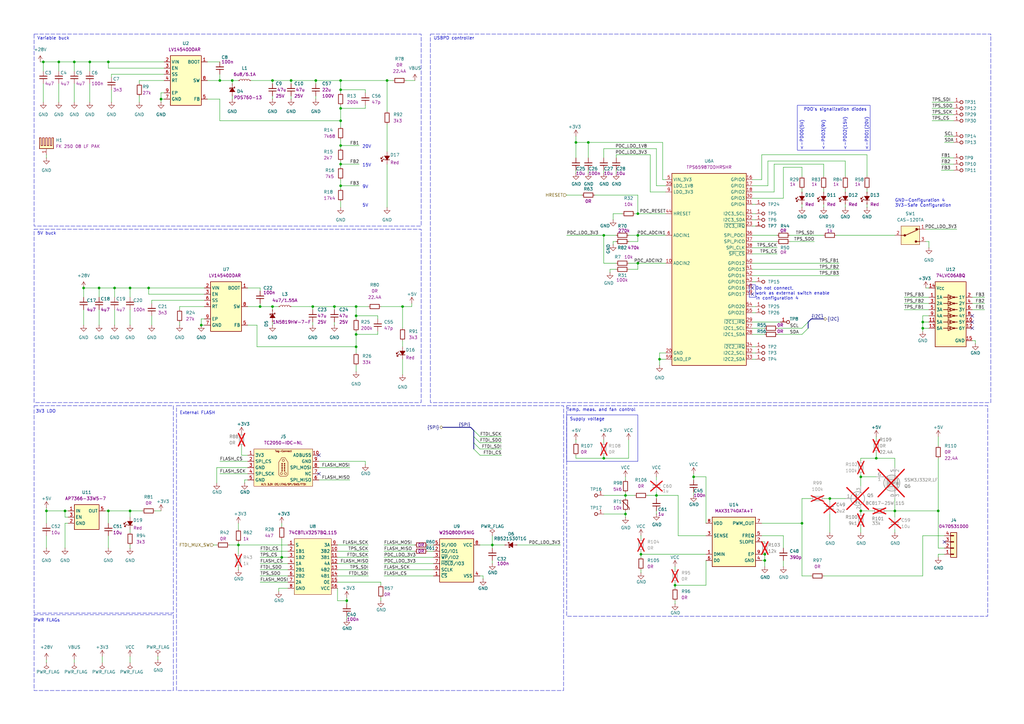
<source format=kicad_sch>
(kicad_sch (version 20250114) (generator "eeschema") (generator_version "9.0")
  (paper "A3")
  (title_block (title "Power over Ethernet  to USB-C Power Delivery adapter") (date "2025-12-30") (rev "1.1.0") (company "Antmicro Ltd.") (comment 1 "www.antmicro.com"))
  (lib_symbols
    (symbol "LV14540DDAR_1"
      (property "Reference" "U" (at 33.02 -2.54 0))
      (property "MPN" "LV14540DDAR " (at 33.02 -5.08 0))
      (symbol "LV14540DDAR_1_1_1"
        (pin power_in line (at 0 0 0) (length 2.54) (name "VIN") (number "2"))
        (pin input line (at 0 -2.54 0) (length 2.54) (name "EN") (number "3"))
        (pin input line (at 0 -5.08 0) (length 2.54) (name "SS") (number "6"))
        (pin input line (at 0 -7.62 0) (length 2.54) (name "RT") (number "4"))
        (pin passive line (at 0 -12.7 0) (length 2.54) (name "EP") (number "9"))
        (pin power_in line (at 0 -15.24 0) (length 2.54) (name "GND") (number "7"))
        (pin input line (at 17.78 0 180) (length 2.54) (name "BOOT") (number "1"))
        (pin power_out line (at 17.78 -7.62 180) (length 2.54) (name "SW") (number "8"))
        (pin input line (at 17.78 -15.24 180) (length 2.54) (name "FB") (number "5"))
      )
    )
    (symbol "antmicroCapacitors0402:C_100n_0402" (pin_numbers (hide yes)) (pin_names (hide yes))
      (property "Reference" "C" (at 20.32 -5.08 0))
      (property "Val" "100n" (at 20.32 -7.62 0))
      (symbol "C_100n_0402_1_1"
        (pin passive line (at 0 0 0) (length 2.032) (name "~") (number "1"))
        (pin passive line (at 5.08 0 180) (length 2.032) (name "~") (number "2"))
      )
    )
    (symbol "antmicroCapacitors0402:C_10u_10V_0402" (pin_numbers (hide yes)) (pin_names (hide yes))
      (property "Reference" "C" (at 20.32 -5.08 0))
      (property "Val" "10u" (at 20.32 -7.62 0))
      (symbol "C_10u_10V_0402_1_1"
        (pin passive line (at 0 0 0) (length 2.032) (name "~") (number "1"))
        (pin passive line (at 5.08 0 180) (length 2.032) (name "~") (number "2"))
      )
    )
    (symbol "antmicroCapacitors0402:C_1u_25V_0402" (pin_numbers (hide yes)) (pin_names (hide yes))
      (property "Reference" "C" (at 20.32 -5.08 0))
      (property "Val" "1u" (at 20.32 -7.62 0))
      (symbol "C_1u_25V_0402_1_1"
        (pin passive line (at 0 0 0) (length 2.032) (name "~") (number "1"))
        (pin passive line (at 5.08 0 180) (length 2.032) (name "~") (number "2"))
      )
    )
    (symbol "antmicroCapacitors0402:C_2u2_0402" (pin_numbers (hide yes)) (pin_names (hide yes))
      (property "Reference" "C" (at 20.32 -5.08 0))
      (property "Val" "2u2" (at 20.32 -7.62 0))
      (symbol "C_2u2_0402_1_1"
        (pin passive line (at 0 0 0) (length 2.032) (name "~") (number "1"))
        (pin passive line (at 5.08 0 180) (length 2.032) (name "~") (number "2"))
      )
    )
    (symbol "antmicroCapacitors0402:C_390p_50V_0402" (pin_numbers (hide yes)) (pin_names (hide yes))
      (property "Reference" "C" (at 20.32 -5.08 0))
      (property "Val" "390p" (at 20.32 -7.62 0))
      (symbol "C_390p_50V_0402_1_1"
        (pin passive line (at 0 0 0) (length 2.032) (name "~") (number "1"))
        (pin passive line (at 5.08 0 180) (length 2.032) (name "~") (number "2"))
      )
    )
    (symbol "antmicroCapacitors0402:C_3n3_0402" (pin_numbers (hide yes)) (pin_names (hide yes))
      (property "Reference" "C" (at 20.32 -5.08 0))
      (property "Val" "3n3" (at 20.32 -7.62 0))
      (symbol "C_3n3_0402_1_1"
        (pin passive line (at 0 0 0) (length 2.032) (name "~") (number "1"))
        (pin passive line (at 5.08 0 180) (length 2.032) (name "~") (number "2"))
      )
    )
    (symbol "antmicroCapacitors0402:C_47p_0402" (pin_numbers (hide yes)) (pin_names (hide yes))
      (property "Reference" "C" (at 20.32 -5.08 0))
      (property "Val" "47p" (at 20.32 -7.62 0))
      (symbol "C_47p_0402_1_1"
        (pin passive line (at 0 0 0) (length 2.032) (name "~") (number "1"))
        (pin passive line (at 5.08 0 180) (length 2.032) (name "~") (number "2"))
      )
    )
    (symbol "antmicroCapacitorsmisc:C_22u_100V_2220" (pin_numbers (hide yes)) (pin_names (hide yes))
      (property "Reference" "C" (at 20.32 -5.08 0))
      (property "Val" "22u" (at 20.32 -7.62 0))
      (property "Voltage" "100V" (at 20.32 -27.94 0))
      (symbol "C_22u_100V_2220_1_1"
        (pin passive line (at 0 0 0) (length 2.032) (name "~") (number "1"))
        (pin passive line (at 5.08 0 180) (length 2.032) (name "~") (number "2"))
      )
    )
    (symbol "antmicroCapacitorsmisc:C_47u_25V_1206" (pin_numbers (hide yes)) (pin_names (hide yes))
      (property "Reference" "C" (at 15.24 -5.08 0))
      (property "Val" "47u" (at 15.24 -7.62 0))
      (property "Voltage" "25V" (at 15.24 -10.16 0))
      (symbol "C_47u_25V_1206_1_1"
        (pin passive line (at 0 0 0) (length 2.032) (name "~") (number "1"))
        (pin passive line (at 5.08 0 180) (length 2.032) (name "~") (number "2"))
      )
    )
    (symbol "antmicroCapacitorsmisc:C_4u7_1210_100V" (pin_numbers (hide yes)) (pin_names (hide yes))
      (property "Reference" "C" (at 20.32 -5.08 0))
      (property "Val" "4u7" (at 20.32 -7.62 0))
      (symbol "C_4u7_1210_100V_1_1"
        (pin passive line (at 0 0 0) (length 2.032) (name "~") (number "1"))
        (pin passive line (at 5.08 0 180) (length 2.032) (name "~") (number "2"))
      )
    )
    (symbol "antmicroDCDCConverters:LV14540DDAR"
      (property "Reference" "U" (at 33.02 -2.54 0))
      (property "MPN" "LV14540DDAR " (at 33.02 -5.08 0))
      (symbol "LV14540DDAR_1_1"
        (pin power_in line (at 0 0 0) (length 2.54) (name "VIN") (number "2"))
        (pin input line (at 0 -2.54 0) (length 2.54) (name "EN") (number "3"))
        (pin input line (at 0 -5.08 0) (length 2.54) (name "SS") (number "6"))
        (pin input line (at 0 -7.62 0) (length 2.54) (name "RT") (number "4"))
        (pin passive line (at 0 -12.7 0) (length 2.54) (name "EP") (number "9"))
        (pin power_in line (at 0 -15.24 0) (length 2.54) (name "GND") (number "7"))
        (pin input line (at 17.78 0 180) (length 2.54) (name "BOOT") (number "1"))
        (pin power_out line (at 17.78 -7.62 180) (length 2.54) (name "SW") (number "8"))
        (pin input line (at 17.78 -15.24 180) (length 2.54) (name "FB") (number "5"))
      )
    )
    (symbol "antmicroDiodesRectifiersSingle:1N5819HW-7-F" (pin_numbers (hide yes)) (pin_names (hide yes))
      (property "Reference" "D" (at 22.86 -5.08 0))
      (property "MPN" "1N5819HW-7-F" (at 22.86 -7.62 0))
      (symbol "1N5819HW-7-F_1_1"
        (pin passive line (at 0 0 0) (length 0.635) (name "C") (number "1"))
        (pin passive line (at 5.08 0 180) (length 0.635) (name "A") (number "2"))
      )
    )
    (symbol "antmicroDiodesRectifiersSingle:PDS760" (pin_numbers (hide yes)) (pin_names (hide yes))
      (property "Reference" "D" (at 22.86 -5.08 0))
      (property "MPN" "PDS760-13" (at 22.86 -7.62 0))
      (symbol "PDS760_1_1"
        (pin passive line (at 0 0 0) (length 0.635) (name "C") (number "1"))
        (pin passive line (at 5.08 0 180) (length 0.635) (name "A") (number "2"))
      )
    )
    (symbol "antmicroDiodesRectifiersSingle:RB521S30T1G" (pin_numbers (hide yes)) (pin_names (hide yes))
      (property "Reference" "D" (at 22.86 -5.08 0))
      (property "MPN" "RB521S30T1G" (at 22.86 -7.62 0))
      (symbol "RB521S30T1G_1_1"
        (pin passive line (at 0 0 0) (length 0.635) (name "C") (number "1"))
        (pin passive line (at 5.08 0 180) (length 0.635) (name "A") (number "2"))
      )
    )
    (symbol "antmicroFixedInductors:L_4u7_1.55A_Bourns-SRP2512A" (pin_numbers (hide yes)) (pin_names (hide yes))
      (property "Reference" "L" (at 15.24 0 0))
      (property "Val" "4u7/1.55A" (at 15.24 -2.54 0))
      (symbol "L_4u7_1.55A_Bourns-SRP2512A_1_1"
        (pin passive line (at 0 0 0) (length 0.508) (name "~") (number "1"))
        (pin passive line (at 5.08 0 180) (length 0.508) (name "~") (number "2"))
      )
    )
    (symbol "antmicroFixedInductors:L_6u8_6.1A_MPS-MPL-AL5050" (pin_numbers (hide yes)) (pin_names (hide yes))
      (property "Reference" "L" (at 13.97 0 0))
      (property "Val" "6u8/6.1A" (at 13.97 -5.08 0))
      (symbol "L_6u8_6.1A_MPS-MPL-AL5050_1_1"
        (pin passive line (at 0 0 0) (length 0.508) (name "~") (number "1"))
        (pin passive line (at 5.08 0 180) (length 0.508) (name "~") (number "2"))
      )
    )
    (symbol "antmicroInterfaceAnalogSwitchesMultiplexersDemultiplexers:74CBTLV3257_VQFN"
      (property "Reference" "U" (at 34.29 -5.08 0))
      (property "MPN" "74CBTLV3257BQ,115" (at 34.29 -15.24 0))
      (symbol "74CBTLV3257_VQFN_1_1"
        (pin input line (at 0 0 0) (length 2.54) (name "S") (number "1"))
        (pin bidirectional line (at 0 -2.54 0) (length 2.54) (name "1B1") (number "2"))
        (pin bidirectional line (at 0 -5.08 0) (length 2.54) (name "1B2") (number "3"))
        (pin bidirectional line (at 0 -7.62 0) (length 2.54) (name "1A") (number "4"))
        (pin bidirectional line (at 0 -10.16 0) (length 2.54) (name "2B1") (number "5"))
        (pin bidirectional line (at 0 -12.7 0) (length 2.54) (name "2B2") (number "6"))
        (pin bidirectional line (at 0 -15.24 0) (length 2.54) (name "2A") (number "7"))
        (pin power_in line (at 0 -17.78 0) (length 2.54) (name "GND") (number "8"))
        (pin no_connect line (at 10.16 2.54 270) (length 2.54) (hide yes) (name "EP") (number "17"))
        (pin bidirectional line (at 20.32 0 180) (length 2.54) (name "3A") (number "9"))
        (pin bidirectional line (at 20.32 -2.54 180) (length 2.54) (name "3B2") (number "10"))
        (pin bidirectional line (at 20.32 -5.08 180) (length 2.54) (name "3B1") (number "11"))
        (pin bidirectional line (at 20.32 -7.62 180) (length 2.54) (name "4A") (number "12"))
        (pin bidirectional line (at 20.32 -10.16 180) (length 2.54) (name "4B2") (number "13"))
        (pin bidirectional line (at 20.32 -12.7 180) (length 2.54) (name "4B1") (number "14"))
        (pin input line (at 20.32 -15.24 180) (length 2.54) (name "OE") (number "15"))
        (pin power_in line (at 20.32 -17.78 180) (length 2.54) (name "VCC") (number "16"))
      )
    )
    (symbol "antmicroInterfaceControllers:TPS65987DDHRSHR"
      (property "Reference" "U" (at 50.8 5.08 0))
      (property "MPN" "TPS65987DDHRSHR" (at 50.8 2.54 0))
      (symbol "TPS65987DDHRSHR_1_1"
        (pin power_in line (at 0 0 0) (length 2.54) (name "VIN_3V3") (number "5"))
        (pin power_out line (at 0 -2.54 0) (length 2.54) (name "LDO_1V8") (number "35"))
        (pin power_out line (at 0 -5.08 0) (length 2.54) (name "LDO_3V3") (number "9"))
        (pin input line (at 0 -13.97 0) (length 2.54) (name "HRESET") (number "44"))
        (pin input line (at 0 -22.86 0) (length 2.54) (name "ADCIN1") (number "6"))
        (pin input line (at 0 -34.29 0) (length 2.54) (name "ADCIN2") (number "10"))
        (pin power_in line (at 0 -71.12 0) (length 2.54) (name "GND") (number "20"))
        (pin passive line (at 0 -71.12 0) (length 2.54) (hide yes) (name "GND") (number "45"))
        (pin passive line (at 0 -71.12 0) (length 2.54) (hide yes) (name "GND") (number "46"))
        (pin passive line (at 0 -71.12 0) (length 2.54) (hide yes) (name "GND") (number "47"))
        (pin passive line (at 0 -71.12 0) (length 2.54) (hide yes) (name "GND") (number "51"))
        (pin power_in line (at 0 -73.66 0) (length 2.54) (name "GND_EP") (number "59"))
        (pin bidirectional line (at 35.56 0 180) (length 2.54) (name "GPIO0") (number "16"))
        (pin bidirectional line (at 35.56 -2.54 180) (length 2.54) (name "GPIO1") (number "17"))
        (pin bidirectional line (at 35.56 -5.08 180) (length 2.54) (name "GPIO2") (number "18"))
        (pin bidirectional line (at 35.56 -7.62 180) (length 2.54) (name "GPIO3") (number "30"))
        (pin bidirectional line (at 35.56 -10.16 180) (length 2.54) (name "GPIO4") (number "31"))
        (pin bidirectional line (at 35.56 -13.97 180) (length 2.54) (name "I2C3_SCL") (number "21"))
        (pin bidirectional line (at 35.56 -16.51 180) (length 2.54) (name "I2C3_SDA") (number "22"))
        (pin bidirectional line (at 35.56 -19.05 180) (length 2.54) (name "~{I2C3_IRQ}") (number "23"))
        (pin bidirectional line (at 35.56 -22.86 180) (length 2.54) (name "SPI_POCI") (number "36"))
        (pin bidirectional line (at 35.56 -25.4 180) (length 2.54) (name "SPI_PICO") (number "37"))
        (pin bidirectional line (at 35.56 -27.94 180) (length 2.54) (name "SPI_CLK") (number "38"))
        (pin bidirectional line (at 35.56 -30.48 180) (length 2.54) (name "~{SPI_CS}") (number "39"))
        (pin bidirectional line (at 35.56 -34.29 180) (length 2.54) (name "GPIO12") (number "40"))
        (pin bidirectional line (at 35.56 -36.83 180) (length 2.54) (name "GPIO13") (number "41"))
        (pin bidirectional line (at 35.56 -39.37 180) (length 2.54) (name "GPIO14") (number "42"))
        (pin bidirectional line (at 35.56 -41.91 180) (length 2.54) (name "GPIO15") (number "43"))
        (pin bidirectional line (at 35.56 -44.45 180) (length 2.54) (name "GPIO16") (number "48"))
        (pin bidirectional line (at 35.56 -46.99 180) (length 2.54) (name "GPIO17") (number "49"))
        (pin bidirectional line (at 35.56 -52.07 180) (length 2.54) (name "GPIO20") (number "54"))
        (pin bidirectional line (at 35.56 -54.61 180) (length 2.54) (name "GPIO21") (number "55"))
        (pin output line (at 35.56 -58.42 180) (length 2.54) (name "~{I2C1_IRQ}") (number "29"))
        (pin bidirectional line (at 35.56 -60.96 180) (length 2.54) (name "I2C1_SCL") (number "27"))
        (pin bidirectional line (at 35.56 -63.5 180) (length 2.54) (name "I2C1_SDA") (number "28"))
        (pin output line (at 35.56 -68.58 180) (length 2.54) (name "~{I2C2_IRQ}") (number "34"))
        (pin bidirectional line (at 35.56 -71.12 180) (length 2.54) (name "I2C2_SCL") (number "32"))
        (pin bidirectional line (at 35.56 -73.66 180) (length 2.54) (name "I2C2_SDA") (number "33"))
      )
      (symbol "TPS65987DDHRSHR_2_1"
        (pin bidirectional line (at 0 0 0) (length 2.54) (name "VBUS1") (number "13"))
        (pin bidirectional line (at 0 -2.54 0) (length 2.54) (name "VBUS2") (number "3"))
        (pin bidirectional line (at 0 -8.89 0) (length 2.54) (name "C1_CC1") (number "24"))
        (pin bidirectional line (at 0 -11.43 0) (length 2.54) (name "C1_CC2") (number "26"))
        (pin bidirectional line (at 0 -16.51 0) (length 2.54) (name "C1_USB_P") (number "50"))
        (pin bidirectional line (at 0 -19.05 0) (length 2.54) (name "C1_USB_N") (number "53"))
        (pin bidirectional line (at 31.75 0 180) (length 2.54) (name "PP_HV1") (number "11"))
        (pin bidirectional line (at 31.75 -2.54 180) (length 2.54) (name "PP_HV2") (number "1"))
        (pin power_in line (at 31.75 -8.89 180) (length 2.54) (name "PP1_CABLE") (number "25"))
        (pin passive line (at 31.75 -16.51 180) (length 2.54) (name "DRAIN1") (number "15"))
        (pin passive line (at 31.75 -16.51 180) (length 2.54) (hide yes) (name "DRAIN1") (number "19"))
        (pin passive line (at 31.75 -16.51 180) (length 2.54) (hide yes) (name "DRAIN1") (number "58"))
        (pin passive line (at 31.75 -16.51 180) (length 2.54) (hide yes) (name "DRAIN1") (number "8"))
        (pin passive line (at 31.75 -19.05 180) (length 2.54) (name "DRAIN2") (number "52"))
        (pin passive line (at 31.75 -19.05 180) (length 2.54) (hide yes) (name "DRAIN2") (number "56"))
        (pin passive line (at 31.75 -19.05 180) (length 2.54) (hide yes) (name "DRAIN2") (number "57"))
        (pin passive line (at 31.75 -19.05 180) (length 2.54) (hide yes) (name "DRAIN2") (number "7"))
      )
    )
    (symbol "antmicroLEDIndicationDiscrete:LED_R_0603_KP-1608EC" (pin_numbers (hide yes)) (pin_names (hide yes))
      (property "Reference" "D" (at 22.86 -2.54 0))
      (property "Color" "Red" (at 22.86 -5.08 0))
      (symbol "LED_R_0603_KP-1608EC_1_1"
        (pin passive line (at 0 0 0) (length 0.635) (name "C") (number "1"))
        (pin passive line (at 5.08 0 180) (length 0.635) (name "A") (number "2"))
      )
    )
    (symbol "antmicroLogicBuffersDriversReceiversTransceivers:74LVC06ABQ"
      (property "Reference" "U" (at 33.02 -2.54 0))
      (property "MPN" "74LVC06ABQ" (at 33.02 -5.08 0))
      (symbol "74LVC06ABQ_1_1"
        (pin power_in line (at 0 0 0) (length 2.54) (name "V_{CC}") (number "14"))
        (pin input line (at 0 -3.81 0) (length 2.54) (name "1A") (number "1"))
        (pin input line (at 0 -6.35 0) (length 2.54) (name "2A") (number "3"))
        (pin input line (at 0 -8.89 0) (length 2.54) (name "3A") (number "5"))
        (pin input line (at 0 -11.43 0) (length 2.54) (name "4A") (number "9"))
        (pin input line (at 0 -13.97 0) (length 2.54) (name "5A") (number "11"))
        (pin input line (at 0 -16.51 0) (length 2.54) (name "6A") (number "13"))
        (pin open_collector line (at 17.78 -3.81 180) (length 2.54) (name "1Y") (number "2"))
        (pin open_collector line (at 17.78 -6.35 180) (length 2.54) (name "2Y") (number "4"))
        (pin open_collector line (at 17.78 -8.89 180) (length 2.54) (name "3Y") (number "6"))
        (pin open_collector line (at 17.78 -11.43 180) (length 2.54) (name "4Y") (number "8"))
        (pin open_collector line (at 17.78 -13.97 180) (length 2.54) (name "5Y") (number "10"))
        (pin open_collector line (at 17.78 -16.51 180) (length 2.54) (name "6Y") (number "12"))
        (pin power_in line (at 17.78 -21.59 180) (length 2.54) (name "GND") (number "15"))
        (pin passive line (at 17.78 -21.59 180) (length 2.54) (hide yes) (name "GND") (number "7"))
      )
    )
    (symbol "antmicroMechanicalParts:Heatsink_Fischer_FK250_08_LF_PAK_15x8mm" (pin_names (hide yes))
      (property "Reference" "H" (at 17.78 0 0))
      (property "MPN" "FK 250 08 LF PAK" (at 17.78 -2.54 0))
      (symbol "Heatsink_Fischer_FK250_08_LF_PAK_15x8mm_1_1"
        (pin passive line (at 0 0 90) (length 2.54) (name "1") (number "1"))
      )
    )
    (symbol "antmicroMemory:W25Q80DV_SOIC-8"
      (property "Reference" "U" (at 38.1 -6.35 0))
      (property "MPN" "W25Q80DVSNIG" (at 38.1 -16.51 0))
      (symbol "W25Q80DV_SOIC-8_1_1"
        (pin input line (at 0 0 0) (length 2.54) (name "SI/IO0") (number "5"))
        (pin input line (at 0 -2.54 0) (length 2.54) (name "SO/IO1") (number "2"))
        (pin input line (at 0 -5.08 0) (length 2.54) (name "~{WP}/IO2") (number "3"))
        (pin input line (at 0 -7.62 0) (length 2.54) (name "~{HOLD}/IO3") (number "7"))
        (pin input line (at 0 -10.16 0) (length 2.54) (name "SCLK") (number "6"))
        (pin input line (at 0 -12.7 0) (length 2.54) (name "~{CS}") (number "1"))
        (pin power_in line (at 19.05 0 180) (length 2.54) (name "VCC") (number "8"))
        (pin power_in line (at 19.05 -12.7 180) (length 2.54) (name "VSS") (number "4"))
      )
    )
    (symbol "antmicroPMICVoltageRegulatorsLinear:AP7366-33W5-7"
      (property "Reference" "U" (at 33.02 -2.54 0))
      (property "MPN" "AP7366-33W5-7 " (at 33.02 -5.08 0))
      (symbol "AP7366-33W5-7_1_1"
        (pin passive line (at 0 0 0) (length 2.54) (name "IN") (number "1"))
        (pin passive line (at 0 -2.54 0) (length 2.54) (name "EN") (number "3"))
        (pin passive line (at 0 -5.08 0) (length 2.54) (name "GND") (number "2"))
        (pin no_connect line (at 7.62 2.54 270) (length 2.54) (hide yes) (name "NC") (number "4"))
        (pin passive line (at 15.24 0 180) (length 2.54) (name "OUT") (number "5"))
      )
    )
    (symbol "antmicroResistors0402:R_0R_0402" (pin_numbers (hide yes)) (pin_names (hide yes))
      (property "Reference" "R" (at 20.32 -5.08 0))
      (property "Val" "0R" (at 20.32 -7.62 0))
      (symbol "R_0R_0402_1_1"
        (pin passive line (at 0 0 0) (length 0.635) (name "~") (number "1"))
        (pin passive line (at 5.08 0 180) (length 0.635) (name "~") (number "2"))
      )
    )
    (symbol "antmicroResistors0402:R_100k_0402" (pin_numbers (hide yes)) (pin_names (hide yes))
      (property "Reference" "R" (at 20.32 -5.08 0))
      (property "Val" "100k" (at 20.32 -7.62 0))
      (symbol "R_100k_0402_1_1"
        (pin passive line (at 0 0 0) (length 0.635) (name "~") (number "1"))
        (pin passive line (at 5.08 0 180) (length 0.635) (name "~") (number "2"))
      )
    )
    (symbol "antmicroResistors0402:R_10k_0402" (pin_numbers (hide yes)) (pin_names (hide yes))
      (property "Reference" "R" (at 20.32 -5.08 0))
      (property "Val" "10k" (at 20.32 -7.62 0))
      (symbol "R_10k_0402_1_1"
        (pin passive line (at 0 0 0) (length 0.635) (name "~") (number "1"))
        (pin passive line (at 5.08 0 180) (length 0.635) (name "~") (number "2"))
      )
    )
    (symbol "antmicroResistors0402:R_12k_0402" (pin_numbers (hide yes)) (pin_names (hide yes))
      (property "Reference" "R" (at 20.32 -5.08 0))
      (property "Val" "12k" (at 20.32 -7.62 0))
      (symbol "R_12k_0402_1_1"
        (pin passive line (at 0 0 0) (length 0.635) (name "~") (number "1"))
        (pin passive line (at 5.08 0 180) (length 0.635) (name "~") (number "2"))
      )
    )
    (symbol "antmicroResistors0402:R_17k4_0402" (pin_numbers (hide yes)) (pin_names (hide yes))
      (property "Reference" "R" (at 20.32 -5.08 0))
      (property "Val" "17k4" (at 20.32 -7.62 0))
      (symbol "R_17k4_0402_1_1"
        (pin passive line (at 0 0 0) (length 0.635) (name "~") (number "1"))
        (pin passive line (at 5.08 0 180) (length 0.635) (name "~") (number "2"))
      )
    )
    (symbol "antmicroResistors0402:R_1k_0402" (pin_numbers (hide yes)) (pin_names (hide yes))
      (property "Reference" "R" (at 20.32 -5.08 0))
      (property "Val" "1k" (at 20.32 -7.62 0))
      (symbol "R_1k_0402_1_1"
        (pin passive line (at 0 0 0) (length 0.635) (name "~") (number "1"))
        (pin passive line (at 5.08 0 180) (length 0.635) (name "~") (number "2"))
      )
    )
    (symbol "antmicroResistors0402:R_200k_0402" (pin_numbers (hide yes)) (pin_names (hide yes))
      (property "Reference" "R" (at 20.32 -5.08 0))
      (property "Val" "200k" (at 20.32 -7.62 0))
      (symbol "R_200k_0402_1_1"
        (pin passive line (at 0 0 0) (length 0.635) (name "~") (number "1"))
        (pin passive line (at 5.08 0 180) (length 0.635) (name "~") (number "2"))
      )
    )
    (symbol "antmicroResistors0402:R_270k_0402" (pin_numbers (hide yes)) (pin_names (hide yes))
      (property "Reference" "R" (at 20.32 -5.08 0))
      (property "Val" "270k" (at 20.32 -7.62 0))
      (symbol "R_270k_0402_1_1"
        (pin passive line (at 0 0 0) (length 0.635) (name "~") (number "1"))
        (pin passive line (at 5.08 0 180) (length 0.635) (name "~") (number "2"))
      )
    )
    (symbol "antmicroResistors0402:R_27k_0402" (pin_numbers (hide yes)) (pin_names (hide yes))
      (property "Reference" "R" (at 20.32 -5.08 0))
      (property "Val" "27k" (at 20.32 -7.62 0))
      (symbol "R_27k_0402_1_1"
        (pin passive line (at 0 0 0) (length 0.635) (name "~") (number "1"))
        (pin passive line (at 5.08 0 180) (length 0.635) (name "~") (number "2"))
      )
    )
    (symbol "antmicroResistors0402:R_2k7_0402" (pin_numbers (hide yes)) (pin_names (hide yes))
      (property "Reference" "R" (at 20.32 -5.08 0))
      (property "Val" "2k7" (at 20.32 -7.62 0))
      (symbol "R_2k7_0402_1_1"
        (pin passive line (at 0 0 0) (length 0.635) (name "~") (number "1"))
        (pin passive line (at 5.08 0 180) (length 0.635) (name "~") (number "2"))
      )
    )
    (symbol "antmicroResistors0402:R_33k_0402" (pin_numbers (hide yes)) (pin_names (hide yes))
      (property "Reference" "R" (at 20.32 -5.08 0))
      (property "Val" "33k" (at 20.32 -7.62 0))
      (symbol "R_33k_0402_1_1"
        (pin passive line (at 0 0 0) (length 0.635) (name "~") (number "1"))
        (pin passive line (at 5.08 0 180) (length 0.635) (name "~") (number "2"))
      )
    )
    (symbol "antmicroResistors0402:R_3k3_0402" (pin_numbers (hide yes)) (pin_names (hide yes))
      (property "Reference" "R" (at 20.32 -5.08 0))
      (property "Val" "3k3" (at 20.32 -7.62 0))
      (symbol "R_3k3_0402_1_1"
        (pin passive line (at 0 0 0) (length 0.635) (name "~") (number "1"))
        (pin passive line (at 5.08 0 180) (length 0.635) (name "~") (number "2"))
      )
    )
    (symbol "antmicroResistors0402:R_470k_0402" (pin_numbers (hide yes)) (pin_names (hide yes))
      (property "Reference" "R" (at 20.32 -5.08 0))
      (property "Val" "470k" (at 20.32 -7.62 0))
      (symbol "R_470k_0402_1_1"
        (pin passive line (at 0 0 0) (length 0.635) (name "~") (number "1"))
        (pin passive line (at 5.08 0 180) (length 0.635) (name "~") (number "2"))
      )
    )
    (symbol "antmicroResistors0402:R_4k7_0402" (pin_numbers (hide yes)) (pin_names (hide yes))
      (property "Reference" "R" (at 20.32 -5.08 0))
      (property "Val" "4k7" (at 20.32 -7.62 0))
      (symbol "R_4k7_0402_1_1"
        (pin passive line (at 0 0 0) (length 0.635) (name "~") (number "1"))
        (pin passive line (at 5.08 0 180) (length 0.635) (name "~") (number "2"))
      )
    )
    (symbol "antmicroResistors0402:R_5k6_0402" (pin_numbers (hide yes)) (pin_names (hide yes))
      (property "Reference" "R" (at 20.32 -5.08 0))
      (property "Val" "5k6" (at 20.32 -7.62 0))
      (symbol "R_5k6_0402_1_1"
        (pin passive line (at 0 0 0) (length 0.635) (name "~") (number "1"))
        (pin passive line (at 5.08 0 180) (length 0.635) (name "~") (number "2"))
      )
    )
    (symbol "antmicroResistors0402:R_7k5_0402" (pin_numbers (hide yes)) (pin_names (hide yes))
      (property "Reference" "R" (at 20.32 -5.08 0))
      (property "Val" "7k5" (at 20.32 -7.62 0))
      (symbol "R_7k5_0402_1_1"
        (pin passive line (at 0 0 0) (length 0.635) (name "~") (number "1"))
        (pin passive line (at 5.08 0 180) (length 0.635) (name "~") (number "2"))
      )
    )
    (symbol "antmicroResistors0402:R_7k68_0402" (pin_numbers (hide yes)) (pin_names (hide yes))
      (property "Reference" "R" (at 20.32 -5.08 0))
      (property "Val" "7k68" (at 20.32 -7.62 0))
      (symbol "R_7k68_0402_1_1"
        (pin passive line (at 0 0 0) (length 0.635) (name "~") (number "1"))
        (pin passive line (at 5.08 0 180) (length 0.635) (name "~") (number "2"))
      )
    )
    (symbol "antmicroResistors0402:R_9k1_0402" (pin_numbers (hide yes)) (pin_names (hide yes))
      (property "Reference" "R" (at 20.32 -5.08 0))
      (property "Val" "9k1" (at 20.32 -7.62 0))
      (symbol "R_9k1_0402_1_1"
        (pin passive line (at 0 0 0) (length 0.635) (name "~") (number "1"))
        (pin passive line (at 5.08 0 180) (length 0.635) (name "~") (number "2"))
      )
    )
    (symbol "antmicroResistors0603:R_0R_22.4A_0603" (pin_numbers (hide yes)) (pin_names (hide yes))
      (property "Reference" "R" (at 15.24 -2.54 0))
      (property "Value" "R_0R_22.4A_0603" (at 15.24 -5.08 0))
      (property "Val" "0R" (at 15.24 -7.62 0))
      (property "Max. Curr." "22.4A" (at 15.24 -20.32 0))
      (symbol "R_0R_22.4A_0603_1_1"
        (pin passive line (at 0 0 0) (length 0.635) (name "~") (number "1"))
        (pin passive line (at 5.08 0 180) (length 0.635) (name "~") (number "2"))
      )
    )
    (symbol "antmicroSlideSwitches:CAS-120TA" (pin_names (hide yes))
      (property "Reference" "SW" (at 25.4 -2.54 0))
      (property "Value" "CAS-120TA" (at 25.4 -5.08 0))
      (symbol "CAS-120TA_1_1"
        (pin passive line (at 0 0 0) (length 2.54) (name "~") (number "2"))
        (pin passive line (at 12.7 2.54 180) (length 2.54) (name "~") (number "1"))
        (pin passive line (at 12.7 -2.54 180) (length 2.54) (name "~") (number "3"))
      )
    )
    (symbol "antmicroTemperatureSensorsAnalogandDigitalOutput:MAX31740ATA+T"
      (property "Reference" "U" (at 35.56 -2.54 0))
      (property "MPN" "MAX31740ATA+T" (at 35.56 -5.08 0))
      (symbol "MAX31740ATA+T_1_1"
        (pin power_in line (at 0 0 0) (length 2.54) (name "VDD") (number "8"))
        (pin passive line (at 0 -5.08 0) (length 2.54) (name "SENSE") (number "3"))
        (pin passive line (at 0 -12.7 0) (length 2.54) (name "DMIN") (number "1"))
        (pin passive line (at 0 -15.24 0) (length 2.54) (name "D0") (number "6"))
        (pin output line (at 22.86 0 180) (length 2.54) (name "PWM_OUT") (number "7"))
        (pin passive line (at 22.86 -5.08 180) (length 2.54) (name "FREQ") (number "5"))
        (pin passive line (at 22.86 -7.62 180) (length 2.54) (name "SLOPE") (number "2"))
        (pin power_in line (at 22.86 -12.7 180) (length 2.54) (name "EP") (number "9"))
        (pin power_in line (at 22.86 -15.24 180) (length 2.54) (name "GND") (number "4"))
      )
    )
    (symbol "antmicroTemperatureSensorsAnalogandDigitalOutput:RT_NTC_10k_0603" (pin_numbers (hide yes)) (pin_names (hide yes))
      (property "Reference" "RT" (at 20.32 -5.08 0))
      (property "Val" "10k" (at 20.32 -7.62 0))
      (symbol "RT_NTC_10k_0603_1_1"
        (pin passive line (at 0 0 0) (length 0.635) (name "~") (number "1"))
        (pin passive line (at 5.08 0 180) (length 0.635) (name "~") (number "2"))
      )
    )
    (symbol "antmicroTestPoints:TP_0.75mm_SMD" (pin_names (hide yes)) (in_bom no)
      (property "Reference" "TP" (at 10.16 -1.27 0))
      (symbol "TP_0.75mm_SMD_1_1"
        (pin passive line (at 0 0 0) (length 2.54) (name "1") (number "1"))
      )
    )
    (symbol "antmicroTestPoints:Tag-Connect_TC2050-IDC-NL_2x5_P1.27mm" (in_bom no)
      (property "Reference" "J" (at 38.1 -1.27 0))
      (property "MPN" "TC2050-IDC-NL" (at 38.1 -11.43 0))
      (symbol "Tag-Connect_TC2050-IDC-NL_2x5_P1.27mm_1_1"
        (text "Tag-Connect" (at 14.605 1.651 0) (effects (font (size 0.7 0.7))))
        (text "ALT: 3.3V I2C/JTAG/SPI/SWD/FTDI" (at 14.732 -11.938 0) (effects (font (size 0.7 0.7))))
        (pin passive line (at 0 0 0) (length 2.54) (name "1") (number "1") (alternate "3V3" passive line))
        (pin passive line (at 0 -2.54 0) (length 2.54) (name "2") (number "2") (alternate "SPI_CS" passive line))
        (pin passive line (at 0 -5.08 0) (length 2.54) (name "3") (number "3") (alternate "GND" passive line))
        (pin passive line (at 0 -7.62 0) (length 2.54) (name "4") (number "4") (alternate "SPI_SCK" passive line))
        (pin passive line (at 0 -10.16 0) (length 2.54) (name "5") (number "5") (alternate "GND" passive line))
        (pin passive line (at 29.21 0 180) (length 2.54) (name "10") (number "10") (alternate "ADBUS5" passive line))
        (pin passive line (at 29.21 -2.54 180) (length 2.54) (name "9") (number "9") (alternate "GND" passive line))
        (pin passive line (at 29.21 -5.08 180) (length 2.54) (name "8") (number "8") (alternate "SPI_MOSI" passive line))
        (pin passive line (at 29.21 -7.62 180) (length 2.54) (name "7") (number "7") (alternate "NC" passive line))
        (pin passive line (at 29.21 -10.16 180) (length 2.54) (name "6") (number "6") (alternate "SPI_MISO" passive line))
      )
    )
    (symbol "antmicroTransistorsBipolarSingle:BC817-25W" (pin_names (offset 0) (hide yes))
      (property "Reference" "Q" (at 22.86 0 0))
      (property "MPN" "BC817-25W,115" (at 22.86 -10.16 0))
      (symbol "BC817-25W_1_1"
        (pin input line (at 0 0 0) (length 2.54) (name "B") (number "1"))
        (pin passive line (at 6.35 5.08 270) (length 2.54) (name "C") (number "3"))
        (pin passive line (at 6.35 -5.08 90) (length 2.54) (name "E") (number "2"))
      )
    )
    (symbol "antmicroTransistorsFETsMOSFETsSingle:SSM3J332R" (pin_names (offset 0))
      (property "Reference" "Q" (at 13.97 0 0))
      (property "MPN" "SSM3J332R,LF" (at 13.97 -10.16 0))
      (symbol "SSM3J332R_1_1"
        (pin bidirectional line (at 0 0 0) (length 2.54) (name "G") (number "1"))
        (pin bidirectional line (at 7.62 8.89 270) (length 2.54) (name "D") (number "3"))
        (pin bidirectional line (at 7.62 -3.81 90) (length 2.54) (name "S") (number "2"))
      )
    )
    (symbol "antmicroWire2BoardConnectors:Molex_KK_1x4_0470531000"
      (property "Reference" "J" (at 20.32 -5.08 0))
      (property "MPN" "0470531000" (at 20.32 -7.62 0))
      (symbol "Molex_KK_1x4_0470531000_1_1"
        (pin passive line (at 0 0 0) (length 2.54) (name "~") (number "1"))
        (pin passive line (at 0 -2.54 0) (length 2.54) (name "~") (number "2"))
        (pin passive line (at 0 -5.08 0) (length 2.54) (name "~") (number "3"))
        (pin passive line (at 0 -7.62 0) (length 2.54) (name "~") (number "4"))
      )
    )
    (symbol "antmicropower:+28V" (power) (pin_names (offset 0))
      (property "Value" "+28V" (at 0 3.81 0))
      (symbol "+28V_1_1"
        (pin power_in line (at 0 0 90) (length 0) (hide yes) (name "+28V") (number "1"))
      )
    )
    (symbol "antmicropower:+3V3" (power) (pin_numbers (hide yes)) (pin_names (hide yes))
      (property "Value" "+3V3" (at -3.175 2.54 0))
      (symbol "+3V3_1_1"
        (pin power_in line (at 0 0 90) (length 0) (hide yes) (name "+3V3") (number "1"))
      )
    )
    (symbol "antmicropower:+5V" (power) (pin_numbers (hide yes)) (pin_names (hide yes))
      (property "Value" "+5V" (at 15.24 -5.08 0))
      (symbol "+5V_1_1"
        (pin power_in line (at 0 0 90) (length 0) (name "+5V") (number "1"))
      )
    )
    (symbol "antmicropower:GND" (power) (pin_numbers (hide yes)) (pin_names (hide yes))
      (property "Value" "GND" (at 8.89 -5.08 0))
      (symbol "GND_1_1"
        (pin power_in line (at 0 0 270) (length 0) (name "GND") (number "1"))
      )
    )
    (symbol "antmicropower:PWR_FLAG" (power) (pin_numbers (hide yes)) (pin_names (offset 0) (hide yes))
      (property "Value" "PWR_FLAG" (at 0 3.81 0))
      (symbol "PWR_FLAG_0_0"
        (pin power_out line (at 0 0 90) (length 0) (name "pwr") (number "1"))
      )
    )
    (symbol "antmicropower:VBUS" (power) (pin_names (offset 0))
      (property "Value" "VBUS" (at 0 3.81 0))
      (symbol "VBUS_1_1"
        (pin power_in line (at 0 0 90) (length 0) (hide yes) (name "VBUS") (number "1"))
      )
    )
    (symbol "antmicropower:VCC" (power) (pin_names (offset 0))
      (property "Value" "VCC" (at 0 3.81 0))
      (symbol "VCC_1_1"
        (pin power_in line (at 0 0 90) (length 0) (hide yes) (name "VCC") (number "1"))
      )
    )
  )
  (bus_alias "I2C" (members "SCL" "SDA"))
  (rectangle (start 13.97 13.97) (end 172.72 92.71) (stroke (width 0) (type dash)))
  (rectangle (start 307.34 116.84) (end 309.88 121.92))
  (rectangle (start 72.39 166.37) (end 231.14 283.21) (stroke (width 0) (type dash)))
  (rectangle (start 232.41 170.18) (end 261.62 189.23))
  (rectangle (start 232.41 166.37) (end 405.13 252.73) (stroke (width 0) (type dash)))
  (rectangle (start 13.97 93.98) (end 172.72 165.1) (stroke (width 0) (type dash)))
  (rectangle (start 13.97 252.095) (end 71.12 283.21) (stroke (width 0) (type dash)))
  (rectangle (start 176.53 13.97) (end 406.4 165.1) (stroke (width 0) (type dash)))
  (rectangle (start 13.97 166.37) (end 71.12 251.46) (stroke (width 0) (type dash)))
  (rectangle (start 327.025 43.18) (end 356.87 61.595))
  (text "5V" (at 148.59 85.09 0) (effects (font (size 1.27 1.27)) (justify left bottom)))
  (text "<-PDO3(9V)" (at 338.455 61.595 90) (effects (font (size 1.27 1.27)) (justify left bottom)))
  (text "15V" (at 148.59 68.58 0) (effects (font (size 1.27 1.27)) (justify left bottom)))
  (text "External FLASH" (at 73.66 170.18 0) (effects (font (size 1.27 1.27)) (justify left bottom)))
  (text "<-PDO2(15V)" (at 347.345 61.595 90) (effects (font (size 1.27 1.27)) (justify left bottom)))
  (text "GND-Configuration 4\n3V3-Safe Configuration\n" (at 367.03 85.09 0) (effects (font (size 1.27 1.27)) (justify left bottom)))
  (text "5V buck" (at 15.24 96.52 0) (effects (font (size 1.27 1.27)) (justify left bottom)))
  (text "PWR FLAGs" (at 13.97 255.27 0) (effects (font (size 1.27 1.27)) (justify left bottom)))
  (text "<-PDO0(5V)" (at 329.565 61.595 90) (effects (font (size 1.27 1.27)) (justify left bottom)))
  (text "Temp. meas. and fan control" (at 232.41 168.91 0) (effects (font (size 1.27 1.27)) (justify left bottom)))
  (text "<-PDO1(20V)" (at 356.235 61.595 90) (effects (font (size 1.27 1.27)) (justify left bottom)))
  (text "3V3 LDO" (at 14.605 169.545 0) (effects (font (size 1.27 1.27)) (justify left bottom)))
  (text "Do not connect,\nwork as external switch enable \nin configuration 4" (at 309.88 123.19 0) (effects (font (size 1.27 1.27)) (justify left bottom)))
  (text "PDO's signalization diodes" (at 329.565 45.72 0) (effects (font (size 1.27 1.27)) (justify left bottom)))
  (text "Supply voltage" (at 233.68 172.72 0) (effects (font (size 1.27 1.27)) (justify left bottom)))
  (text "Variable buck" (at 15.24 16.51 0) (effects (font (size 1.27 1.27)) (justify left bottom)))
  (text "USBPD controller" (at 177.8 16.51 0) (effects (font (size 1.27 1.27)) (justify left bottom)))
  (text "20V" (at 148.59 60.96 0) (effects (font (size 1.27 1.27)) (justify left bottom)))
  (text "9V" (at 148.59 77.47 0) (effects (font (size 1.27 1.27)) (justify left bottom)))
  (junction (at 66.04 40.64))
  (junction (at 236.22 58.42))
  (junction (at 34.29 118.11))
  (junction (at 44.45 25.4))
  (junction (at 137.16 125.73))
  (junction (at 17.78 25.4))
  (junction (at 313.69 229.87))
  (junction (at 384.81 209.55))
  (junction (at 106.68 125.73))
  (junction (at 111.76 125.73))
  (junction (at 129.54 33.02))
  (junction (at 201.93 223.52))
  (junction (at 139.7 36.83))
  (junction (at 367.03 209.55))
  (junction (at 53.34 209.55))
  (junction (at 53.34 118.11))
  (junction (at 146.05 125.73))
  (junction (at 146.05 129.54))
  (junction (at 97.79 223.52))
  (junction (at 146.05 142.24))
  (junction (at 165.1 125.73))
  (junction (at 128.27 125.73))
  (junction (at 139.7 59.69))
  (junction (at 26.67 209.55))
  (junction (at 30.48 25.4))
  (junction (at 139.7 33.02))
  (junction (at 261.62 87.63))
  (junction (at 284.48 195.58))
  (junction (at 270.51 147.32))
  (junction (at 328.93 214.63))
  (junction (at 139.7 44.45))
  (junction (at 60.96 118.11))
  (junction (at 40.64 118.11))
  (junction (at 353.06 195.58))
  (junction (at 313.69 227.33))
  (junction (at 139.7 49.53))
  (junction (at 119.38 33.02))
  (junction (at 256.54 210.82))
  (junction (at 353.06 209.55))
  (junction (at 24.13 25.4))
  (junction (at 139.7 76.2))
  (junction (at 359.41 187.96))
  (junction (at 378.46 134.62))
  (junction (at 247.65 96.52))
  (junction (at 111.76 33.02))
  (junction (at 36.83 25.4))
  (junction (at 82.55 133.35))
  (junction (at 262.89 227.33))
  (junction (at 241.3 58.42))
  (junction (at 115.57 228.6))
  (junction (at 95.25 33.02))
  (junction (at 90.17 33.02))
  (junction (at 340.36 204.47))
  (junction (at 46.99 118.11))
  (junction (at 276.86 240.03))
  (junction (at 142.24 246.38))
  (junction (at 44.45 209.55))
  (junction (at 158.75 33.02))
  (junction (at 256.54 203.2))
  (junction (at 19.05 209.55))
  (junction (at 378.46 132.08))
  (junction (at 247.65 187.96))
  (junction (at 139.7 67.31))
  (junction (at 146.05 137.16))
  (junction (at 269.24 203.2))
  (junction (at 261.62 96.52))
  (junction (at 261.62 107.95))
  (no_connect (at 387.35 222.25))
  (no_connect (at 130.81 194.31))
  (no_connect (at 308.61 120.65))
  (no_connect (at 398.78 129.54))
  (no_connect (at 398.78 134.62))
  (no_connect (at 398.78 132.08))
  (no_connect (at 130.81 186.69))
  (no_connect (at 308.61 118.11))
  (bus_entry (at 196.85 184.15) (size -2.54 -2.54))
  (bus_entry (at 196.85 179.07) (size -2.54 -2.54))
  (bus_entry (at 196.85 186.69) (size -2.54 -2.54))
  (bus_entry (at 196.85 181.61) (size -2.54 -2.54))
  (bus_entry (at 331.47 134.62) (size -2.54 2.54))
  (bus_entry (at 331.47 132.08) (size -2.54 2.54))
  (wire (pts (xy 95.25 39.37) (xy 95.25 40.64)))
  (wire (pts (xy 252.73 99.06) (xy 251.46 99.06)))
  (wire (pts (xy 142.24 246.38) (xy 142.24 245.11)))
  (wire (pts (xy 387.35 224.79) (xy 384.81 224.79)))
  (wire (pts (xy 85.09 25.4) (xy 90.17 25.4)))
  (wire (pts (xy 40.64 127) (xy 40.64 133.35)))
  (wire (pts (xy 321.31 68.58) (xy 321.31 81.28)))
  (wire (pts (xy 46.99 118.11) (xy 53.34 118.11)))
  (wire (pts (xy 398.78 127) (xy 403.86 127)))
  (wire (pts (xy 62.23 123.19) (xy 83.82 123.19)))
  (wire (pts (xy 53.34 118.11) (xy 60.96 118.11)))
  (wire (pts (xy 241.3 69.85) (xy 241.3 71.12)))
  (wire (pts (xy 346.71 77.47) (xy 346.71 78.74)))
  (wire (pts (xy 314.96 66.04) (xy 314.96 76.2)))
  (wire (pts (xy 149.86 36.83) (xy 149.86 38.1)))
  (wire (pts (xy 308.61 90.17) (xy 309.88 90.17)))
  (wire (pts (xy 340.36 204.47) (xy 340.36 205.74)))
  (wire (pts (xy 367.03 187.96) (xy 367.03 191.77)))
  (wire (pts (xy 308.61 76.2) (xy 314.96 76.2)))
  (wire (pts (xy 386.08 64.77) (xy 391.16 64.77)))
  (wire (pts (xy 101.6 133.35) (xy 105.41 133.35)))
  (wire (pts (xy 196.85 223.52) (xy 201.93 223.52)))
  (wire (pts (xy 232.41 96.52) (xy 247.65 96.52)))
  (wire (pts (xy 111.76 33.02) (xy 119.38 33.02)))
  (wire (pts (xy 146.05 137.16) (xy 146.05 135.89)))
  (wire (pts (xy 270.51 144.78) (xy 273.05 144.78)))
  (wire (pts (xy 196.85 236.22) (xy 198.12 236.22)))
  (wire (pts (xy 256.54 209.55) (xy 256.54 210.82)))
  (wire (pts (xy 73.66 127) (xy 73.66 125.73)))
  (wire (pts (xy 313.69 229.87) (xy 312.42 229.87)))
  (wire (pts (xy 382.27 41.91) (xy 391.16 41.91)))
  (wire (pts (xy 236.22 186.69) (xy 236.22 187.96)))
  (wire (pts (xy 328.93 236.22) (xy 332.74 236.22)))
  (wire (pts (xy 196.85 186.69) (xy 205.74 186.69)))
  (wire (pts (xy 45.72 31.75) (xy 45.72 30.48)))
  (wire (pts (xy 43.18 209.55) (xy 44.45 209.55)))
  (wire (pts (xy 30.48 25.4) (xy 36.83 25.4)))
  (wire (pts (xy 101.6 186.69) (xy 99.06 186.69)))
  (wire (pts (xy 53.34 217.17) (xy 53.34 218.44)))
  (bus (pts (xy 337.82 130.81) (xy 332.74 130.81)))
  (wire (pts (xy 247.65 96.52) (xy 247.65 107.95)))
  (wire (pts (xy 378.46 132.08) (xy 381 132.08)))
  (wire (pts (xy 265.43 203.2) (xy 269.24 203.2)))
  (wire (pts (xy 100.33 196.85) (xy 100.33 198.12)))
  (wire (pts (xy 119.38 33.02) (xy 119.38 34.29)))
  (wire (pts (xy 247.65 107.95) (xy 252.73 107.95)))
  (wire (pts (xy 359.41 187.96) (xy 367.03 187.96)))
  (wire (pts (xy 85.09 40.64) (xy 90.17 40.64)))
  (wire (pts (xy 261.62 87.63) (xy 273.05 87.63)))
  (wire (pts (xy 82.55 130.81) (xy 83.82 130.81)))
  (wire (pts (xy 158.75 50.8) (xy 158.75 62.23)))
  (wire (pts (xy 130.81 191.77) (xy 143.51 191.77)))
  (wire (pts (xy 111.76 127) (xy 111.76 125.73)))
  (wire (pts (xy 370.84 127) (xy 381 127)))
  (wire (pts (xy 261.62 110.49) (xy 261.62 107.95)))
  (wire (pts (xy 139.7 59.69) (xy 139.7 60.96)))
  (wire (pts (xy 381 129.54) (xy 378.46 129.54)))
  (wire (pts (xy 36.83 25.4) (xy 44.45 25.4)))
  (wire (pts (xy 289.56 195.58) (xy 289.56 214.63)))
  (wire (pts (xy 353.06 195.58) (xy 359.41 195.58)))
  (wire (pts (xy 273.05 73.66) (xy 271.78 73.66)))
  (wire (pts (xy 146.05 137.16) (xy 146.05 142.24)))
  (wire (pts (xy 26.67 214.63) (xy 27.94 214.63)))
  (wire (pts (xy 44.45 25.4) (xy 67.31 25.4)))
  (wire (pts (xy 17.78 25.4) (xy 24.13 25.4)))
  (wire (pts (xy 119.38 33.02) (xy 129.54 33.02)))
  (wire (pts (xy 328.93 204.47) (xy 328.93 214.63)))
  (wire (pts (xy 378.46 236.22) (xy 337.82 236.22)))
  (wire (pts (xy 168.91 125.73) (xy 165.1 125.73)))
  (wire (pts (xy 317.5 67.31) (xy 337.82 67.31)))
  (wire (pts (xy 367.03 204.47) (xy 367.03 209.55)))
  (wire (pts (xy 355.6 83.82) (xy 355.6 85.09)))
  (wire (pts (xy 260.35 87.63) (xy 261.62 87.63)))
  (wire (pts (xy 16.51 25.4) (xy 17.78 25.4)))
  (wire (pts (xy 157.48 223.52) (xy 170.18 223.52)))
  (wire (pts (xy 367.03 209.55) (xy 367.03 212.09)))
  (wire (pts (xy 273.05 78.74) (xy 266.7 78.74)))
  (wire (pts (xy 151.13 125.73) (xy 146.05 125.73)))
  (wire (pts (xy 114.3 242.57) (xy 114.3 241.3)))
  (wire (pts (xy 346.71 83.82) (xy 346.71 85.09)))
  (wire (pts (xy 53.34 209.55) (xy 58.42 209.55)))
  (wire (pts (xy 261.62 96.52) (xy 261.62 99.06)))
  (wire (pts (xy 212.09 223.52) (xy 229.87 223.52)))
  (wire (pts (xy 36.83 29.21) (xy 36.83 25.4)))
  (wire (pts (xy 139.7 66.04) (xy 139.7 67.31)))
  (wire (pts (xy 105.41 142.24) (xy 146.05 142.24)))
  (wire (pts (xy 46.99 121.92) (xy 46.99 118.11)))
  (wire (pts (xy 90.17 49.53) (xy 139.7 49.53)))
  (wire (pts (xy 391.16 58.42) (xy 387.35 58.42)))
  (bus (pts (xy 331.47 132.08) (xy 332.74 130.81)))
  (wire (pts (xy 177.8 231.14) (xy 157.48 231.14)))
  (wire (pts (xy 111.76 132.08) (xy 111.76 133.35)))
  (wire (pts (xy 146.05 149.86) (xy 146.05 152.4)))
  (wire (pts (xy 308.61 73.66) (xy 312.42 73.66)))
  (wire (pts (xy 85.09 33.02) (xy 90.17 33.02)))
  (bus (pts (xy 194.31 176.53) (xy 193.04 175.26)))
  (wire (pts (xy 328.93 204.47) (xy 332.74 204.47)))
  (wire (pts (xy 207.01 223.52) (xy 201.93 223.52)))
  (wire (pts (xy 276.86 238.76) (xy 276.86 240.03)))
  (wire (pts (xy 262.89 227.33) (xy 289.56 227.33)))
  (wire (pts (xy 261.62 87.63) (xy 261.62 80.01)))
  (wire (pts (xy 308.61 113.03) (xy 344.17 113.03)))
  (wire (pts (xy 250.19 110.49) (xy 252.73 110.49)))
  (wire (pts (xy 24.13 25.4) (xy 30.48 25.4)))
  (wire (pts (xy 62.23 124.46) (xy 62.23 123.19)))
  (wire (pts (xy 53.34 121.92) (xy 53.34 118.11)))
  (wire (pts (xy 241.3 58.42) (xy 271.78 58.42)))
  (wire (pts (xy 36.83 34.29) (xy 36.83 41.91)))
  (wire (pts (xy 66.04 38.1) (xy 67.31 38.1)))
  (wire (pts (xy 378.46 132.08) (xy 378.46 134.62)))
  (bus (pts (xy 194.31 176.53) (xy 194.31 179.07)))
  (wire (pts (xy 139.7 59.69) (xy 147.32 59.69)))
  (wire (pts (xy 57.15 41.91) (xy 57.15 39.37)))
  (wire (pts (xy 269.24 203.2) (xy 269.24 204.47)))
  (wire (pts (xy 196.85 179.07) (xy 205.74 179.07)))
  (wire (pts (xy 19.05 209.55) (xy 19.05 208.28)))
  (wire (pts (xy 378.46 219.71) (xy 387.35 219.71)))
  (wire (pts (xy 328.93 68.58) (xy 328.93 72.39)))
  (wire (pts (xy 247.65 180.34) (xy 247.65 181.61)))
  (wire (pts (xy 129.54 39.37) (xy 129.54 40.64)))
  (wire (pts (xy 139.7 36.83) (xy 139.7 38.1)))
  (wire (pts (xy 370.84 121.92) (xy 381 121.92)))
  (wire (pts (xy 34.29 118.11) (xy 40.64 118.11)))
  (wire (pts (xy 101.6 196.85) (xy 100.33 196.85)))
  (wire (pts (xy 17.78 29.21) (xy 17.78 25.4)))
  (wire (pts (xy 106.68 238.76) (xy 118.11 238.76)))
  (wire (pts (xy 19.05 209.55) (xy 19.05 214.63)))
  (wire (pts (xy 115.57 214.63) (xy 115.57 215.9)))
  (wire (pts (xy 400.05 139.7) (xy 398.78 139.7)))
  (wire (pts (xy 308.61 96.52) (xy 318.77 96.52)))
  (wire (pts (xy 46.99 127) (xy 46.99 133.35)))
  (wire (pts (xy 308.61 137.16) (xy 313.69 137.16)))
  (wire (pts (xy 391.16 55.88) (xy 387.35 55.88)))
  (wire (pts (xy 19.05 219.71) (xy 19.05 224.79)))
  (wire (pts (xy 137.16 132.08) (xy 137.16 133.35)))
  (wire (pts (xy 308.61 128.27) (xy 309.88 128.27)))
  (wire (pts (xy 289.56 219.71) (xy 278.13 219.71)))
  (wire (pts (xy 269.24 60.96) (xy 269.24 76.2)))
  (wire (pts (xy 73.66 125.73) (xy 83.82 125.73)))
  (wire (pts (xy 149.86 189.23) (xy 130.81 189.23)))
  (wire (pts (xy 26.67 209.55) (xy 27.94 209.55)))
  (wire (pts (xy 106.68 233.68) (xy 118.11 233.68)))
  (wire (pts (xy 53.34 127) (xy 53.34 133.35)))
  (wire (pts (xy 308.61 115.57) (xy 309.88 115.57)))
  (wire (pts (xy 201.93 219.71) (xy 201.93 223.52)))
  (wire (pts (xy 139.7 57.15) (xy 139.7 59.69)))
  (wire (pts (xy 146.05 125.73) (xy 146.05 129.54)))
  (wire (pts (xy 247.65 186.69) (xy 247.65 187.96)))
  (wire (pts (xy 257.81 96.52) (xy 261.62 96.52)))
  (wire (pts (xy 149.86 44.45) (xy 149.86 43.18)))
  (wire (pts (xy 276.86 241.3) (xy 276.86 240.03)))
  (wire (pts (xy 67.31 27.94) (xy 44.45 27.94)))
  (wire (pts (xy 353.06 189.23) (xy 353.06 187.96)))
  (wire (pts (xy 196.85 181.61) (xy 205.74 181.61)))
  (wire (pts (xy 82.55 133.35) (xy 82.55 130.81)))
  (wire (pts (xy 353.06 187.96) (xy 359.41 187.96)))
  (wire (pts (xy 97.79 214.63) (xy 97.79 217.17)))
  (wire (pts (xy 142.24 247.65) (xy 142.24 246.38)))
  (wire (pts (xy 44.45 27.94) (xy 44.45 25.4)))
  (wire (pts (xy 44.45 209.55) (xy 44.45 214.63)))
  (wire (pts (xy 157.48 228.6) (xy 177.8 228.6)))
  (wire (pts (xy 312.42 63.5) (xy 355.6 63.5)))
  (wire (pts (xy 256.54 212.09) (xy 256.54 210.82)))
  (wire (pts (xy 384.81 228.6) (xy 384.81 227.33)))
  (wire (pts (xy 370.84 124.46) (xy 381 124.46)))
  (wire (pts (xy 157.48 236.22) (xy 177.8 236.22)))
  (wire (pts (xy 384.81 187.96) (xy 384.81 209.55)))
  (wire (pts (xy 154.94 129.54) (xy 154.94 130.81)))
  (wire (pts (xy 30.48 34.29) (xy 30.48 41.91)))
  (wire (pts (xy 236.22 55.88) (xy 236.22 58.42)))
  (wire (pts (xy 382.27 49.53) (xy 391.16 49.53)))
  (wire (pts (xy 321.31 219.71) (xy 321.31 224.79)))
  (wire (pts (xy 342.9 96.52) (xy 367.03 96.52)))
  (wire (pts (xy 262.89 228.6) (xy 262.89 227.33)))
  (wire (pts (xy 137.16 125.73) (xy 146.05 125.73)))
  (wire (pts (xy 30.48 270.51) (xy 30.48 271.78)))
  (wire (pts (xy 165.1 139.7) (xy 165.1 142.24)))
  (wire (pts (xy 378.46 134.62) (xy 378.46 135.89)))
  (wire (pts (xy 353.06 195.58) (xy 353.06 194.31)))
  (wire (pts (xy 313.69 227.33) (xy 313.69 229.87)))
  (wire (pts (xy 19.05 63.5) (xy 19.05 64.77)))
  (wire (pts (xy 73.66 133.35) (xy 73.66 132.08)))
  (wire (pts (xy 386.08 69.85) (xy 391.16 69.85)))
  (wire (pts (xy 66.04 40.64) (xy 66.04 41.91)))
  (wire (pts (xy 146.05 129.54) (xy 146.05 130.81)))
  (wire (pts (xy 146.05 142.24) (xy 146.05 144.78)))
  (wire (pts (xy 138.43 241.3) (xy 138.43 246.38)))
  (wire (pts (xy 309.88 142.24) (xy 308.61 142.24)))
  (wire (pts (xy 90.17 33.02) (xy 95.25 33.02)))
  (wire (pts (xy 312.42 73.66) (xy 312.42 63.5)))
  (wire (pts (xy 308.61 125.73) (xy 309.88 125.73)))
  (wire (pts (xy 157.48 233.68) (xy 177.8 233.68)))
  (wire (pts (xy 256.54 203.2) (xy 260.35 203.2)))
  (bus (pts (xy 331.47 132.08) (xy 331.47 134.62)))
  (wire (pts (xy 241.3 58.42) (xy 241.3 64.77)))
  (wire (pts (xy 236.22 69.85) (xy 236.22 71.12)))
  (wire (pts (xy 284.48 196.85) (xy 284.48 195.58)))
  (wire (pts (xy 64.77 269.24) (xy 64.77 270.51)))
  (wire (pts (xy 139.7 67.31) (xy 139.7 68.58)))
  (wire (pts (xy 312.42 219.71) (xy 321.31 219.71)))
  (wire (pts (xy 270.51 147.32) (xy 273.05 147.32)))
  (wire (pts (xy 363.22 209.55) (xy 367.03 209.55)))
  (wire (pts (xy 262.89 234.95) (xy 262.89 233.68)))
  (wire (pts (xy 158.75 67.31) (xy 158.75 85.09)))
  (wire (pts (xy 381 118.11) (xy 379.73 118.11)))
  (wire (pts (xy 308.61 134.62) (xy 313.69 134.62)))
  (wire (pts (xy 382.27 46.99) (xy 391.16 46.99)))
  (wire (pts (xy 115.57 228.6) (xy 118.11 228.6)))
  (wire (pts (xy 252.73 64.77) (xy 252.73 63.5)))
  (wire (pts (xy 308.61 101.6) (xy 318.77 101.6)))
  (wire (pts (xy 19.05 270.51) (xy 19.05 271.78)))
  (wire (pts (xy 90.17 194.31) (xy 101.6 194.31)))
  (wire (pts (xy 251.46 87.63) (xy 251.46 90.17)))
  (wire (pts (xy 45.72 41.91) (xy 45.72 36.83)))
  (wire (pts (xy 381 99.06) (xy 381 101.6)))
  (wire (pts (xy 201.93 224.79) (xy 201.93 223.52)))
  (wire (pts (xy 139.7 49.53) (xy 139.7 52.07)))
  (wire (pts (xy 93.98 223.52) (xy 97.79 223.52)))
  (wire (pts (xy 44.45 219.71) (xy 44.45 224.79)))
  (wire (pts (xy 271.78 73.66) (xy 271.78 58.42)))
  (wire (pts (xy 57.15 34.29) (xy 57.15 33.02)))
  (wire (pts (xy 346.71 66.04) (xy 346.71 72.39)))
  (wire (pts (xy 378.46 129.54) (xy 378.46 132.08)))
  (wire (pts (xy 266.7 78.74) (xy 266.7 63.5)))
  (wire (pts (xy 378.46 134.62) (xy 381 134.62)))
  (wire (pts (xy 175.26 223.52) (xy 177.8 223.52)))
  (wire (pts (xy 257.81 107.95) (xy 261.62 107.95)))
  (wire (pts (xy 156.21 238.76) (xy 156.21 240.03)))
  (wire (pts (xy 101.6 118.11) (xy 106.68 118.11)))
  (wire (pts (xy 87.63 223.52) (xy 88.9 223.52)))
  (wire (pts (xy 392.43 93.98) (xy 379.73 93.98)))
  (wire (pts (xy 66.04 40.64) (xy 67.31 40.64)))
  (wire (pts (xy 138.43 233.68) (xy 151.13 233.68)))
  (wire (pts (xy 90.17 40.64) (xy 90.17 49.53)))
  (wire (pts (xy 261.62 107.95) (xy 273.05 107.95)))
  (wire (pts (xy 247.65 96.52) (xy 252.73 96.52)))
  (wire (pts (xy 158.75 33.02) (xy 161.29 33.02)))
  (wire (pts (xy 308.61 78.74) (xy 317.5 78.74)))
  (wire (pts (xy 53.34 269.24) (xy 53.34 271.78)))
  (wire (pts (xy 261.62 96.52) (xy 273.05 96.52)))
  (wire (pts (xy 328.93 236.22) (xy 328.93 214.63)))
  (wire (pts (xy 198.12 236.22) (xy 198.12 237.49)))
  (wire (pts (xy 175.26 226.06) (xy 177.8 226.06)))
  (wire (pts (xy 106.68 236.22) (xy 118.11 236.22)))
  (wire (pts (xy 384.81 227.33) (xy 387.35 227.33)))
  (wire (pts (xy 27.94 212.09) (xy 26.67 212.09)))
  (wire (pts (xy 278.13 219.71) (xy 278.13 203.2)))
  (wire (pts (xy 138.43 223.52) (xy 151.13 223.52)))
  (wire (pts (xy 308.61 132.08) (xy 320.04 132.08)))
  (wire (pts (xy 97.79 223.52) (xy 118.11 223.52)))
  (wire (pts (xy 270.51 149.86) (xy 270.51 147.32)))
  (wire (pts (xy 247.65 210.82) (xy 256.54 210.82)))
  (wire (pts (xy 128.27 125.73) (xy 128.27 127)))
  (wire (pts (xy 250.19 110.49) (xy 250.19 111.76)))
  (wire (pts (xy 337.82 67.31) (xy 337.82 72.39)))
  (wire (pts (xy 139.7 44.45) (xy 149.86 44.45)))
  (wire (pts (xy 95.25 34.29) (xy 95.25 33.02)))
  (wire (pts (xy 138.43 226.06) (xy 151.13 226.06)))
  (wire (pts (xy 321.31 229.87) (xy 321.31 232.41)))
  (wire (pts (xy 270.51 147.32) (xy 270.51 144.78)))
  (wire (pts (xy 130.81 196.85) (xy 143.51 196.85)))
  (wire (pts (xy 97.79 232.41) (xy 97.79 233.68)))
  (wire (pts (xy 111.76 39.37) (xy 111.76 40.64)))
  (wire (pts (xy 398.78 121.92) (xy 403.86 121.92)))
  (wire (pts (xy 308.61 87.63) (xy 309.88 87.63)))
  (wire (pts (xy 90.17 189.23) (xy 101.6 189.23)))
  (wire (pts (xy 26.67 212.09) (xy 26.67 209.55)))
  (wire (pts (xy 251.46 87.63) (xy 255.27 87.63)))
  (wire (pts (xy 129.54 33.02) (xy 129.54 34.29)))
  (wire (pts (xy 236.22 180.34) (xy 236.22 181.61)))
  (wire (pts (xy 257.81 110.49) (xy 261.62 110.49)))
  (wire (pts (xy 53.34 223.52) (xy 53.34 224.79)))
  (wire (pts (xy 257.81 187.96) (xy 257.81 180.34)))
  (wire (pts (xy 139.7 76.2) (xy 139.7 77.47)))
  (wire (pts (xy 24.13 34.29) (xy 24.13 41.91)))
  (wire (pts (xy 146.05 137.16) (xy 154.94 137.16)))
  (wire (pts (xy 17.78 34.29) (xy 17.78 41.91)))
  (wire (pts (xy 323.85 96.52) (xy 337.82 96.52)))
  (wire (pts (xy 128.27 125.73) (xy 137.16 125.73)))
  (wire (pts (xy 379.73 99.06) (xy 381 99.06)))
  (wire (pts (xy 57.15 33.02) (xy 67.31 33.02)))
  (wire (pts (xy 138.43 231.14) (xy 151.13 231.14)))
  (wire (pts (xy 269.24 76.2) (xy 273.05 76.2)))
  (wire (pts (xy 337.82 83.82) (xy 337.82 85.09)))
  (wire (pts (xy 269.24 201.93) (xy 269.24 203.2)))
  (wire (pts (xy 201.93 231.14) (xy 201.93 229.87)))
  (wire (pts (xy 308.61 81.28) (xy 321.31 81.28)))
  (wire (pts (xy 359.41 179.07) (xy 359.41 180.34)))
  (wire (pts (xy 119.38 125.73) (xy 128.27 125.73)))
  (wire (pts (xy 88.9 191.77) (xy 88.9 198.12)))
  (wire (pts (xy 60.96 118.11) (xy 83.82 118.11)))
  (wire (pts (xy 95.25 33.02) (xy 97.79 33.02)))
  (wire (pts (xy 53.34 209.55) (xy 53.34 212.09)))
  (wire (pts (xy 284.48 195.58) (xy 284.48 194.31)))
  (bus (pts (xy 194.31 179.07) (xy 194.31 181.61)))
  (wire (pts (xy 137.16 125.73) (xy 137.16 127)))
  (wire (pts (xy 30.48 29.21) (xy 30.48 25.4)))
  (wire (pts (xy 382.27 44.45) (xy 391.16 44.45)))
  (wire (pts (xy 40.64 121.92) (xy 40.64 118.11)))
  (wire (pts (xy 101.6 191.77) (xy 88.9 191.77)))
  (wire (pts (xy 367.03 217.17) (xy 367.03 218.44)))
  (bus (pts (xy 181.61 175.26) (xy 193.04 175.26)))
  (wire (pts (xy 262.89 226.06) (xy 262.89 227.33)))
  (wire (pts (xy 106.68 125.73) (xy 106.68 124.46)))
  (wire (pts (xy 262.89 219.71) (xy 262.89 220.98)))
  (wire (pts (xy 313.69 232.41) (xy 313.69 229.87)))
  (wire (pts (xy 139.7 73.66) (xy 139.7 76.2)))
  (wire (pts (xy 312.42 227.33) (xy 313.69 227.33)))
  (wire (pts (xy 378.46 219.71) (xy 378.46 236.22)))
  (wire (pts (xy 19.05 209.55) (xy 26.67 209.55)))
  (wire (pts (xy 256.54 204.47) (xy 256.54 203.2)))
  (wire (pts (xy 247.65 203.2) (xy 256.54 203.2)))
  (wire (pts (xy 269.24 210.82) (xy 269.24 209.55)))
  (wire (pts (xy 101.6 125.73) (xy 106.68 125.73)))
  (wire (pts (xy 139.7 67.31) (xy 147.32 67.31)))
  (wire (pts (xy 66.04 40.64) (xy 66.04 38.1)))
  (wire (pts (xy 284.48 195.58) (xy 289.56 195.58)))
  (wire (pts (xy 312.42 214.63) (xy 328.93 214.63)))
  (wire (pts (xy 398.78 124.46) (xy 403.86 124.46)))
  (bus (pts (xy 194.31 181.61) (xy 194.31 184.15)))
  (wire (pts (xy 314.96 66.04) (xy 346.71 66.04)))
  (wire (pts (xy 165.1 147.32) (xy 165.1 153.67)))
  (wire (pts (xy 97.79 223.52) (xy 97.79 227.33)))
  (wire (pts (xy 384.81 179.07) (xy 384.81 182.88)))
  (wire (pts (xy 24.13 29.21) (xy 24.13 25.4)))
  (wire (pts (xy 276.86 246.38) (xy 276.86 247.65)))
  (wire (pts (xy 386.08 67.31) (xy 391.16 67.31)))
  (wire (pts (xy 34.29 121.92) (xy 34.29 118.11)))
  (wire (pts (xy 44.45 209.55) (xy 53.34 209.55)))
  (wire (pts (xy 139.7 44.45) (xy 139.7 49.53)))
  (wire (pts (xy 60.96 120.65) (xy 60.96 118.11)))
  (wire (pts (xy 63.5 209.55) (xy 66.04 209.55)))
  (wire (pts (xy 139.7 82.55) (xy 139.7 85.09)))
  (wire (pts (xy 111.76 34.29) (xy 111.76 33.02)))
  (wire (pts (xy 355.6 77.47) (xy 355.6 78.74)))
  (wire (pts (xy 146.05 129.54) (xy 154.94 129.54)))
  (wire (pts (xy 308.61 107.95) (xy 344.17 107.95)))
  (wire (pts (xy 309.88 144.78) (xy 308.61 144.78)))
  (wire (pts (xy 323.85 99.06) (xy 334.01 99.06)))
  (wire (pts (xy 353.06 195.58) (xy 353.06 199.39)))
  (wire (pts (xy 337.82 204.47) (xy 340.36 204.47)))
  (wire (pts (xy 353.06 210.82) (xy 353.06 209.55)))
  (wire (pts (xy 353.06 209.55) (xy 358.14 209.55)))
  (wire (pts (xy 321.31 68.58) (xy 328.93 68.58)))
  (wire (pts (xy 247.65 60.96) (xy 269.24 60.96)))
  (wire (pts (xy 106.68 231.14) (xy 118.11 231.14)))
  (wire (pts (xy 312.42 222.25) (xy 313.69 222.25)))
  (wire (pts (xy 99.06 182.88) (xy 99.06 186.69)))
  (wire (pts (xy 83.82 120.65) (xy 60.96 120.65)))
  (wire (pts (xy 40.64 118.11) (xy 46.99 118.11)))
  (wire (pts (xy 289.56 240.03) (xy 289.56 229.87)))
  (wire (pts (xy 138.43 246.38) (xy 142.24 246.38)))
  (wire (pts (xy 328.93 78.74) (xy 328.93 77.47)))
  (wire (pts (xy 308.61 83.82) (xy 309.88 83.82)))
  (wire (pts (xy 328.93 83.82) (xy 328.93 85.09)))
  (wire (pts (xy 340.36 210.82) (xy 340.36 218.44)))
  (wire (pts (xy 284.48 201.93) (xy 284.48 203.2)))
  (wire (pts (xy 149.86 190.5) (xy 149.86 189.23)))
  (wire (pts (xy 337.82 77.47) (xy 337.82 78.74)))
  (wire (pts (xy 340.36 204.47) (xy 346.71 204.47)))
  (wire (pts (xy 139.7 36.83) (xy 149.86 36.83)))
  (wire (pts (xy 252.73 69.85) (xy 252.73 71.12)))
  (wire (pts (xy 236.22 58.42) (xy 236.22 64.77)))
  (wire (pts (xy 308.61 99.06) (xy 318.77 99.06)))
  (wire (pts (xy 157.48 226.06) (xy 170.18 226.06)))
  (wire (pts (xy 105.41 133.35) (xy 105.41 142.24)))
  (wire (pts (xy 114.3 241.3) (xy 118.11 241.3)))
  (wire (pts (xy 256.54 201.93) (xy 256.54 203.2)))
  (wire (pts (xy 308.61 104.14) (xy 318.77 104.14)))
  (wire (pts (xy 115.57 220.98) (xy 115.57 228.6)))
  (wire (pts (xy 353.06 218.44) (xy 353.06 215.9)))
  (wire (pts (xy 252.73 63.5) (xy 266.7 63.5)))
  (wire (pts (xy 251.46 99.06) (xy 251.46 100.33)))
  (wire (pts (xy 318.77 134.62) (xy 328.93 134.62)))
  (wire (pts (xy 129.54 33.02) (xy 139.7 33.02)))
  (wire (pts (xy 156.21 245.11) (xy 156.21 246.38)))
  (wire (pts (xy 367.03 209.55) (xy 384.81 209.55)))
  (wire (pts (xy 154.94 137.16) (xy 154.94 135.89)))
  (wire (pts (xy 166.37 33.02) (xy 170.18 33.02)))
  (wire (pts (xy 62.23 133.35) (xy 62.23 129.54)))
  (wire (pts (xy 106.68 226.06) (xy 118.11 226.06)))
  (wire (pts (xy 236.22 187.96) (xy 247.65 187.96)))
  (wire (pts (xy 355.6 63.5) (xy 355.6 72.39)))
  (wire (pts (xy 165.1 125.73) (xy 165.1 134.62)))
  (wire (pts (xy 308.61 110.49) (xy 344.17 110.49)))
  (wire (pts (xy 138.43 236.22) (xy 151.13 236.22)))
  (wire (pts (xy 45.72 30.48) (xy 67.31 30.48)))
  (wire (pts (xy 26.67 224.79) (xy 26.67 214.63)))
  (wire (pts (xy 139.7 44.45) (xy 139.7 43.18)))
  (wire (pts (xy 139.7 33.02) (xy 158.75 33.02)))
  (wire (pts (xy 317.5 67.31) (xy 317.5 78.74)))
  (wire (pts (xy 102.87 33.02) (xy 111.76 33.02)))
  (wire (pts (xy 82.55 133.35) (xy 83.82 133.35)))
  (wire (pts (xy 247.65 187.96) (xy 257.81 187.96)))
  (wire (pts (xy 106.68 125.73) (xy 111.76 125.73)))
  (wire (pts (xy 308.61 92.71) (xy 309.88 92.71)))
  (wire (pts (xy 278.13 203.2) (xy 269.24 203.2)))
  (wire (pts (xy 168.91 124.46) (xy 168.91 125.73)))
  (wire (pts (xy 97.79 222.25) (xy 97.79 223.52)))
  (wire (pts (xy 256.54 195.58) (xy 256.54 196.85)))
  (wire (pts (xy 309.88 147.32) (xy 308.61 147.32)))
  (wire (pts (xy 247.65 60.96) (xy 247.65 64.77)))
  (wire (pts (xy 269.24 195.58) (xy 269.24 196.85)))
  (wire (pts (xy 139.7 76.2) (xy 147.32 76.2)))
  (wire (pts (xy 90.17 33.02) (xy 90.17 30.48)))
  (wire (pts (xy 41.91 269.24) (xy 41.91 271.78)))
  (wire (pts (xy 276.86 240.03) (xy 289.56 240.03)))
  (wire (pts (xy 142.24 252.73) (xy 142.24 254)))
  (wire (pts (xy 128.27 132.08) (xy 128.27 133.35)))
  (wire (pts (xy 111.76 125.73) (xy 114.3 125.73)))
  (wire (pts (xy 158.75 33.02) (xy 158.75 45.72)))
  (wire (pts (xy 247.65 69.85) (xy 247.65 71.12)))
  (wire (pts (xy 276.86 232.41) (xy 276.86 233.68)))
  (wire (pts (xy 139.7 36.83) (xy 139.7 33.02)))
  (wire (pts (xy 196.85 184.15) (xy 205.74 184.15)))
  (wire (pts (xy 138.43 228.6) (xy 151.13 228.6)))
  (wire (pts (xy 106.68 228.6) (xy 115.57 228.6)))
  (wire (pts (xy 384.81 209.55) (xy 384.81 224.79)))
  (wire (pts (xy 359.41 185.42) (xy 359.41 187.96)))
  (wire (pts (xy 243.84 80.01) (xy 261.62 80.01)))
  (wire (pts (xy 257.81 99.06) (xy 261.62 99.06)))
  (wire (pts (xy 400.05 140.97) (xy 400.05 139.7)))
  (wire (pts (xy 165.1 125.73) (xy 156.21 125.73)))
  (wire (pts (xy 236.22 58.42) (xy 241.3 58.42)))
  (wire (pts (xy 119.38 39.37) (xy 119.38 40.64)))
  (wire (pts (xy 232.41 80.01) (xy 238.76 80.01)))
  (wire (pts (xy 106.68 118.11) (xy 106.68 119.38)))
  (wire (pts (xy 138.43 238.76) (xy 156.21 238.76)))
  (wire (pts (xy 34.29 127) (xy 34.29 133.35)))
  (wire (pts (xy 318.77 137.16) (xy 328.93 137.16)))
  (label "FB1" (at 147.32 59.69 180))
  (label "FB3" (at 386.08 69.85 0))
  (label "FLASH_MOSI" (at 106.68 238.76 0))
  (label "FB2" (at 386.08 67.31 0))
  (label "SCL" (at 387.35 55.88 0))
  (label "FB3" (at 403.86 121.92 180))
  (label "FTDI_CS" (at 205.74 186.69 180))
  (label "PDC_LDO_3V3" (at 157.48 228.6 0))
  (label "PDC_LDO_3V3" (at 265.43 63.5 180))
  (label "TPS_SDO" (at 106.68 236.22 0))
  (label "TPS_CS" (at 318.77 104.14 180))
  (label "{SPI}" (at 193.04 175.26 180))
  (label "FTDI_SCK" (at 151.13 228.6 180))
  (label "TPS_SDI" (at 334.01 96.52 180))
  (label "TPS_FB3" (at 370.84 121.92 0))
  (label "FB3" (at 147.32 76.2 180))
  (label "FTDI_CS" (at 106.68 226.06 0))
  (label "FLASH_MOSI" (at 157.48 223.52 0))
  (label "PDC_LDO_3V3" (at 392.43 93.98 180))
  (label "SCL" (at 327.66 134.62 180))
  (label "FLASH_CS" (at 157.48 236.22 0))
  (label "FLASH_MOSI" (at 143.51 191.77 180))
  (label "TPS_FB1" (at 344.17 107.95 180))
  (label "PDC_ADCIN2" (at 271.78 107.95 180))
  (label "TPS_FB3" (at 344.17 113.03 180))
  (label "PDC_RESET" (at 273.05 87.63 180))
  (label "TPS_SDI" (at 151.13 233.68 180))
  (label "FLASH_MISO" (at 151.13 231.14 180))
  (label "{I2C}" (at 332.74 130.81 0))
  (label "TPS_FB1" (at 370.84 127 0))
  (label "SDA" (at 387.35 58.42 0))
  (label "FLASH_MISO" (at 157.48 226.06 0))
  (label "TPS_SDO" (at 382.27 44.45 0))
  (label "FTDI_SDO" (at 205.74 181.61 180))
  (label "TPS_CS" (at 382.27 49.53 0))
  (label "FB2" (at 403.86 124.46 180))
  (label "PDC_LDO_1V8" (at 265.43 60.96 180))
  (label "FLASH_SCK" (at 90.17 194.31 0))
  (label "FB2" (at 147.32 67.31 180))
  (label "FLASH_CS" (at 90.17 189.23 0))
  (label "PDC_LDO_3V3" (at 232.41 96.52 0))
  (label "PDC_ADCIN1" (at 273.05 96.52 180))
  (label "TPS_CS" (at 106.68 228.6 0))
  (label "FLASH_CS" (at 106.68 231.14 0))
  (label "TPS_FB2" (at 370.84 124.46 0))
  (label "SDA" (at 327.66 137.16 180))
  (label "TPS_FB2" (at 344.17 110.49 180))
  (label "PDC_LDO_3V3" (at 229.87 223.52 180))
  (label "FLASH_SCK" (at 151.13 223.52 180))
  (label "FLASH_MISO" (at 143.51 196.85 180))
  (label "FTDI_SDO" (at 106.68 233.68 0))
  (label "TPS_SCK" (at 151.13 226.06 180))
  (label "FTDI_SDI" (at 151.13 236.22 180))
  (label "TPS_SDO" (at 334.01 99.06 180))
  (label "TPS_SDI" (at 382.27 41.91 0))
  (label "FLASH_SCK" (at 157.48 233.68 0))
  (label "FTDI_SCK" (at 205.74 179.07 180))
  (label "TPS_SCK" (at 382.27 46.99 0))
  (label "TPS_SCK" (at 318.77 101.6 180))
  (label "FB1" (at 403.86 127 180))
  (label "FB1" (at 386.08 64.77 0))
  (label "FTDI_SDI" (at 205.74 184.15 180))
  (label "PDC_LDO_3V3" (at 157.48 231.14 0))
  (hierarchical_label "{I2C}" (shape bidirectional) (at 337.82 130.81 0))
  (hierarchical_label "HRESET" (shape input) (at 232.41 80.01 180))
  (hierarchical_label "{SPI}" (shape bidirectional) (at 181.61 175.26 180))
  (hierarchical_label "FTDI_MUX_SW" (shape input) (at 87.63 223.52 180))
  (symbol (lib_id "antmicropower:GND") (at 111.76 40.64 0) (unit 1)
    (property "Reference" "#PWR017" (effects (hide yes)))
    (property "Value" "GND" (at 111.76 45.72 0))
    (property "Author" "Antmicro" (effects (hide yes)))
    (property "License" "Apache-2.0" (effects (hide yes)))
  )
  (symbol (lib_id "antmicroLogicBuffersDriversReceiversTransceivers:74LVC06ABQ") (at 381 118.11 0) (unit 1)
    (property "Reference" "U12" (at 389.89 110.49 0))
    (property "Value" "74LVC06ABQ" (effects (hide yes)))
    (property "Footprint" "antmicro-footprints:DHVQFN-14-1EP_2.5x3mm" (effects (hide yes)))
    (property "Datasheet" "https://assets.nexperia.com/documents/data-sheet/74LVC06A.pdf" (effects (hide yes)))
    (property "MPN" "74LVC06ABQ" (at 389.89 113.03 0))
    (property "Manufacturer" "Nexperia" (effects (hide yes)))
    (property "Author" "Antmicro" (effects (hide yes)))
    (property "License" "Apache-2.0" (effects (hide yes)))
  )
  (symbol (lib_id "antmicropower:GND") (at 146.05 152.4 0) (unit 1)
    (property "Reference" "#PWR047" (effects (hide yes)))
    (property "Value" "GND" (at 146.05 157.48 0))
    (property "Author" "Antmicro" (effects (hide yes)))
    (property "License" "Apache-2.0" (effects (hide yes)))
  )
  (symbol (lib_id "antmicroCapacitorsmisc:C_4u7_1210_100V") (at 30.48 34.29 90) (unit 1)
    (property "Reference" "C5" (at 31.115 29.845 90) (effects (justify right)))
    (property "Value" "C_4u7_1210_100V" (effects (hide yes)))
    (property "Footprint" "antmicro-footprints:C_1210_3225Metric" (effects (hide yes)))
    (property "Datasheet" "https://product.tdk.com/en/search/capacitor/ceramic/mlcc/info?part_no=CGA6M3X7S2A475K200AB" (effects (hide yes)))
    (property "MPN" "CGA6M3X7S2A475K200AB" (effects (hide yes)))
    (property "Manufacturer" "TDK" (effects (hide yes)))
    (property "License" "Apache-2.0" (effects (hide yes)))
    (property "Author" "Antmicro" (effects (hide yes)))
    (property "Val" "4u7" (at 31.115 34.29 90) (effects (justify right)))
    (property "Voltage" "100V" (effects (hide yes)))
    (property "Public" "False" (effects (hide yes)))
  )
  (symbol (lib_id "antmicropower:VCC") (at 256.54 195.58 0) (unit 1)
    (property "Reference" "#PWR0155" (effects (hide yes)))
    (property "Value" "VCC" (at 256.54 191.77 0))
  )
  (symbol (lib_id "antmicropower:GND") (at 17.78 41.91 0) (unit 1)
    (property "Reference" "#PWR09" (effects (hide yes)))
    (property "Value" "GND" (at 17.78 46.99 0))
    (property "Author" "Antmicro" (effects (hide yes)))
    (property "License" "Apache-2.0" (effects (hide yes)))
  )
  (symbol (lib_id "antmicropower:GND") (at 251.46 100.33 0) (unit 1)
    (property "Reference" "#PWR057" (effects (hide yes)))
    (property "Value" "GND" (at 250.19 104.14 90) (effects (justify left bottom)))
    (property "Author" "Antmicro" (effects (hide yes)))
    (property "License" "Apache-2.0" (effects (hide yes)))
  )
  (symbol (lib_id "antmicropower:GND") (at 198.12 237.49 0) (unit 1)
    (property "Reference" "#PWR074" (effects (hide yes)))
    (property "Value" "GND" (at 198.12 241.3 0))
    (property "Author" "Antmicro" (effects (hide yes)))
    (property "License" "Apache-2.0" (effects (hide yes)))
  )
  (symbol (lib_id "antmicroResistors0402:R_0R_0402") (at 236.22 186.69 90) (unit 1)
    (property "Reference" "R107" (at 238.125 182.88 90) (effects (justify right)))
    (property "Value" "R_0R_0402" (effects (hide yes)))
    (property "Footprint" "antmicro-footprints:R_0402_1005Metric" (effects (hide yes)))
    (property "Datasheet" "https://industrial.panasonic.com/cdbs/www-data/pdf/RDA0000/AOA0000C301.pdf" (effects (hide yes)))
    (property "MPN" "ERJ2GE0R00X" (effects (hide yes)))
    (property "Manufacturer" "Panasonic" (effects (hide yes)))
    (property "License" "Apache-2.0" (effects (hide yes)))
    (property "Author" "Antmicro" (effects (hide yes)))
    (property "Val" "0R" (at 238.125 185.42 90) (effects (justify right)))
    (property "Current" "1A" (effects (hide yes)))
  )
  (symbol (lib_id "antmicroTestPoints:TP_0.75mm_SMD") (at 309.88 128.27 0) (unit 1) (in_bom no)
    (property "Reference" "TP26" (at 314.96 128.27 0) (effects (justify left)))
    (property "Value" "TP_0.75mm_SMD" (effects (hide yes)))
    (property "Footprint" "antmicro-footprints:TP_SMD_0.75mm" (effects (hide yes)))
    (property "Author" "Antmicro" (effects (hide yes)))
    (property "License" "Apache-2.0" (effects (hide yes)))
  )
  (symbol (lib_id "antmicropower:GND") (at 353.06 218.44 0) (unit 1)
    (property "Reference" "#PWR0150" (effects (hide yes)))
    (property "Value" "GND" (at 351.155 223.52 0) (effects (justify left bottom)))
    (property "Author" "Antmicro" (effects (hide yes)))
    (property "License" "Apache-2.0" (effects (hide yes)))
  )
  (symbol (lib_id "antmicroResistors0402:R_0R_0402") (at 170.18 223.52 0) (unit 1)
    (property "Reference" "R60" (at 176.53 222.25 0))
    (property "Value" "R_0R_0402" (effects (hide yes)))
    (property "Footprint" "antmicro-footprints:R_0402_1005Metric" (effects (hide yes)))
    (property "Datasheet" "https://industrial.panasonic.com/cdbs/www-data/pdf/RDA0000/AOA0000C301.pdf" (effects (hide yes)))
    (property "MPN" "ERJ2GE0R00X" (effects (hide yes)))
    (property "Manufacturer" "Panasonic" (effects (hide yes)))
    (property "License" "Apache-2.0" (effects (hide yes)))
    (property "Author" "Antmicro" (effects (hide yes)))
    (property "Val" "0R" (at 172.72 223.52 0))
    (property "Current" "1A" (effects (hide yes)))
  )
  (symbol (lib_id "antmicroTransistorsBipolarSingle:BC817-25W") (at 346.71 204.47 0) (unit 1) (in_bom no) (dnp yes)
    (property "Reference" "Q5" (at 355.6 203.2 0) (effects (justify left)))
    (property "Value" "BC817-25W" (effects (hide yes)))
    (property "Footprint" "antmicro-footprints:SOT-323" (effects (hide yes)))
    (property "Datasheet" "https://assets.nexperia.com/documents/data-sheet/BC817W_SER.pdf" (effects (hide yes)))
    (property "MPN" "BC817-25W,115" (at 354.965 206.375 0) (effects (justify left)))
    (property "Manufacturer" "Nexperia" (effects (hide yes)))
    (property "Author" "Antmicro" (effects (hide yes)))
    (property "License" "Apache-2.0" (effects (hide yes)))
  )
  (symbol (lib_id "antmicroResistors0603:R_0R_22.4A_0603") (at 384.81 187.96 90) (unit 1)
    (property "Reference" "R110" (at 387.35 182.88 90) (effects (justify right)))
    (property "Value" "R_0R_22.4A_0603" (effects (hide yes)))
    (property "Footprint" "antmicro-footprints:R_0603_1608Metric" (effects (hide yes)))
    (property "Datasheet" "https://fscdn.rohm.com/en/products/databook/datasheet/passive/resistor/chip_resistor/pmr-jpw-e.pdf" (effects (hide yes)))
    (property "MPN" "PMR03EZPJ000" (effects (hide yes)))
    (property "Manufacturer" "ROHM Semiconductor" (effects (hide yes)))
    (property "Val" "0R" (at 387.35 185.42 90) (effects (justify right)))
    (property "Max. Curr." "22.4A" (at 387.35 187.96 90) (effects (justify right)))
    (property "Author" "Antmicro" (effects (hide yes)))
    (property "License" "Apache-2.0" (effects (hide yes)))
    (property "Tolerance" "template_tolerance" (effects (hide yes)))
  )
  (symbol (lib_id "antmicroMechanicalParts:Heatsink_Fischer_FK250_08_LF_PAK_15x8mm") (at 19.05 63.5 0) (unit 1)
    (property "Reference" "H1" (at 22.86 57.4929 0) (effects (justify left)))
    (property "Value" "Heatsink_Fischer_FK250_08_LF_PAK_15x8mm" (effects (hide yes)))
    (property "Footprint" "antmicro-footprints:Heatsink_Fischer_FK250_08_LF_PAK_15x8mm" (effects (hide yes)))
    (property "Datasheet" "https://www.tme.eu/Document/56bb1b034009250294cbf0606aed6e7b/FK%20250%2008%20LF%20PAK.pdf" (effects (hide yes)))
    (property "MPN" "FK 250 08 LF PAK" (at 22.86 60.0329 0) (effects (justify left)))
    (property "Manufacturer" "Fischer Elektronik" (effects (hide yes)))
    (property "Author" "Antmicro" (effects (hide yes)))
    (property "License" "Apache-2.0" (effects (hide yes)))
  )
  (symbol (lib_id "antmicroTestPoints:TP_0.75mm_SMD") (at 309.88 87.63 0) (unit 1) (in_bom no)
    (property "Reference" "TP5" (at 314.96 87.63 0) (effects (justify left)))
    (property "Value" "TP_0.75mm_SMD" (effects (hide yes)))
    (property "Footprint" "antmicro-footprints:TP_SMD_0.75mm" (effects (hide yes)))
    (property "Author" "Antmicro" (effects (hide yes)))
    (property "License" "Apache-2.0" (effects (hide yes)))
  )
  (symbol (lib_id "antmicroTestPoints:TP_0.75mm_SMD") (at 309.88 115.57 0) (unit 1) (in_bom no)
    (property "Reference" "TP15" (at 314.96 115.57 0) (effects (justify left)))
    (property "Value" "TP_0.75mm_SMD" (effects (hide yes)))
    (property "Footprint" "antmicro-footprints:TP_SMD_0.75mm" (effects (hide yes)))
    (property "Author" "Antmicro" (effects (hide yes)))
    (property "License" "Apache-2.0" (effects (hide yes)))
  )
  (symbol (lib_id "antmicroResistors0402:R_0R_0402") (at 247.65 186.69 90) (unit 1) (in_bom no) (dnp yes)
    (property "Reference" "R108" (at 249.555 182.88 90) (effects (justify right)))
    (property "Value" "R_0R_0402" (effects (hide yes)))
    (property "Footprint" "antmicro-footprints:R_0402_1005Metric" (effects (hide yes)))
    (property "Datasheet" "https://industrial.panasonic.com/cdbs/www-data/pdf/RDA0000/AOA0000C301.pdf" (effects (hide yes)))
    (property "MPN" "ERJ2GE0R00X" (effects (hide yes)))
    (property "Manufacturer" "Panasonic" (effects (hide yes)))
    (property "License" "Apache-2.0" (effects (hide yes)))
    (property "Author" "Antmicro" (effects (hide yes)))
    (property "Val" "0R" (at 249.555 185.42 90) (effects (justify right)))
    (property "Current" "1A" (effects (hide yes)))
  )
  (symbol (lib_id "antmicroTestPoints:TP_0.75mm_SMD") (at 247.65 210.82 180) (unit 1) (in_bom no)
    (property "Reference" "TP17" (at 244.475 208.28 0))
    (property "Value" "TP_0.75mm_SMD" (effects (hide yes)))
    (property "Footprint" "antmicro-footprints:TP_SMD_0.75mm" (effects (hide yes)))
    (property "Author" "Antmicro" (effects (hide yes)))
    (property "License" "Apache-2.0" (effects (hide yes)))
  )
  (symbol (lib_id "antmicroInterfaceControllers:TPS65987DDHRSHR") (at 273.05 73.66 0) (unit 1)
    (property "Reference" "U6" (at 290.83 66.04 0))
    (property "Value" "TPS65987DDHRSHR" (effects (hide yes)))
    (property "Footprint" "antmicro-footprints:IC_TPS65987DDHRSHR" (effects (hide yes)))
    (property "Datasheet" "https://www.ti.com/lit/ds/symlink/tps65987d.pdf?ts=1720696952762&ref_url=https%253A%252F%252Fwww.ti.com%252Fproduct%252FTPS65987D%253Fbm-verify%253DAAQAAAAJ_____-o1LmU18E_WILkZVvHcuKcPEfFwTS6tlsW23TXkZNPfmEOYosFoIDVa7Oh0Ev5AAtjNRV4ReLn5eUD6s97WJfgAA_3PhpK-eL4wPHvTUXD1m6m55vocQ48bEQGa5RdOjfzwFS_n64Qgq_LV0eCM8BpVDumG4dpzVJRXXmSapYB1T1asOudiO5noPttKmAGgLVVJvd_Rmvs30u_CZ2y8V--rVvb0aqpgdV8xphKy6VS4nXHBIvJslmLIeV6BQAwkbF2aqBvN7X1bD4bCuRQBwj8ZENhQeurU-sJFAEMwDe3QxEmxyKw" (effects (hide yes)))
    (property "MPN" "TPS65987DDHRSHR" (at 290.83 68.58 0))
    (property "Manufacturer" "Texas Instruments" (effects (hide yes)))
    (property "License" "Apache-2.0" (effects (hide yes)))
    (property "Author" "Antmicro" (effects (hide yes)))
  )
  (symbol (lib_id "antmicroResistors0402:R_1k_0402") (at 337.82 77.47 90) (unit 1)
    (property "Reference" "R83" (at 334.645 73.66 90))
    (property "Value" "R_1k_0402" (effects (hide yes)))
    (property "Footprint" "antmicro-footprints:R_0402_1005Metric" (effects (hide yes)))
    (property "Datasheet" "https://www.bourns.com/docs/product-datasheets/cr.pdf" (effects (hide yes)))
    (property "MPN" "CR0402-FX-1001GLF" (effects (hide yes)))
    (property "Manufacturer" "Bourns" (effects (hide yes)))
    (property "License" "Apache-2.0" (effects (hide yes)))
    (property "Author" "Antmicro" (effects (hide yes)))
    (property "Val" "1k" (at 334.01 75.565 90))
    (property "Tolerance" "1%" (effects (hide yes)))
  )
  (symbol (lib_id "antmicropower:GND") (at 19.05 224.79 0) (unit 1)
    (property "Reference" "#PWR0118" (effects (hide yes)))
    (property "Value" "GND" (at 19.05 229.87 0))
    (property "Author" "Antmicro" (effects (hide yes)))
    (property "License" "Apache-2.0" (effects (hide yes)))
  )
  (symbol (lib_id "antmicropower:+3V3") (at 236.22 55.88 0) (unit 1)
    (property "Reference" "#PWR051" (effects (hide yes)))
    (property "Value" "+3V3" (at 233.045 52.705 0) (effects (justify left bottom)))
    (property "Author" "Antmicro" (effects (hide yes)))
    (property "License" "Apache-2.0" (effects (hide yes)))
  )
  (symbol (lib_id "antmicroCapacitors0402:C_100n_0402") (at 201.93 229.87 90) (unit 1)
    (property "Reference" "C32" (at 203.835 229.235 90) (effects (justify right)))
    (property "Value" "C_100n_0402" (effects (hide yes)))
    (property "Footprint" "antmicro-footprints:C_0402_1005Metric" (effects (hide yes)))
    (property "Datasheet" "https://www.murata.com/products/productdetail?partno=GRM155R61H104KE14%23" (effects (hide yes)))
    (property "Manufacturer" "Murata" (effects (hide yes)))
    (property "MPN" "GRM155R61H104KE14D" (effects (hide yes)))
    (property "Val" "100n" (at 203.835 231.14 90) (effects (justify right)))
    (property "License" "Apache-2.0" (effects (hide yes)))
    (property "Author" "Antmicro" (effects (hide yes)))
    (property "Voltage" "50V" (effects (hide yes)))
    (property "Dielectric" "X5R" (effects (hide yes)))
  )
  (symbol (lib_id "antmicroResistors0402:R_0R_0402") (at 93.98 223.52 180) (unit 1)
    (property "Reference" "R42" (at 90.17 218.44 0) (effects (justify right)))
    (property "Value" "R_0R_0402" (effects (hide yes)))
    (property "Footprint" "antmicro-footprints:R_0402_1005Metric" (effects (hide yes)))
    (property "Datasheet" "https://industrial.panasonic.com/cdbs/www-data/pdf/RDA0000/AOA0000C301.pdf" (effects (hide yes)))
    (property "MPN" "ERJ2GE0R00X" (effects (hide yes)))
    (property "Manufacturer" "Panasonic" (effects (hide yes)))
    (property "License" "Apache-2.0" (effects (hide yes)))
    (property "Author" "Antmicro" (effects (hide yes)))
    (property "Val" "0R" (at 90.17 220.98 0) (effects (justify right)))
    (property "Current" "1A" (effects (hide yes)))
  )
  (symbol (lib_id "antmicropower:+5V") (at 359.41 179.07 0) (unit 1)
    (property "Reference" "#PWR0152" (effects (hide yes)))
    (property "Value" "+5V" (at 359.41 175.26 0))
    (property "Author" "Antmicro" (effects (hide yes)))
    (property "License" "Apache-2.0" (effects (hide yes)))
  )
  (symbol (lib_id "antmicroTestPoints:TP_0.75mm_SMD") (at 309.88 92.71 0) (unit 1) (in_bom no)
    (property "Reference" "TP7" (at 314.96 92.71 0) (effects (justify left)))
    (property "Value" "TP_0.75mm_SMD" (effects (hide yes)))
    (property "Footprint" "antmicro-footprints:TP_SMD_0.75mm" (effects (hide yes)))
    (property "Author" "Antmicro" (effects (hide yes)))
    (property "License" "Apache-2.0" (effects (hide yes)))
  )
  (symbol (lib_id "antmicroTestPoints:TP_0.75mm_SMD") (at 309.88 142.24 0) (unit 1) (in_bom no)
    (property "Reference" "TP2" (at 314.96 142.24 0) (effects (justify left)))
    (property "Value" "TP_0.75mm_SMD" (effects (hide yes)))
    (property "Footprint" "antmicro-footprints:TP_SMD_0.75mm" (effects (hide yes)))
    (property "Author" "Antmicro" (effects (hide yes)))
    (property "License" "Apache-2.0" (effects (hide yes)))
  )
  (symbol (lib_id "antmicroDiodesRectifiersSingle:PDS760") (at 95.25 34.29 270) (unit 1)
    (property "Reference" "D4" (at 97.155 37.465 90) (effects (justify left)))
    (property "Value" "PDS760" (effects (hide yes)))
    (property "Footprint" "antmicro-footprints:PowerDI5" (effects (hide yes)))
    (property "Datasheet" "https://www.diodes.com/assets/Datasheets/ds30470.pdf" (effects (hide yes)))
    (property "Manufacturer" "Diodes Incorporated" (effects (hide yes)))
    (property "MPN" "PDS760-13" (at 95.885 40.005 90) (effects (justify left)))
    (property "Author" "Antmicro" (effects (hide yes)))
    (property "License" "Apache-2.0" (effects (hide yes)))
  )
  (symbol (lib_id "antmicropower:+28V") (at 19.05 270.51 0) (unit 1)
    (property "Reference" "#PWR092" (effects (hide yes)))
    (property "Value" "+28V" (at 19.05 265.43 0))
  )
  (symbol (lib_id "antmicroResistors0402:R_0R_0402") (at 262.89 233.68 90) (unit 1)
    (property "Reference" "R105" (at 265.43 229.87 90) (effects (justify right)))
    (property "Value" "R_0R_0402" (effects (hide yes)))
    (property "Footprint" "antmicro-footprints:R_0402_1005Metric" (effects (hide yes)))
    (property "Datasheet" "https://industrial.panasonic.com/cdbs/www-data/pdf/RDA0000/AOA0000C301.pdf" (effects (hide yes)))
    (property "MPN" "ERJ2GE0R00X" (effects (hide yes)))
    (property "Manufacturer" "Panasonic" (effects (hide yes)))
    (property "License" "Apache-2.0" (effects (hide yes)))
    (property "Author" "Antmicro" (effects (hide yes)))
    (property "Val" "0R" (at 265.43 232.41 90) (effects (justify right)))
    (property "Current" "1A" (effects (hide yes)))
  )
  (symbol (lib_id "antmicroPMICVoltageRegulatorsLinear:AP7366-33W5-7") (at 27.94 209.55 0) (unit 1)
    (property "Reference" "U11" (at 35.56 201.93 0))
    (property "Value" "AP7366-33W5-7" (effects (hide yes)))
    (property "Footprint" "antmicro-footprints:SOT-23-5" (effects (hide yes)))
    (property "Datasheet" "https://eu.mouser.com/datasheet/2/115/DIOD_S_A0008990195_1-2543120.pdf" (effects (hide yes)))
    (property "MPN" "AP7366-33W5-7 " (at 35.56 204.47 0))
    (property "Manufacturer" "Diodes Incorporated" (effects (hide yes)))
    (property "Author" "Antmicro" (effects (hide yes)))
    (property "License" "Apache-2.0" (effects (hide yes)))
  )
  (symbol (lib_id "antmicroCapacitors0402:C_100n_0402") (at 284.48 201.93 90) (unit 1)
    (property "Reference" "C45" (at 284.48 201.295 90) (effects (justify right)))
    (property "Value" "C_100n_0402" (effects (hide yes)))
    (property "Footprint" "antmicro-footprints:C_0402_1005Metric" (effects (hide yes)))
    (property "Datasheet" "https://www.murata.com/products/productdetail?partno=GRM155R61H104KE14%23" (effects (hide yes)))
    (property "MPN" "GRM155R61H104KE14D" (effects (hide yes)))
    (property "Manufacturer" "Murata" (effects (hide yes)))
    (property "License" "Apache-2.0" (effects (hide yes)))
    (property "Author" "Antmicro" (effects (hide yes)))
    (property "Val" "100n" (at 284.48 203.2 90) (effects (justify right)))
    (property "Voltage" "50V" (effects (hide yes)))
    (property "Dielectric" "X5R" (effects (hide yes)))
  )
  (symbol (lib_id "antmicroTestPoints:TP_0.75mm_SMD") (at 391.16 44.45 0) (unit 1) (in_bom no)
    (property "Reference" "TP12" (at 395.605 44.45 0) (effects (justify left)))
    (property "Value" "TP_0.75mm_SMD" (effects (hide yes)))
    (property "Footprint" "antmicro-footprints:TP_SMD_0.75mm" (effects (hide yes)))
    (property "Author" "Antmicro" (effects (hide yes)))
    (property "License" "Apache-2.0" (effects (hide yes)))
  )
  (symbol (lib_id "antmicroCapacitorsmisc:C_47u_25V_1206") (at 128.27 132.08 90) (unit 1)
    (property "Reference" "C23" (at 130.175 127 90) (effects (justify right)))
    (property "Value" "C_47u_25V_1206" (effects (hide yes)))
    (property "Footprint" "antmicro-footprints:C_1206_3216Metric" (effects (hide yes)))
    (property "Datasheet" "https://product.tdk.com/en/search/capacitor/ceramic/mlcc/info?part_no=C3216X5R1E476M160AC" (effects (hide yes)))
    (property "MPN" "C3216X5R1E476M160AC" (effects (hide yes)))
    (property "Val" "47u" (at 130.175 129.54 90) (effects (justify right)))
    (property "Dielectric" "X5R" (effects (hide yes)))
    (property "Voltage" "25V" (at 130.175 132.08 90) (effects (justify right)))
    (property "Manufacturer" "TDK" (effects (hide yes)))
    (property "Author" "Antmicro" (effects (hide yes)))
    (property "License" "Apache-2.0" (effects (hide yes)))
    (property "Public" "False" (effects (hide yes)))
  )
  (symbol (lib_id "antmicroCapacitors0402:C_10u_10V_0402") (at 19.05 219.71 90) (unit 1)
    (property "Reference" "C52" (at 20.955 215.9 90) (effects (justify right)))
    (property "Value" "C_10u_10V_0402" (effects (hide yes)))
    (property "Footprint" "antmicro-footprints:C_0402_1005Metric" (effects (hide yes)))
    (property "Datasheet" "https://www.murata.com/products/productdetail?partno=GRM155R61A106ME11%23" (effects (hide yes)))
    (property "MPN" "GRM155R61A106ME11D" (effects (hide yes)))
    (property "Manufacturer" "Murata" (effects (hide yes)))
    (property "License" "Apache-2.0" (effects (hide yes)))
    (property "Author" "Antmicro" (effects (hide yes)))
    (property "Val" "10u" (at 20.955 218.44 90) (effects (justify right)))
    (property "Voltage" "10V" (effects (hide yes)))
    (property "Dielectric" "X5R" (effects (hide yes)))
  )
  (symbol (lib_id "antmicroTemperatureSensorsAnalogandDigitalOutput:MAX31740ATA+T") (at 289.56 214.63 0) (unit 1)
    (property "Reference" "U14" (at 300.99 207.01 0))
    (property "Value" "MAX31740ATA+T" (effects (hide yes)))
    (property "Footprint" "antmicro-footprints:TDFN-8-1EP_2x3x0.75mm_P0.5mm_EP1.75x1.63mm" (effects (hide yes)))
    (property "Datasheet" "https://www.analog.com/media/en/technical-documentation/data-sheets/max31740.pdf" (effects (hide yes)))
    (property "MPN" "MAX31740ATA+T" (at 300.99 209.55 0))
    (property "Manufacturer" "Analog Devices" (effects (hide yes)))
    (property "Author" "Antmicro" (effects (hide yes)))
    (property "License" "Apache-2.0" (effects (hide yes)))
  )
  (symbol (lib_id "antmicroResistors0402:R_33k_0402") (at 358.14 209.55 0) (unit 1) (in_bom no) (dnp yes)
    (property "Reference" "R101" (at 360.045 212.725 0))
    (property "Value" "R_33k_0402" (effects (hide yes)))
    (property "Footprint" "antmicro-footprints:R_0402_1005Metric" (effects (hide yes)))
    (property "Datasheet" "https://www.bourns.com/docs/product-datasheets/cr.pdf" (effects (hide yes)))
    (property "MPN" "CR0402-FX-3302GLF" (effects (hide yes)))
    (property "Manufacturer" "Bourns" (effects (hide yes)))
    (property "License" "Apache-2.0" (effects (hide yes)))
    (property "Author" "Antmicro" (effects (hide yes)))
    (property "Val" "33k" (at 359.41 214.63 0))
    (property "Tolerance" "1%" (effects (hide yes)))
  )
  (symbol (lib_id "antmicropower:GND") (at 262.89 234.95 0) (unit 1)
    (property "Reference" "#PWR0156" (effects (hide yes)))
    (property "Value" "GND" (at 260.985 239.395 0) (effects (justify left bottom)))
    (property "Author" "Antmicro" (effects (hide yes)))
    (property "License" "Apache-2.0" (effects (hide yes)))
  )
  (symbol (lib_id "antmicropower:GND") (at 36.83 41.91 0) (unit 1)
    (property "Reference" "#PWR012" (effects (hide yes)))
    (property "Value" "GND" (at 36.83 46.99 0))
    (property "Author" "Antmicro" (effects (hide yes)))
    (property "License" "Apache-2.0" (effects (hide yes)))
  )
  (symbol (lib_id "antmicropower:GND") (at 111.76 133.35 0) (unit 1)
    (property "Reference" "#PWR043" (effects (hide yes)))
    (property "Value" "GND" (at 111.76 138.43 0))
    (property "Author" "Antmicro" (effects (hide yes)))
    (property "License" "Apache-2.0" (effects (hide yes)))
  )
  (symbol (lib_id "antmicroInterfaceAnalogSwitchesMultiplexersDemultiplexers:74CBTLV3257_VQFN") (at 118.11 223.52 0) (unit 1)
    (property "Reference" "U8" (at 128.27 215.9 0))
    (property "Value" "74CBTLV3257_VQFN" (effects (hide yes)))
    (property "Footprint" "antmicro-footprints:DHVQFN-16-1EP_2.5x3.5mm_P0.5mm" (effects (hide yes)))
    (property "Datasheet" "https://www.mouser.com/datasheet/2/916/74CBTLV3257-1318253.pdf" (effects (hide yes)))
    (property "MPN" "74CBTLV3257BQ,115" (at 128.27 218.44 0))
    (property "Manufacturer" "Nexperia" (effects (hide yes)))
    (property "Author" "Antmicro" (effects (hide yes)))
    (property "License" "Apache-2.0" (effects (hide yes)))
  )
  (symbol (lib_id "antmicropower:GND") (at 165.1 153.67 0) (unit 1)
    (property "Reference" "#PWR0121" (effects (hide yes)))
    (property "Value" "GND" (at 165.1 158.75 0))
    (property "Author" "Antmicro" (effects (hide yes)))
    (property "License" "Apache-2.0" (effects (hide yes)))
  )
  (symbol (lib_id "antmicroTestPoints:TP_0.75mm_SMD") (at 391.16 55.88 0) (mirror x) (unit 1) (in_bom no)
    (property "Reference" "TP14" (at 395.605 55.88 0) (effects (justify left)))
    (property "Value" "TP_0.75mm_SMD" (effects (hide yes)))
    (property "Footprint" "antmicro-footprints:TP_SMD_0.75mm" (effects (hide yes)))
    (property "Author" "Antmicro" (effects (hide yes)))
    (property "License" "Apache-2.0" (effects (hide yes)))
  )
  (symbol (lib_id "antmicropower:GND") (at 128.27 133.35 0) (unit 1)
    (property "Reference" "#PWR044" (effects (hide yes)))
    (property "Value" "GND" (at 128.27 138.43 0))
    (property "Author" "Antmicro" (effects (hide yes)))
    (property "License" "Apache-2.0" (effects (hide yes)))
  )
  (symbol (lib_id "antmicropower:GND") (at 378.46 135.89 0) (unit 1)
    (property "Reference" "#PWR0136" (effects (hide yes)))
    (property "Value" "GND" (at 378.46 139.7 0))
    (property "Author" "Antmicro" (effects (hide yes)))
    (property "License" "Apache-2.0" (effects (hide yes)))
  )
  (symbol (lib_id "antmicropower:+3V3") (at 379.73 118.11 0) (unit 1)
    (property "Reference" "#PWR0137" (effects (hide yes)))
    (property "Value" "+3V3" (at 376.555 114.935 0) (effects (justify left bottom)))
    (property "Author" "Antmicro" (effects (hide yes)))
    (property "License" "Apache-2.0" (effects (hide yes)))
  )
  (symbol (lib_id "antmicroCapacitorsmisc:C_22u_100V_2220") (at 129.54 39.37 90) (unit 1)
    (property "Reference" "C57" (at 132.08 34.2836 90) (effects (justify right)))
    (property "Value" "C_22u_100V_2220" (effects (hide yes)))
    (property "Footprint" "antmicro-footprints:C_2220_5650Metric" (effects (hide yes)))
    (property "Datasheet" "https://product.tdk.com/en/search/capacitor/ceramic/mlcc/info?part_no=C5750X7S2A226M280KB" (effects (hide yes)))
    (property "MPN" "C5750X7S2A226M280KB" (effects (hide yes)))
    (property "Manufacturer" "TDK" (effects (hide yes)))
    (property "License" "Apache-2.0" (effects (hide yes)))
    (property "Author" "Antmicro" (effects (hide yes)))
    (property "Val" "22u" (at 132.08 36.8236 90) (effects (justify right)))
    (property "Voltage" "100V" (at 132.08 39.3636 90) (effects (justify right)))
    (property "Dielectric" "X7S" (effects (hide yes)))
    (property "Public" "False" (effects (hide yes)))
  )
  (symbol (lib_id "antmicropower:GND") (at 62.23 133.35 0) (unit 1)
    (property "Reference" "#PWR040" (effects (hide yes)))
    (property "Value" "GND" (at 62.23 138.43 0))
    (property "Author" "Antmicro" (effects (hide yes)))
    (property "License" "Apache-2.0" (effects (hide yes)))
  )
  (symbol (lib_id "antmicroTestPoints:TP_0.75mm_SMD") (at 309.88 125.73 0) (unit 1) (in_bom no)
    (property "Reference" "TP25" (at 314.96 125.73 0) (effects (justify left)))
    (property "Value" "TP_0.75mm_SMD" (effects (hide yes)))
    (property "Footprint" "antmicro-footprints:TP_SMD_0.75mm" (effects (hide yes)))
    (property "Author" "Antmicro" (effects (hide yes)))
    (property "License" "Apache-2.0" (effects (hide yes)))
  )
  (symbol (lib_id "antmicropower:GND") (at 241.3 71.12 0) (unit 1)
    (property "Reference" "#PWR053" (effects (hide yes)))
    (property "Value" "GND" (at 239.395 76.2 0) (effects (justify left bottom)))
    (property "Author" "Antmicro" (effects (hide yes)))
    (property "License" "Apache-2.0" (effects (hide yes)))
  )
  (symbol (lib_id "antmicropower:GND") (at 250.19 111.76 0) (unit 1)
    (property "Reference" "#PWR055" (effects (hide yes)))
    (property "Value" "GND" (at 247.65 116.84 0) (effects (justify left bottom)))
    (property "Author" "Antmicro" (effects (hide yes)))
    (property "License" "Apache-2.0" (effects (hide yes)))
  )
  (symbol (lib_id "antmicroCapacitors0402:C_10u_10V_0402") (at 236.22 69.85 90) (unit 1)
    (property "Reference" "C25" (at 236.22 69.215 90) (effects (justify right)))
    (property "Value" "C_10u_10V_0402" (effects (hide yes)))
    (property "Footprint" "antmicro-footprints:C_0402_1005Metric" (effects (hide yes)))
    (property "Datasheet" "https://www.murata.com/products/productdetail?partno=GRM155R61A106ME11%23" (effects (hide yes)))
    (property "MPN" "GRM155R61A106ME11D" (effects (hide yes)))
    (property "Manufacturer" "Murata" (effects (hide yes)))
    (property "License" "Apache-2.0" (effects (hide yes)))
    (property "Author" "Antmicro" (effects (hide yes)))
    (property "Val" "10u" (at 236.22 71.12 90) (effects (justify right)))
    (property "Voltage" "10V" (effects (hide yes)))
    (property "Dielectric" "X5R" (effects (hide yes)))
  )
  (symbol (lib_id "antmicroResistors0402:R_0R_0402") (at 170.18 226.06 0) (unit 1)
    (property "Reference" "R61" (at 176.53 224.79 0))
    (property "Value" "R_0R_0402" (effects (hide yes)))
    (property "Footprint" "antmicro-footprints:R_0402_1005Metric" (effects (hide yes)))
    (property "Datasheet" "https://industrial.panasonic.com/cdbs/www-data/pdf/RDA0000/AOA0000C301.pdf" (effects (hide yes)))
    (property "MPN" "ERJ2GE0R00X" (effects (hide yes)))
    (property "Manufacturer" "Panasonic" (effects (hide yes)))
    (property "License" "Apache-2.0" (effects (hide yes)))
    (property "Author" "Antmicro" (effects (hide yes)))
    (property "Val" "0R" (at 172.72 226.06 0))
    (property "Current" "1A" (effects (hide yes)))
  )
  (symbol (lib_id "antmicroCapacitors0402:C_100n_0402") (at 53.34 127 90) (unit 1)
    (property "Reference" "C20" (at 54.61 123.19 90) (effects (justify right)))
    (property "Value" "C_100n_0402" (effects (hide yes)))
    (property "Footprint" "antmicro-footprints:C_0402_1005Metric" (effects (hide yes)))
    (property "Datasheet" "https://www.murata.com/products/productdetail?partno=GRM155R61H104KE14%23" (effects (hide yes)))
    (property "MPN" "GRM155R61H104KE14D" (effects (hide yes)))
    (property "Manufacturer" "Murata" (effects (hide yes)))
    (property "License" "Apache-2.0" (effects (hide yes)))
    (property "Author" "Antmicro" (effects (hide yes)))
    (property "Val" "100n" (at 54.61 127 90) (effects (justify right)))
    (property "Voltage" "50V" (effects (hide yes)))
    (property "Dielectric" "X5R" (effects (hide yes)))
  )
  (symbol (lib_id "antmicroCapacitors0402:C_390p_50V_0402") (at 321.31 229.87 90) (unit 1)
    (property "Reference" "C48" (at 323.85 226.0536 90) (effects (justify right)))
    (property "Value" "C_390p_50V_0402" (effects (hide yes)))
    (property "Footprint" "antmicro-footprints:C_0402_1005Metric" (effects (hide yes)))
    (property "Datasheet" "https://www.yageo.com/en/Chart/Download/pdf/CC0402JRX7R9BB391" (effects (hide yes)))
    (property "MPN" "CC0402JRX7R9BB391" (effects (hide yes)))
    (property "Manufacturer" "YAGEO" (effects (hide yes)))
    (property "License" "Apache-2.0" (effects (hide yes)))
    (property "Author" "Antmicro" (effects (hide yes)))
    (property "Val" "390p" (at 323.85 228.5936 90) (effects (justify right)))
    (property "Voltage" "50V" (effects (hide yes)))
  )
  (symbol (lib_id "antmicroResistors0402:R_0R_0402") (at 313.69 137.16 0) (unit 1)
    (property "Reference" "R56" (at 312.42 135.89 0))
    (property "Value" "R_0R_0402" (effects (hide yes)))
    (property "Footprint" "antmicro-footprints:R_0402_1005Metric" (effects (hide yes)))
    (property "Datasheet" "https://industrial.panasonic.com/cdbs/www-data/pdf/RDA0000/AOA0000C301.pdf" (effects (hide yes)))
    (property "MPN" "ERJ2GE0R00X" (effects (hide yes)))
    (property "Manufacturer" "Panasonic" (effects (hide yes)))
    (property "License" "Apache-2.0" (effects (hide yes)))
    (property "Author" "Antmicro" (effects (hide yes)))
    (property "Val" "0R" (at 320.04 135.89 0))
    (property "Current" "1A" (effects (hide yes)))
  )
  (symbol (lib_id "antmicroCapacitorsmisc:C_47u_25V_1206") (at 111.76 39.37 90) (unit 1)
    (property "Reference" "C9" (at 113.03 34.29 90) (effects (justify right)))
    (property "Value" "C_47u_25V_1206" (effects (hide yes)))
    (property "Footprint" "antmicro-footprints:C_1206_3216Metric" (effects (hide yes)))
    (property "Datasheet" "https://product.tdk.com/en/search/capacitor/ceramic/mlcc/info?part_no=C3216X5R1E476M160AC" (effects (hide yes)))
    (property "MPN" "C3216X5R1E476M160AC" (effects (hide yes)))
    (property "Val" "47u" (at 113.665 36.83 90) (effects (justify right)))
    (property "Dielectric" "X5R" (effects (hide yes)))
    (property "Voltage" "25V" (at 113.03 39.37 90) (effects (justify right)))
    (property "Manufacturer" "TDK" (effects (hide yes)))
    (property "Author" "Antmicro" (effects (hide yes)))
    (property "License" "Apache-2.0" (effects (hide yes)))
    (property "Public" "False" (effects (hide yes)))
  )
  (symbol (lib_id "antmicropower:GND") (at 276.86 247.65 0) (unit 1)
    (property "Reference" "#PWR0147" (effects (hide yes)))
    (property "Value" "GND" (at 274.955 252.095 0) (effects (justify left bottom)))
    (property "Author" "Antmicro" (effects (hide yes)))
    (property "License" "Apache-2.0" (effects (hide yes)))
  )
  (symbol (lib_id "antmicroResistors0402:R_1k_0402") (at 337.82 96.52 0) (mirror x) (unit 1)
    (property "Reference" "R59" (at 338.455 92.075 0) (effects (justify left bottom)))
    (property "Value" "R_1k_0402" (effects (hide yes)))
    (property "Footprint" "antmicro-footprints:R_0402_1005Metric" (effects (hide yes)))
    (property "Datasheet" "https://www.bourns.com/docs/product-datasheets/cr.pdf" (effects (hide yes)))
    (property "Manufacturer" "Bourns" (effects (hide yes)))
    (property "MPN" "CR0402-FX-1001GLF" (effects (hide yes)))
    (property "Val" "1k" (at 339.09 93.98 0) (effects (justify left bottom)))
    (property "License" "Apache-2.0" (effects (hide yes)))
    (property "Author" "Antmicro" (effects (hide yes)))
    (property "Tolerance" "1%" (effects (hide yes)))
  )
  (symbol (lib_id "antmicropower:GND") (at 34.29 133.35 0) (unit 1)
    (property "Reference" "#PWR036" (effects (hide yes)))
    (property "Value" "GND" (at 34.29 138.43 0))
    (property "Author" "Antmicro" (effects (hide yes)))
    (property "License" "Apache-2.0" (effects (hide yes)))
  )
  (symbol (lib_id "antmicropower:GND") (at 82.55 133.35 0) (unit 1)
    (property "Reference" "#PWR042" (effects (hide yes)))
    (property "Value" "GND" (at 82.55 138.43 0))
    (property "Author" "Antmicro" (effects (hide yes)))
    (property "License" "Apache-2.0" (effects (hide yes)))
  )
  (symbol (lib_id "antmicropower:GND") (at 44.45 224.79 0) (unit 1)
    (property "Reference" "#PWR0117" (effects (hide yes)))
    (property "Value" "GND" (at 44.45 229.87 0))
    (property "Author" "Antmicro" (effects (hide yes)))
    (property "License" "Apache-2.0" (effects (hide yes)))
  )
  (symbol (lib_id "antmicroTestPoints:TP_0.75mm_SMD") (at 391.16 41.91 0) (unit 1) (in_bom no)
    (property "Reference" "TP31" (at 395.605 41.91 0) (effects (justify left)))
    (property "Value" "TP_0.75mm_SMD" (effects (hide yes)))
    (property "Footprint" "antmicro-footprints:TP_SMD_0.75mm" (effects (hide yes)))
    (property "Author" "Antmicro" (effects (hide yes)))
    (property "License" "Apache-2.0" (effects (hide yes)))
  )
  (symbol (lib_id "antmicropower:+3V3") (at 66.04 209.55 0) (unit 1)
    (property "Reference" "#PWR0116" (effects (hide yes)))
    (property "Value" "+3V3" (at 64.135 206.375 0) (effects (justify left bottom)))
    (property "Author" "Antmicro" (effects (hide yes)))
    (property "License" "Apache-2.0" (effects (hide yes)))
  )
  (symbol (lib_id "antmicroResistors0603:R_0R_22.4A_0603") (at 359.41 185.42 90) (unit 1) (in_bom no) (dnp yes)
    (property "Reference" "R109" (at 360.68 180.34 90) (effects (justify right)))
    (property "Value" "R_0R_22.4A_0603" (effects (hide yes)))
    (property "Footprint" "antmicro-footprints:R_0603_1608Metric" (effects (hide yes)))
    (property "Datasheet" "https://fscdn.rohm.com/en/products/databook/datasheet/passive/resistor/chip_resistor/pmr-jpw-e.pdf" (effects (hide yes)))
    (property "MPN" "PMR03EZPJ000" (effects (hide yes)))
    (property "Manufacturer" "ROHM Semiconductor" (effects (hide yes)))
    (property "Val" "0R" (at 360.68 182.88 90) (effects (justify right)))
    (property "Max. Curr." "22.4A" (at 360.68 185.42 90) (effects (justify right)))
    (property "Author" "Antmicro" (effects (hide yes)))
    (property "License" "Apache-2.0" (effects (hide yes)))
    (property "Tolerance" "template_tolerance" (effects (hide yes)))
  )
  (symbol (lib_id "antmicroLEDIndicationDiscrete:LED_R_0603_KP-1608EC") (at 355.6 83.82 90) (unit 1)
    (property "Reference" "D13" (at 356.87 80.01 90) (effects (justify right)))
    (property "Value" "LED_R_0603_KP-1608EC" (effects (hide yes)))
    (property "Footprint" "antmicro-footprints:LED_0603_1608Metric_R" (effects (hide yes)))
    (property "Datasheet" "http://www.kingbright.com/attachments/file/psearch/000/00/20131112/KP-1608EC(Ver.14A).pdf" (effects (hide yes)))
    (property "MPN" "KP-1608EC" (effects (hide yes)))
    (property "Manufacturer" "Kingbright" (effects (hide yes)))
    (property "Color" "Red" (at 356.87 83.82 90) (effects (justify right)))
    (property "Author" "Antmicro" (effects (hide yes)))
    (property "License" "Apache-2.0" (effects (hide yes)))
  )
  (symbol (lib_id "antmicropower:+28V") (at 16.51 25.4 0) (unit 1)
    (property "Reference" "#PWR08" (effects (hide yes)))
    (property "Value" "+28V" (at 16.51 20.32 0))
  )
  (symbol (lib_id "antmicropower:+3V3") (at 115.57 214.63 0) (unit 1)
    (property "Reference" "#PWR0115" (effects (hide yes)))
    (property "Value" "+3V3" (at 113.665 211.455 0) (effects (justify left bottom)))
    (property "Author" "Antmicro" (effects (hide yes)))
    (property "License" "Apache-2.0" (effects (hide yes)))
  )
  (symbol (lib_id "antmicroResistors0402:R_3k3_0402") (at 53.34 223.52 90) (unit 1)
    (property "Reference" "R94" (at 55.88 219.71 90) (effects (justify right)))
    (property "Value" "R_3k3_0402" (effects (hide yes)))
    (property "Footprint" "antmicro-footprints:R_0402_1005Metric" (effects (hide yes)))
    (property "Datasheet" "https://www.bourns.com/docs/product-datasheets/cr.pdf" (effects (hide yes)))
    (property "MPN" "CR0402-FX-3301GLF" (effects (hide yes)))
    (property "Manufacturer" "Bourns" (effects (hide yes)))
    (property "License" "Apache-2.0" (effects (hide yes)))
    (property "Author" "Antmicro" (effects (hide yes)))
    (property "Val" "3k3" (at 55.88 222.25 90) (effects (justify right)))
    (property "Tolerance" "1%" (effects (hide yes)))
  )
  (symbol (lib_id "antmicropower:GND") (at 114.3 242.57 0) (unit 1)
    (property "Reference" "#PWR065" (effects (hide yes)))
    (property "Value" "GND" (at 112.395 247.015 0) (effects (justify left bottom)))
    (property "Author" "Antmicro" (effects (hide yes)))
    (property "License" "Apache-2.0" (effects (hide yes)))
  )
  (symbol (lib_id "antmicroDiodesRectifiersSingle:1N5819HW-7-F") (at 111.76 127 270) (unit 1)
    (property "Reference" "D5" (at 109.22 131.445 0) (effects (justify left)))
    (property "Value" "1N5819HW-7-F" (effects (hide yes)))
    (property "Footprint" "antmicro-footprints:D_SOD-123" (effects (hide yes)))
    (property "Datasheet" "https://www.diodes.com/assets/Datasheets/ds30217.pdf" (effects (hide yes)))
    (property "MPN" "1N5819HW-7-F" (at 111.76 132.08 90) (effects (justify left)))
    (property "Manufacturer" "Diodes Incorporated" (effects (hide yes)))
    (property "Author" "Antmicro" (effects (hide yes)))
    (property "License" "Apache-2.0" (effects (hide yes)))
  )
  (symbol (lib_id "antmicroResistors0402:R_100k_0402") (at 252.73 110.49 0) (unit 1)
    (property "Reference" "R31" (at 253.365 113.665 0) (effects (justify left bottom)))
    (property "Value" "R_100k_0402" (effects (hide yes)))
    (property "Footprint" "antmicro-footprints:R_0402_1005Metric" (effects (hide yes)))
    (property "Datasheet" "https://www.bourns.com/docs/product-datasheets/cr.pdf" (effects (hide yes)))
    (property "Manufacturer" "Bourns" (effects (hide yes)))
    (property "MPN" "CR0402-FX-1003GLF" (effects (hide yes)))
    (property "Val" "100k" (at 252.73 115.57 0) (effects (justify left bottom)))
    (property "License" "Apache-2.0" (effects (hide yes)))
    (property "Author" "Antmicro" (effects (hide yes)))
    (property "Tolerance" "1%" (effects (hide yes)))
  )
  (symbol (lib_id "antmicropower:GND") (at 251.46 90.17 0) (mirror y) (unit 1)
    (property "Reference" "#PWR056" (effects (hide yes)))
    (property "Value" "GND" (at 250.19 93.345 0) (effects (justify left bottom)))
    (property "Author" "Antmicro" (effects (hide yes)))
    (property "License" "Apache-2.0" (effects (hide yes)))
  )
  (symbol (lib_id "antmicropower:GND") (at 252.73 71.12 0) (unit 1)
    (property "Reference" "#PWR058" (effects (hide yes)))
    (property "Value" "GND" (at 250.825 76.2 0) (effects (justify left bottom)))
    (property "Author" "Antmicro" (effects (hide yes)))
    (property "License" "Apache-2.0" (effects (hide yes)))
  )
  (symbol (lib_id "antmicroCapacitorsmisc:C_4u7_1210_100V") (at 40.64 127 90) (unit 1)
    (property "Reference" "C18" (at 41.275 122.555 90) (effects (justify right)))
    (property "Value" "C_4u7_1210_100V" (effects (hide yes)))
    (property "Footprint" "antmicro-footprints:C_1210_3225Metric" (effects (hide yes)))
    (property "Datasheet" "https://product.tdk.com/en/search/capacitor/ceramic/mlcc/info?part_no=CGA6M3X7S2A475K200AB" (effects (hide yes)))
    (property "MPN" "CGA6M3X7S2A475K200AB" (effects (hide yes)))
    (property "Manufacturer" "TDK" (effects (hide yes)))
    (property "License" "Apache-2.0" (effects (hide yes)))
    (property "Author" "Antmicro" (effects (hide yes)))
    (property "Val" "4u7" (at 41.275 127 90) (effects (justify right)))
    (property "Voltage" "100V" (effects (hide yes)))
    (property "Public" "False" (effects (hide yes)))
  )
  (symbol (lib_id "antmicroTestPoints:TP_0.75mm_SMD") (at 391.16 46.99 0) (unit 1) (in_bom no)
    (property "Reference" "TP29" (at 395.605 46.99 0) (effects (justify left)))
    (property "Value" "TP_0.75mm_SMD" (effects (hide yes)))
    (property "Footprint" "antmicro-footprints:TP_SMD_0.75mm" (effects (hide yes)))
    (property "Author" "Antmicro" (effects (hide yes)))
    (property "License" "Apache-2.0" (effects (hide yes)))
  )
  (symbol (lib_id "antmicroTestPoints:TP_0.75mm_SMD") (at 391.16 58.42 0) (mirror x) (unit 1) (in_bom no)
    (property "Reference" "TP13" (at 395.605 58.42 0) (effects (justify left)))
    (property "Value" "TP_0.75mm_SMD" (effects (hide yes)))
    (property "Footprint" "antmicro-footprints:TP_SMD_0.75mm" (effects (hide yes)))
    (property "Author" "Antmicro" (effects (hide yes)))
    (property "License" "Apache-2.0" (effects (hide yes)))
  )
  (symbol (lib_id "antmicroResistors0402:R_1k_0402") (at 328.93 77.47 90) (unit 1)
    (property "Reference" "R29" (at 325.755 73.66 90))
    (property "Value" "R_1k_0402" (effects (hide yes)))
    (property "Footprint" "antmicro-footprints:R_0402_1005Metric" (effects (hide yes)))
    (property "Datasheet" "https://www.bourns.com/docs/product-datasheets/cr.pdf" (effects (hide yes)))
    (property "MPN" "CR0402-FX-1001GLF" (effects (hide yes)))
    (property "Manufacturer" "Bourns" (effects (hide yes)))
    (property "License" "Apache-2.0" (effects (hide yes)))
    (property "Author" "Antmicro" (effects (hide yes)))
    (property "Val" "1k" (at 325.12 75.565 90))
    (property "Tolerance" "1%" (effects (hide yes)))
  )
  (symbol (lib_id "antmicroCapacitors0402:C_2u2_0402") (at 340.36 210.82 90) (unit 1) (in_bom no) (dnp yes)
    (property "Reference" "C49" (at 342.9 207.0036 90) (effects (justify right)))
    (property "Value" "C_2u2_0402" (effects (hide yes)))
    (property "Footprint" "antmicro-footprints:C_0402_1005Metric" (effects (hide yes)))
    (property "Datasheet" "https://product.tdk.com/en/search/capacitor/ceramic/mlcc/info?part_no=C1005X5R1A225K050BC" (effects (hide yes)))
    (property "MPN" "C1005X5R1A225K050BC" (effects (hide yes)))
    (property "Manufacturer" "TDK" (effects (hide yes)))
    (property "License" "Apache-2.0" (effects (hide yes)))
    (property "Author" "Antmicro" (effects (hide yes)))
    (property "Val" "2u2" (at 342.9 209.5436 90) (effects (justify right)))
  )
  (symbol (lib_id "antmicropower:+5V") (at 384.81 179.07 0) (unit 1)
    (property "Reference" "#PWR0141" (effects (hide yes)))
    (property "Value" "+5V" (at 384.81 175.26 0))
    (property "Author" "Antmicro" (effects (hide yes)))
    (property "License" "Apache-2.0" (effects (hide yes)))
  )
  (symbol (lib_id "antmicropower:GND") (at 30.48 41.91 0) (unit 1)
    (property "Reference" "#PWR011" (effects (hide yes)))
    (property "Value" "GND" (at 30.48 46.99 0))
    (property "Author" "Antmicro" (effects (hide yes)))
    (property "License" "Apache-2.0" (effects (hide yes)))
  )
  (symbol (lib_id "antmicropower:GND") (at 236.22 71.12 0) (unit 1)
    (property "Reference" "#PWR052" (effects (hide yes)))
    (property "Value" "GND" (at 234.315 76.2 0) (effects (justify left bottom)))
    (property "Author" "Antmicro" (effects (hide yes)))
    (property "License" "Apache-2.0" (effects (hide yes)))
  )
  (symbol (lib_id "antmicropower:GND") (at 95.25 40.64 0) (unit 1)
    (property "Reference" "#PWR016" (effects (hide yes)))
    (property "Value" "GND" (at 95.25 45.72 0))
    (property "Author" "Antmicro" (effects (hide yes)))
    (property "License" "Apache-2.0" (effects (hide yes)))
  )
  (symbol (lib_id "antmicropower:+3V3") (at 99.06 177.8 0) (unit 1)
    (property "Reference" "#PWR0131" (effects (hide yes)))
    (property "Value" "+3V3" (at 97.155 174.625 0) (effects (justify left bottom)))
    (property "Author" "Antmicro" (effects (hide yes)))
    (property "License" "Apache-2.0" (effects (hide yes)))
  )
  (symbol (lib_id "antmicroResistors0402:R_0R_0402") (at 318.77 99.06 0) (unit 1)
    (property "Reference" "R50" (at 321.945 101.6 0))
    (property "Value" "R_0R_0402" (effects (hide yes)))
    (property "Footprint" "antmicro-footprints:R_0402_1005Metric" (effects (hide yes)))
    (property "Datasheet" "https://industrial.panasonic.com/cdbs/www-data/pdf/RDA0000/AOA0000C301.pdf" (effects (hide yes)))
    (property "MPN" "ERJ2GE0R00X" (effects (hide yes)))
    (property "Manufacturer" "Panasonic" (effects (hide yes)))
    (property "License" "Apache-2.0" (effects (hide yes)))
    (property "Author" "Antmicro" (effects (hide yes)))
    (property "Val" "0R" (at 321.31 103.505 0))
    (property "Current" "1A" (effects (hide yes)))
  )
  (symbol (lib_id "antmicroResistors0402:R_10k_0402") (at 255.27 87.63 0) (unit 1)
    (property "Reference" "R32" (at 257.81 81.28 0))
    (property "Value" "R_10k_0402" (effects (hide yes)))
    (property "Footprint" "antmicro-footprints:R_0402_1005Metric" (effects (hide yes)))
    (property "Datasheet" "https://www.bourns.com/docs/product-datasheets/cr.pdf" (effects (hide yes)))
    (property "MPN" "CR0402-FX-1002GLF" (effects (hide yes)))
    (property "Manufacturer" "Bourns" (effects (hide yes)))
    (property "License" "Apache-2.0" (effects (hide yes)))
    (property "Author" "Antmicro" (effects (hide yes)))
    (property "Val" "10k" (at 257.81 83.82 0))
    (property "Tolerance" "1%" (effects (hide yes)))
  )
  (symbol (lib_id "antmicroResistors0603:R_0R_22.4A_0603") (at 151.13 125.73 0) (unit 1)
    (property "Reference" "R80" (at 153.67 116.84 0))
    (property "Value" "R_0R_22.4A_0603" (effects (hide yes)))
    (property "Footprint" "antmicro-footprints:R_0603_1608Metric" (effects (hide yes)))
    (property "Datasheet" "https://fscdn.rohm.com/en/products/databook/datasheet/passive/resistor/chip_resistor/pmr-jpw-e.pdf" (effects (hide yes)))
    (property "MPN" "PMR03EZPJ000" (effects (hide yes)))
    (property "Manufacturer" "ROHM Semiconductor" (effects (hide yes)))
    (property "Val" "0R" (at 153.67 119.38 0))
    (property "Max. Curr." "22.4A" (at 153.67 121.92 0))
    (property "Author" "Antmicro" (effects (hide yes)))
    (property "License" "Apache-2.0" (effects (hide yes)))
    (property "Tolerance" "template_tolerance" (effects (hide yes)))
  )
  (symbol (lib_id "antmicroCapacitors0402:C_3n3_0402") (at 45.72 36.83 90) (unit 1)
    (property "Reference" "C7" (at 46.355 32.385 90) (effects (justify right)))
    (property "Value" "C_3n3_0402" (effects (hide yes)))
    (property "Footprint" "antmicro-footprints:C_0402_1005Metric" (effects (hide yes)))
    (property "Datasheet" "https://www.kemet.com/en/us/capacitors/product/C0402C332K5RAC.html" (effects (hide yes)))
    (property "MPN" "C0402C332K5RAC" (effects (hide yes)))
    (property "Manufacturer" "KEMET" (effects (hide yes)))
    (property "License" "Apache-2.0" (effects (hide yes)))
    (property "Author" "Antmicro" (effects (hide yes)))
    (property "Val" "3n3" (at 46.355 36.83 90) (effects (justify right)))
    (property "Voltage" "50V" (effects (hide yes)))
    (property "Dielectric" "X7R" (effects (hide yes)))
  )
  (symbol (lib_id "antmicropower:GND") (at 367.03 218.44 0) (unit 1)
    (property "Reference" "#PWR0151" (effects (hide yes)))
    (property "Value" "GND" (at 365.125 223.52 0) (effects (justify left bottom)))
    (property "Author" "Antmicro" (effects (hide yes)))
    (property "License" "Apache-2.0" (effects (hide yes)))
  )
  (symbol (lib_id "antmicropower:GND") (at 53.34 133.35 0) (unit 1)
    (property "Reference" "#PWR039" (effects (hide yes)))
    (property "Value" "GND" (at 53.34 138.43 0))
    (property "Author" "Antmicro" (effects (hide yes)))
    (property "License" "Apache-2.0" (effects (hide yes)))
  )
  (symbol (lib_id "antmicropower:GND") (at 328.93 85.09 0) (unit 1)
    (property "Reference" "#PWR0124" (effects (hide yes)))
    (property "Value" "GND" (at 328.93 88.9 0))
    (property "Author" "Antmicro" (effects (hide yes)))
    (property "License" "Apache-2.0" (effects (hide yes)))
  )
  (symbol (lib_id "antmicroCapacitors0402:C_47p_0402") (at 154.94 135.89 90) (unit 1)
    (property "Reference" "C55" (at 157.48 132.0736 90) (effects (justify right)))
    (property "Value" "C_47p_0402" (effects (hide yes)))
    (property "Footprint" "antmicro-footprints:C_0402_1005Metric" (effects (hide yes)))
    (property "Datasheet" "https://www.kemet.com/en/us/capacitors/product/C0402C470J5GACTU.html" (effects (hide yes)))
    (property "MPN" "C0402C470J5GACTU" (effects (hide yes)))
    (property "Manufacturer" "KEMET" (effects (hide yes)))
    (property "License" "Apache-2.0" (effects (hide yes)))
    (property "Author" "Antmicro" (effects (hide yes)))
    (property "Val" "47p" (at 157.48 134.6136 90) (effects (justify right)))
    (property "Dielectric" "C0G" (effects (hide yes)))
  )
  (symbol (lib_id "antmicroResistors0402:R_27k_0402") (at 57.15 39.37 90) (unit 1)
    (property "Reference" "R9" (at 58.42 35.56 90) (effects (justify right)))
    (property "Value" "R_27k_0402" (effects (hide yes)))
    (property "Footprint" "antmicro-footprints:R_0402_1005Metric" (effects (hide yes)))
    (property "Datasheet" "https://www.bourns.com/docs/product-datasheets/cr.pdf" (effects (hide yes)))
    (property "MPN" "CR0402-FX-2702GLF" (effects (hide yes)))
    (property "Manufacturer" "Bourns" (effects (hide yes)))
    (property "License" "Apache-2.0" (effects (hide yes)))
    (property "Author" "Antmicro" (effects (hide yes)))
    (property "Val" "27k" (at 58.42 38.1 90) (effects (justify right)))
    (property "Tolerance" "1%" (effects (hide yes)))
  )
  (symbol (lib_id "antmicropower:+3V3") (at 142.24 245.11 0) (unit 1)
    (property "Reference" "#PWR067" (effects (hide yes)))
    (property "Value" "+3V3" (at 140.335 241.935 0) (effects (justify left bottom)))
    (property "Author" "Antmicro" (effects (hide yes)))
    (property "License" "Apache-2.0" (effects (hide yes)))
  )
  (symbol (lib_id "antmicroResistors0402:R_0R_0402") (at 276.86 238.76 90) (unit 1) (in_bom no) (dnp yes)
    (property "Reference" "R95" (at 279.4 234.95 90) (effects (justify right)))
    (property "Value" "R_0R_0402" (effects (hide yes)))
    (property "Footprint" "antmicro-footprints:R_0402_1005Metric" (effects (hide yes)))
    (property "Datasheet" "https://industrial.panasonic.com/cdbs/www-data/pdf/RDA0000/AOA0000C301.pdf" (effects (hide yes)))
    (property "MPN" "ERJ2GE0R00X" (effects (hide yes)))
    (property "Manufacturer" "Panasonic" (effects (hide yes)))
    (property "License" "Apache-2.0" (effects (hide yes)))
    (property "Author" "Antmicro" (effects (hide yes)))
    (property "Val" "0R" (at 279.4 237.49 90) (effects (justify right)))
    (property "Current" "1A" (effects (hide yes)))
  )
  (symbol (lib_id "antmicroResistors0402:R_0R_0402") (at 313.69 134.62 0) (unit 1)
    (property "Reference" "R55" (at 312.42 133.35 0))
    (property "Value" "R_0R_0402" (effects (hide yes)))
    (property "Footprint" "antmicro-footprints:R_0402_1005Metric" (effects (hide yes)))
    (property "Datasheet" "https://industrial.panasonic.com/cdbs/www-data/pdf/RDA0000/AOA0000C301.pdf" (effects (hide yes)))
    (property "MPN" "ERJ2GE0R00X" (effects (hide yes)))
    (property "Manufacturer" "Panasonic" (effects (hide yes)))
    (property "License" "Apache-2.0" (effects (hide yes)))
    (property "Author" "Antmicro" (effects (hide yes)))
    (property "Val" "0R" (at 320.04 133.35 0))
    (property "Current" "1A" (effects (hide yes)))
  )
  (symbol (lib_id "antmicroTestPoints:TP_0.75mm_SMD") (at 309.88 83.82 0) (unit 1) (in_bom no)
    (property "Reference" "TP24" (at 314.96 83.82 0) (effects (justify left)))
    (property "Value" "TP_0.75mm_SMD" (effects (hide yes)))
    (property "Footprint" "antmicro-footprints:TP_SMD_0.75mm" (effects (hide yes)))
    (property "Author" "Antmicro" (effects (hide yes)))
    (property "License" "Apache-2.0" (effects (hide yes)))
  )
  (symbol (lib_id "antmicroTestPoints:TP_0.75mm_SMD") (at 391.16 69.85 0) (unit 1) (in_bom no)
    (property "Reference" "TP11" (at 395.605 69.85 0) (effects (justify left)))
    (property "Value" "TP_0.75mm_SMD" (effects (hide yes)))
    (property "Footprint" "antmicro-footprints:TP_SMD_0.75mm" (effects (hide yes)))
    (property "Author" "Antmicro" (effects (hide yes)))
    (property "License" "Apache-2.0" (effects (hide yes)))
  )
  (symbol (lib_id "antmicropower:GND") (at 400.05 140.97 0) (unit 1)
    (property "Reference" "#PWR0135" (effects (hide yes)))
    (property "Value" "GND" (at 400.05 144.78 0))
    (property "Author" "Antmicro" (effects (hide yes)))
    (property "License" "Apache-2.0" (effects (hide yes)))
  )
  (symbol (lib_id "antmicroTestPoints:TP_0.75mm_SMD") (at 391.16 67.31 0) (unit 1) (in_bom no)
    (property "Reference" "TP10" (at 395.605 67.31 0) (effects (justify left)))
    (property "Value" "TP_0.75mm_SMD" (effects (hide yes)))
    (property "Footprint" "antmicro-footprints:TP_SMD_0.75mm" (effects (hide yes)))
    (property "Author" "Antmicro" (effects (hide yes)))
    (property "License" "Apache-2.0" (effects (hide yes)))
  )
  (symbol (lib_id "antmicroCapacitors0402:C_100n_0402") (at 142.24 252.73 90) (unit 1)
    (property "Reference" "C40" (at 142.24 252.095 90) (effects (justify right)))
    (property "Value" "C_100n_0402" (effects (hide yes)))
    (property "Footprint" "antmicro-footprints:C_0402_1005Metric" (effects (hide yes)))
    (property "Datasheet" "https://www.murata.com/products/productdetail?partno=GRM155R61H104KE14%23" (effects (hide yes)))
    (property "MPN" "GRM155R61H104KE14D" (effects (hide yes)))
    (property "Manufacturer" "Murata" (effects (hide yes)))
    (property "License" "Apache-2.0" (effects (hide yes)))
    (property "Author" "Antmicro" (effects (hide yes)))
    (property "Val" "100n" (at 142.24 254 90) (effects (justify right)))
    (property "Voltage" "50V" (effects (hide yes)))
    (property "Dielectric" "X5R" (effects (hide yes)))
  )
  (symbol (lib_id "antmicroResistors0402:R_7k68_0402") (at 139.7 57.15 90) (unit 1)
    (property "Reference" "R14" (at 132.715 53.34 90) (effects (justify right)))
    (property "Value" "R_7k68_0402" (effects (hide yes)))
    (property "Footprint" "antmicro-footprints:R_0402_1005Metric" (effects (hide yes)))
    (property "Datasheet" "https://www.bourns.com/docs/product-datasheets/cr.pdf" (effects (hide yes)))
    (property "MPN" "CR0402-FX-7681GLF" (effects (hide yes)))
    (property "Manufacturer" "Bourns" (effects (hide yes)))
    (property "License" "Apache-2.0" (effects (hide yes)))
    (property "Author" "Antmicro" (effects (hide yes)))
    (property "Val" "7k68" (at 132.715 55.88 90) (effects (justify right)))
    (property "Tolerance" "1%" (effects (hide yes)))
  )
  (symbol (lib_id "antmicropower:GND") (at 346.71 85.09 0) (unit 1)
    (property "Reference" "#PWR0130" (effects (hide yes)))
    (property "Value" "GND" (at 346.71 88.9 0))
    (property "Author" "Antmicro" (effects (hide yes)))
    (property "License" "Apache-2.0" (effects (hide yes)))
  )
  (symbol (lib_id "antmicropower:GND") (at 355.6 85.09 0) (unit 1)
    (property "Reference" "#PWR078" (effects (hide yes)))
    (property "Value" "GND" (at 355.6 88.9 0))
    (property "Author" "Antmicro" (effects (hide yes)))
    (property "License" "Apache-2.0" (effects (hide yes)))
  )
  (symbol (lib_id "antmicroMemory:W25Q80DV_SOIC-8") (at 177.8 223.52 0) (unit 1)
    (property "Reference" "U9" (at 187.325 215.9 0))
    (property "Value" "W25Q80DV_SOIC-8" (effects (hide yes)))
    (property "Footprint" "antmicro-footprints:SOIC-8_3.9x4.9x1.75mm_P1.27mm" (effects (hide yes)))
    (property "Datasheet" "https://www.mouser.com/datasheet/2/949/w25q80dv_dl_revh_10022015-1489677.pdf" (effects (hide yes)))
    (property "MPN" "W25Q80DVSNIG" (at 187.325 218.44 0))
    (property "Manufacturer" "Winbond" (effects (hide yes)))
    (property "Author" "Antmicro" (effects (hide yes)))
    (property "License" "Apache-2.0" (effects (hide yes)))
  )
  (symbol (lib_id "antmicroResistors0402:R_0R_0402") (at 238.76 80.01 0) (unit 1)
    (property "Reference" "R63" (at 241.3 77.47 0))
    (property "Value" "R_0R_0402" (effects (hide yes)))
    (property "Footprint" "antmicro-footprints:R_0402_1005Metric" (effects (hide yes)))
    (property "Datasheet" "https://industrial.panasonic.com/cdbs/www-data/pdf/RDA0000/AOA0000C301.pdf" (effects (hide yes)))
    (property "MPN" "ERJ2GE0R00X" (effects (hide yes)))
    (property "Manufacturer" "Panasonic" (effects (hide yes)))
    (property "License" "Apache-2.0" (effects (hide yes)))
    (property "Author" "Antmicro" (effects (hide yes)))
    (property "Val" "0R" (at 241.3 82.55 0))
    (property "Current" "1A" (effects (hide yes)))
  )
  (symbol (lib_id "antmicroLEDIndicationDiscrete:LED_R_0603_KP-1608EC") (at 346.71 83.82 90) (unit 1)
    (property "Reference" "D12" (at 347.98 80.01 90) (effects (justify right)))
    (property "Value" "LED_R_0603_KP-1608EC" (effects (hide yes)))
    (property "Footprint" "antmicro-footprints:LED_0603_1608Metric_R" (effects (hide yes)))
    (property "Datasheet" "http://www.kingbright.com/attachments/file/psearch/000/00/20131112/KP-1608EC(Ver.14A).pdf" (effects (hide yes)))
    (property "MPN" "KP-1608EC" (effects (hide yes)))
    (property "Manufacturer" "Kingbright" (effects (hide yes)))
    (property "Color" "Red" (at 347.98 83.82 90) (effects (justify right)))
    (property "Author" "Antmicro" (effects (hide yes)))
    (property "License" "Apache-2.0" (effects (hide yes)))
  )
  (symbol (lib_id "antmicroTestPoints:TP_0.75mm_SMD") (at 247.65 203.2 180) (unit 1) (in_bom no)
    (property "Reference" "TP16" (at 244.475 200.66 0))
    (property "Value" "TP_0.75mm_SMD" (effects (hide yes)))
    (property "Footprint" "antmicro-footprints:TP_SMD_0.75mm" (effects (hide yes)))
    (property "Author" "Antmicro" (effects (hide yes)))
    (property "License" "Apache-2.0" (effects (hide yes)))
  )
  (symbol (lib_id "antmicropower:+3V3") (at 97.79 214.63 0) (unit 1)
    (property "Reference" "#PWR075" (effects (hide yes)))
    (property "Value" "+3V3" (at 95.885 211.455 0) (effects (justify left bottom)))
    (property "Author" "Antmicro" (effects (hide yes)))
    (property "License" "Apache-2.0" (effects (hide yes)))
  )
  (symbol (lib_id "antmicropower:GND") (at 88.9 198.12 0) (unit 1)
    (property "Reference" "#PWR0134" (effects (hide yes)))
    (property "Value" "GND" (at 86.995 202.565 0) (effects (justify left bottom)))
    (property "Author" "Antmicro" (effects (hide yes)))
    (property "License" "Apache-2.0" (effects (hide yes)))
  )
  (symbol (lib_id "antmicroLEDIndicationDiscrete:LED_R_0603_KP-1608EC") (at 165.1 147.32 90) (unit 1)
    (property "Reference" "D16" (at 166.37 143.51 90) (effects (justify right)))
    (property "Value" "LED_R_0603_KP-1608EC" (effects (hide yes)))
    (property "Footprint" "antmicro-footprints:LED_0603_1608Metric_R" (effects (hide yes)))
    (property "Datasheet" "http://www.kingbright.com/attachments/file/psearch/000/00/20131112/KP-1608EC(Ver.14A).pdf" (effects (hide yes)))
    (property "MPN" "KP-1608EC" (effects (hide yes)))
    (property "Manufacturer" "Kingbright" (effects (hide yes)))
    (property "Color" "Red" (at 166.37 146.685 90) (effects (justify right)))
    (property "Author" "Antmicro" (effects (hide yes)))
    (property "License" "Apache-2.0" (effects (hide yes)))
  )
  (symbol (lib_id "antmicropower:VCC") (at 257.81 180.34 0) (unit 1)
    (property "Reference" "#PWR0162" (effects (hide yes)))
    (property "Value" "VCC" (at 257.81 176.53 0))
  )
  (symbol (lib_id "antmicropower:GND") (at 270.51 149.86 0) (unit 1)
    (property "Reference" "#PWR059" (effects (hide yes)))
    (property "Value" "GND" (at 270.51 154.94 0))
    (property "Author" "Antmicro" (effects (hide yes)))
    (property "License" "Apache-2.0" (effects (hide yes)))
  )
  (symbol (lib_id "antmicroCapacitors0402:C_1u_25V_0402") (at 269.24 209.55 90) (unit 1)
    (property "Reference" "C61" (at 269.875 208.915 90) (effects (justify right)))
    (property "Value" "C_1u_25V_0402" (effects (hide yes)))
    (property "Footprint" "antmicro-footprints:C_0402_1005Metric" (effects (hide yes)))
    (property "Datasheet" "https://www.murata.com/products/productdetail?partno=GRM155R61E105KE11%23" (effects (hide yes)))
    (property "MPN" "GRM155R61E105KE11J" (effects (hide yes)))
    (property "Manufacturer" "Murata" (effects (hide yes)))
    (property "License" "Apache-2.0" (effects (hide yes)))
    (property "Author" "Antmicro" (effects (hide yes)))
    (property "Val" "1u" (at 269.875 210.82 90) (effects (justify right)))
    (property "Voltage" "25V" (effects (hide yes)))
    (property "Dielectric" "X5R" (effects (hide yes)))
    (property "DNP" "DNP" (effects (hide yes)))
  )
  (symbol (lib_id "antmicroFixedInductors:L_4u7_1.55A_Bourns-SRP2512A") (at 114.3 125.73 0) (unit 1)
    (property "Reference" "L3" (at 116.84 120.65 0))
    (property "Value" "L_4u7_1.55A_Bourns-SRP2512A" (effects (hide yes)))
    (property "Footprint" "antmicro-footprints:L_Bourns-SRP2512A" (effects (hide yes)))
    (property "Datasheet" "https://www.bourns.com/docs/Product-Datasheets/srp2512a.pdf" (effects (hide yes)))
    (property "Val" "4u7/1.55A" (at 116.84 123.19 0))
    (property "Manufacturer" "Bourns" (effects (hide yes)))
    (property "MPN" "SRP2512A-4R7M" (effects (hide yes)))
    (property "ISat" "1.9 A" (effects (hide yes)))
    (property "IMax" "1.55 A" (effects (hide yes)))
    (property "Size" "2.5x2.0" (effects (hide yes)))
    (property "Author" "Antmicro" (effects (hide yes)))
    (property "License" "Apache-2.0" (effects (hide yes)))
  )
  (symbol (lib_id "antmicropower:GND") (at 381 101.6 0) (unit 1)
    (property "Reference" "#PWR090" (effects (hide yes)))
    (property "Value" "GND" (at 381 106.68 0))
    (property "Author" "Antmicro" (effects (hide yes)))
    (property "License" "Apache-2.0" (effects (hide yes)))
  )
  (symbol (lib_id "antmicropower:PWR_FLAG") (at 19.05 271.78 180) (unit 1)
    (property "Reference" "#FLG04" (effects (hide yes)))
    (property "Value" "PWR_FLAG" (at 19.685 275.59 0))
  )
  (symbol (lib_id "antmicroResistors0402:R_33k_0402") (at 146.05 149.86 90) (unit 1)
    (property "Reference" "R26" (at 148.59 146.05 90) (effects (justify right)))
    (property "Value" "R_33k_0402" (effects (hide yes)))
    (property "Footprint" "antmicro-footprints:R_0402_1005Metric" (effects (hide yes)))
    (property "Datasheet" "https://www.bourns.com/docs/product-datasheets/cr.pdf" (effects (hide yes)))
    (property "MPN" "CR0402-FX-3302GLF" (effects (hide yes)))
    (property "Manufacturer" "Bourns" (effects (hide yes)))
    (property "License" "Apache-2.0" (effects (hide yes)))
    (property "Author" "Antmicro" (effects (hide yes)))
    (property "Val" "33k" (at 148.59 148.59 90) (effects (justify right)))
    (property "Tolerance" "1%" (effects (hide yes)))
  )
  (symbol (lib_id "antmicroResistors0402:R_0R_0402") (at 99.06 182.88 90) (unit 1) (in_bom no) (dnp yes)
    (property "Reference" "R88" (at 93.98 179.07 90) (effects (justify right)))
    (property "Value" "R_0R_0402" (effects (hide yes)))
    (property "Footprint" "antmicro-footprints:R_0402_1005Metric" (effects (hide yes)))
    (property "Datasheet" "https://industrial.panasonic.com/cdbs/www-data/pdf/RDA0000/AOA0000C301.pdf" (effects (hide yes)))
    (property "MPN" "ERJ2GE0R00X" (effects (hide yes)))
    (property "Manufacturer" "Panasonic" (effects (hide yes)))
    (property "License" "Apache-2.0" (effects (hide yes)))
    (property "Author" "Antmicro" (effects (hide yes)))
    (property "Val" "0R" (at 93.98 181.61 90) (effects (justify right)))
    (property "Current" "1A" (effects (hide yes)))
  )
  (symbol (lib_id "antmicropower:GND") (at 66.04 41.91 0) (unit 1)
    (property "Reference" "#PWR015" (effects (hide yes)))
    (property "Value" "GND" (at 66.04 46.99 0))
    (property "Author" "Antmicro" (effects (hide yes)))
    (property "License" "Apache-2.0" (effects (hide yes)))
  )
  (symbol (lib_id "antmicroTestPoints:TP_0.75mm_SMD") (at 391.16 64.77 0) (unit 1) (in_bom no)
    (property "Reference" "TP9" (at 395.605 64.77 0) (effects (justify left)))
    (property "Value" "TP_0.75mm_SMD" (effects (hide yes)))
    (property "Footprint" "antmicro-footprints:TP_SMD_0.75mm" (effects (hide yes)))
    (property "Author" "Antmicro" (effects (hide yes)))
    (property "License" "Apache-2.0" (effects (hide yes)))
  )
  (symbol (lib_id "antmicropower:VCC") (at 269.24 195.58 0) (unit 1)
    (property "Reference" "#PWR0158" (effects (hide yes)))
    (property "Value" "VCC" (at 269.24 191.77 0))
  )
  (symbol (lib_id "antmicroTestPoints:Tag-Connect_TC2050-IDC-NL_2x5_P1.27mm") (at 101.6 186.69 0) (unit 1) (in_bom no)
    (property "Reference" "J5" (at 116.205 179.07 0))
    (property "Value" "Tag-Connect_TC2050-IDC-NL_2x5_P1.27mm" (effects (hide yes)))
    (property "Footprint" "antmicro-footprints:Tag-Connect_TC2050-IDC-NL_2x5_P1.27mm" (effects (hide yes)))
    (property "Datasheet" "https://www.tag-connect.com/wp-content/uploads/bsk-pdf-manager/TC2050-IDC-NL_Datasheet_8.pdf" (effects (hide yes)))
    (property "MPN" "TC2050-IDC-NL" (at 116.205 181.61 0))
    (property "Manufacturer" "Tag Connect" (effects (hide yes)))
    (property "Author" "Antmicro" (effects (hide yes)))
    (property "License" "Apache-2.0" (effects (hide yes)))
    (pin "7" (alternate "NC"))
    (pin "5" (alternate "GND"))
    (pin "4" (alternate "SPI_SCK"))
    (pin "3" (alternate "GND"))
    (pin "2" (alternate "SPI_CS"))
    (pin "1" (alternate "3V3"))
    (pin "6" (alternate "SPI_MISO"))
    (pin "9" (alternate "GND"))
    (pin "8" (alternate "SPI_MOSI"))
    (pin "10" (alternate "ADBUS5"))
  )
  (symbol (lib_id "antmicroResistors0402:R_0R_0402") (at 276.86 246.38 90) (unit 1)
    (property "Reference" "R96" (at 279.4 242.57 90) (effects (justify right)))
    (property "Value" "R_0R_0402" (effects (hide yes)))
    (property "Footprint" "antmicro-footprints:R_0402_1005Metric" (effects (hide yes)))
    (property "Datasheet" "https://industrial.panasonic.com/cdbs/www-data/pdf/RDA0000/AOA0000C301.pdf" (effects (hide yes)))
    (property "MPN" "ERJ2GE0R00X" (effects (hide yes)))
    (property "Manufacturer" "Panasonic" (effects (hide yes)))
    (property "License" "Apache-2.0" (effects (hide yes)))
    (property "Author" "Antmicro" (effects (hide yes)))
    (property "Val" "0R" (at 279.4 245.11 90) (effects (justify right)))
    (property "Current" "1A" (effects (hide yes)))
  )
  (symbol (lib_id "antmicropower:GND") (at 137.16 133.35 0) (unit 1)
    (property "Reference" "#PWR045" (effects (hide yes)))
    (property "Value" "GND" (at 137.16 138.43 0))
    (property "Author" "Antmicro" (effects (hide yes)))
    (property "License" "Apache-2.0" (effects (hide yes)))
  )
  (symbol (lib_id "antmicroResistors0402:R_1k_0402") (at 97.79 232.41 90) (unit 1) (in_bom no) (dnp yes)
    (property "Reference" "R43" (at 99.695 228.6 90) (effects (justify right)))
    (property "Value" "R_1k_0402" (effects (hide yes)))
    (property "Footprint" "antmicro-footprints:R_0402_1005Metric" (effects (hide yes)))
    (property "Datasheet" "https://www.bourns.com/docs/product-datasheets/cr.pdf" (effects (hide yes)))
    (property "MPN" "CR0402-FX-1001GLF" (effects (hide yes)))
    (property "Manufacturer" "Bourns" (effects (hide yes)))
    (property "License" "Apache-2.0" (effects (hide yes)))
    (property "Author" "Antmicro" (effects (hide yes)))
    (property "Val" "1k" (at 99.695 231.14 90) (effects (justify right)))
    (property "Tolerance" "1%" (effects (hide yes)))
  )
  (symbol (lib_id "antmicropower:+5V") (at 19.05 208.28 0) (unit 1)
    (property "Reference" "#PWR0113" (effects (hide yes)))
    (property "Value" "+5V" (at 19.05 204.47 0))
    (property "Author" "Antmicro" (effects (hide yes)))
    (property "License" "Apache-2.0" (effects (hide yes)))
  )
  (symbol (lib_id "antmicroCapacitorsmisc:C_47u_25V_1206") (at 137.16 132.08 90) (unit 1)
    (property "Reference" "C24" (at 139.065 127 90) (effects (justify right)))
    (property "Value" "C_47u_25V_1206" (effects (hide yes)))
    (property "Footprint" "antmicro-footprints:C_1206_3216Metric" (effects (hide yes)))
    (property "Datasheet" "https://product.tdk.com/en/search/capacitor/ceramic/mlcc/info?part_no=C3216X5R1E476M160AC" (effects (hide yes)))
    (property "MPN" "C3216X5R1E476M160AC" (effects (hide yes)))
    (property "Val" "47u" (at 139.065 129.54 90) (effects (justify right)))
    (property "Dielectric" "X5R" (effects (hide yes)))
    (property "Voltage" "25V" (at 139.065 132.08 90) (effects (justify right)))
    (property "Manufacturer" "TDK" (effects (hide yes)))
    (property "Author" "Antmicro" (effects (hide yes)))
    (property "License" "Apache-2.0" (effects (hide yes)))
    (property "Public" "False" (effects (hide yes)))
  )
  (symbol (lib_id "antmicroCapacitors0402:C_100n_0402") (at 241.3 69.85 90) (unit 1)
    (property "Reference" "C26" (at 241.3 69.215 90) (effects (justify right)))
    (property "Value" "C_100n_0402" (effects (hide yes)))
    (property "Footprint" "antmicro-footprints:C_0402_1005Metric" (effects (hide yes)))
    (property "Datasheet" "https://www.murata.com/products/productdetail?partno=GRM155R61H104KE14%23" (effects (hide yes)))
    (property "MPN" "GRM155R61H104KE14D" (effects (hide yes)))
    (property "Manufacturer" "Murata" (effects (hide yes)))
    (property "License" "Apache-2.0" (effects (hide yes)))
    (property "Author" "Antmicro" (effects (hide yes)))
    (property "Val" "100n" (at 241.3 71.12 90) (effects (justify right)))
    (property "Voltage" "50V" (effects (hide yes)))
    (property "Dielectric" "X5R" (effects (hide yes)))
  )
  (symbol (lib_id "antmicropower:PWR_FLAG") (at 64.77 269.24 0) (unit 1)
    (property "Reference" "#FLG02" (effects (hide yes)))
    (property "Value" "PWR_FLAG" (at 64.77 265.43 0))
  )
  (symbol (lib_id "antmicropower:PWR_FLAG") (at 53.34 271.78 180) (unit 1)
    (property "Reference" "#FLG014" (effects (hide yes)))
    (property "Value" "PWR_FLAG" (at 53.975 275.59 0))
  )
  (symbol (lib_id "antmicropower:+28V") (at 34.29 118.11 0) (unit 1)
    (property "Reference" "#PWR035" (effects (hide yes)))
    (property "Value" "+28V" (at 34.29 113.03 0))
  )
  (symbol (lib_id "antmicroWire2BoardConnectors:Molex_KK_1x4_0470531000") (at 387.35 227.33 0) (mirror x) (unit 1)
    (property "Reference" "J4" (at 391.16 213.36 0))
    (property "Value" "Molex_KK_1x4_0470531000" (effects (hide yes)))
    (property "Footprint" "antmicro-footprints:Conn_Molex_KK_1x4_0470531000" (effects (hide yes)))
    (property "Datasheet" "https://tools.molex.com/pdm_docs/sd/470531000_sd.pdf" (effects (hide yes)))
    (property "MPN" "0470531000" (at 391.16 215.9 0))
    (property "Manufacturer" "Molex" (effects (hide yes)))
    (property "Author" "Antmicro" (effects (hide yes)))
    (property "License" "Apache-2.0" (effects (hide yes)))
  )
  (symbol (lib_id "antmicroFixedInductors:L_6u8_6.1A_MPS-MPL-AL5050") (at 97.79 33.02 0) (unit 1)
    (property "Reference" "L1" (at 100.33 27.94 0))
    (property "Value" "L_6u8_6.1A_MPS-MPL-AL5050" (effects (hide yes)))
    (property "Footprint" "antmicro-footprints:L_MPS-MPL-AL5050" (effects (hide yes)))
    (property "Datasheet" "https://www.monolithicpower.com/en/documentview/productdocument/index/version/2/document_type/Datasheet/lang/en/sku/MPL-AL5050-6R8/document_id/5811/" (effects (hide yes)))
    (property "Val" "6u8/6.1A" (at 100.33 30.48 0))
    (property "Manufacturer" "Monolithic Power Systems" (effects (hide yes)))
    (property "MPN" "MPL-AL5050-6R8" (effects (hide yes)))
    (property "ISat" "7.6 A" (effects (hide yes)))
    (property "IMax" "6.1 A" (effects (hide yes)))
    (property "Size" "5.5x5.3" (effects (hide yes)))
    (property "Author" "Antmicro" (effects (hide yes)))
    (property "License" "Apache-2.0" (effects (hide yes)))
  )
  (symbol (lib_id "antmicroLEDIndicationDiscrete:LED_R_0603_KP-1608EC") (at 53.34 217.17 90) (unit 1)
    (property "Reference" "D19" (at 54.61 213.36 90) (effects (justify right)))
    (property "Value" "LED_R_0603_KP-1608EC" (effects (hide yes)))
    (property "Footprint" "antmicro-footprints:LED_0603_1608Metric_R" (effects (hide yes)))
    (property "Datasheet" "http://www.kingbright.com/attachments/file/psearch/000/00/20131112/KP-1608EC(Ver.14A).pdf" (effects (hide yes)))
    (property "MPN" "KP-1608EC" (effects (hide yes)))
    (property "Manufacturer" "Kingbright" (effects (hide yes)))
    (property "Color" "Red" (at 54.61 216.535 90) (effects (justify right)))
    (property "Author" "Antmicro" (effects (hide yes)))
    (property "License" "Apache-2.0" (effects (hide yes)))
  )
  (symbol (lib_id "antmicroCapacitors0402:C_10u_10V_0402") (at 367.03 217.17 90) (unit 1) (in_bom no) (dnp yes)
    (property "Reference" "C59" (at 369.57 213.3536 90) (effects (justify right)))
    (property "Value" "C_10u_10V_0402" (effects (hide yes)))
    (property "Footprint" "antmicro-footprints:C_0402_1005Metric" (effects (hide yes)))
    (property "Datasheet" "https://www.murata.com/products/productdetail?partno=GRM155R61A106ME11%23" (effects (hide yes)))
    (property "MPN" "GRM155R61A106ME11D" (effects (hide yes)))
    (property "Manufacturer" "Murata" (effects (hide yes)))
    (property "License" "Apache-2.0" (effects (hide yes)))
    (property "Author" "Antmicro" (effects (hide yes)))
    (property "Val" "10u" (at 369.57 215.8936 90) (effects (justify right)))
    (property "Voltage" "10V" (effects (hide yes)))
    (property "Dielectric" "X5R" (effects (hide yes)))
  )
  (symbol (lib_id "antmicropower:PWR_FLAG") (at 30.48 271.78 180) (unit 1)
    (property "Reference" "#FLG03" (effects (hide yes)))
    (property "Value" "PWR_FLAG" (at 31.115 275.59 0))
  )
  (symbol (lib_id "antmicroCapacitors0402:C_10u_10V_0402") (at 247.65 69.85 90) (unit 1)
    (property "Reference" "C27" (at 247.65 69.215 90) (effects (justify right)))
    (property "Value" "C_10u_10V_0402" (effects (hide yes)))
    (property "Footprint" "antmicro-footprints:C_0402_1005Metric" (effects (hide yes)))
    (property "Datasheet" "https://www.murata.com/products/productdetail?partno=GRM155R61A106ME11%23" (effects (hide yes)))
    (property "MPN" "GRM155R61A106ME11D" (effects (hide yes)))
    (property "Manufacturer" "Murata" (effects (hide yes)))
    (property "License" "Apache-2.0" (effects (hide yes)))
    (property "Author" "Antmicro" (effects (hide yes)))
    (property "Val" "10u" (at 247.65 71.12 90) (effects (justify right)))
    (property "Voltage" "10V" (effects (hide yes)))
    (property "Dielectric" "X5R" (effects (hide yes)))
  )
  (symbol (lib_id "antmicroCapacitors0402:C_10u_10V_0402") (at 252.73 69.85 90) (unit 1)
    (property "Reference" "C28" (at 252.73 69.215 90) (effects (justify right)))
    (property "Value" "C_10u_10V_0402" (effects (hide yes)))
    (property "Footprint" "antmicro-footprints:C_0402_1005Metric" (effects (hide yes)))
    (property "Datasheet" "https://www.murata.com/products/productdetail?partno=GRM155R61A106ME11%23" (effects (hide yes)))
    (property "MPN" "GRM155R61A106ME11D" (effects (hide yes)))
    (property "Manufacturer" "Murata" (effects (hide yes)))
    (property "License" "Apache-2.0" (effects (hide yes)))
    (property "Author" "Antmicro" (effects (hide yes)))
    (property "Val" "10u" (at 252.73 71.12 90) (effects (justify right)))
    (property "Voltage" "10V" (effects (hide yes)))
    (property "Dielectric" "X5R" (effects (hide yes)))
  )
  (symbol (lib_id "antmicroTestPoints:TP_0.75mm_SMD") (at 309.88 147.32 0) (unit 1) (in_bom no)
    (property "Reference" "TP4" (at 314.96 147.32 0) (effects (justify left)))
    (property "Value" "TP_0.75mm_SMD" (effects (hide yes)))
    (property "Footprint" "antmicro-footprints:TP_SMD_0.75mm" (effects (hide yes)))
    (property "Author" "Antmicro" (effects (hide yes)))
    (property "License" "Apache-2.0" (effects (hide yes)))
  )
  (symbol (lib_id "antmicroResistors0402:R_12k_0402") (at 313.69 227.33 90) (unit 1) (in_bom no) (dnp yes)
    (property "Reference" "R103" (at 314.96 223.52 90) (effects (justify right)))
    (property "Value" "R_12k_0402" (effects (hide yes)))
    (property "Footprint" "antmicro-footprints:R_0402_1005Metric" (effects (hide yes)))
    (property "Datasheet" "https://www.bourns.com/docs/product-datasheets/cr.pdf" (effects (hide yes)))
    (property "MPN" "CR0402-FX-1202GLF" (effects (hide yes)))
    (property "Manufacturer" "Bourns" (effects (hide yes)))
    (property "License" "Apache-2.0" (effects (hide yes)))
    (property "Author" "Antmicro" (effects (hide yes)))
    (property "Val" "12k" (at 314.96 226.06 90) (effects (justify right)))
    (property "Tolerance" "1%" (effects (hide yes)))
  )
  (symbol (lib_id "antmicroResistors0402:R_3k3_0402") (at 158.75 50.8 90) (unit 1)
    (property "Reference" "R92" (at 161.29 46.99 90) (effects (justify right)))
    (property "Value" "R_3k3_0402" (effects (hide yes)))
    (property "Footprint" "antmicro-footprints:R_0402_1005Metric" (effects (hide yes)))
    (property "Datasheet" "https://www.bourns.com/docs/product-datasheets/cr.pdf" (effects (hide yes)))
    (property "MPN" "CR0402-FX-3301GLF" (effects (hide yes)))
    (property "Manufacturer" "Bourns" (effects (hide yes)))
    (property "License" "Apache-2.0" (effects (hide yes)))
    (property "Author" "Antmicro" (effects (hide yes)))
    (property "Val" "3k3" (at 161.29 49.53 90) (effects (justify right)))
    (property "Tolerance" "1%" (effects (hide yes)))
  )
  (symbol (lib_id "antmicroSlideSwitches:CAS-120TA") (at 367.03 96.52 0) (unit 1)
    (property "Reference" "SW1" (at 373.38 87.63 0))
    (property "Value" "CAS-120TA" (at 373.38 90.17 0))
    (property "Footprint" "antmicro-footprints:Switch_Slide_CAS-120TA" (effects (hide yes)))
    (property "Datasheet" "https://www.nidec-components.com/e/catalog/switch/cas.pdf" (effects (hide yes)))
    (property "MPN" "CAS-120TA" (effects (hide yes)))
    (property "Manufacturer" "Nidec Components" (effects (hide yes)))
    (property "Author" "Antmicro" (effects (hide yes)))
    (property "License" "Apache-2.0" (effects (hide yes)))
  )
  (symbol (lib_id "antmicroCapacitors0402:C_1u_25V_0402") (at 269.24 201.93 90) (unit 1) (in_bom no) (dnp yes)
    (property "Reference" "C60" (at 271.78 199.39 90) (effects (justify right)))
    (property "Value" "C_1u_25V_0402" (effects (hide yes)))
    (property "Footprint" "antmicro-footprints:C_0402_1005Metric" (effects (hide yes)))
    (property "Datasheet" "https://www.murata.com/products/productdetail?partno=GRM155R61E105KE11%23" (effects (hide yes)))
    (property "MPN" "GRM155R61E105KE11J" (effects (hide yes)))
    (property "Manufacturer" "Murata" (effects (hide yes)))
    (property "License" "Apache-2.0" (effects (hide yes)))
    (property "Author" "Antmicro" (effects (hide yes)))
    (property "Val" "1u" (at 271.78 201.295 90) (effects (justify right)))
    (property "Voltage" "25V" (effects (hide yes)))
    (property "Dielectric" "X5R" (effects (hide yes)))
    (property "DNP" "DNP" (effects (hide yes)))
  )
  (symbol (lib_id "antmicropower:GND") (at 119.38 40.64 0) (unit 1)
    (property "Reference" "#PWR018" (effects (hide yes)))
    (property "Value" "GND" (at 119.38 45.72 0))
    (property "Author" "Antmicro" (effects (hide yes)))
    (property "License" "Apache-2.0" (effects (hide yes)))
  )
  (symbol (lib_id "antmicroCapacitorsmisc:C_4u7_1210_100V") (at 46.99 127 90) (unit 1)
    (property "Reference" "C19" (at 47.625 122.555 90) (effects (justify right)))
    (property "Value" "C_4u7_1210_100V" (effects (hide yes)))
    (property "Footprint" "antmicro-footprints:C_1210_3225Metric" (effects (hide yes)))
    (property "Datasheet" "https://product.tdk.com/en/search/capacitor/ceramic/mlcc/info?part_no=CGA6M3X7S2A475K200AB" (effects (hide yes)))
    (property "MPN" "CGA6M3X7S2A475K200AB" (effects (hide yes)))
    (property "Manufacturer" "TDK" (effects (hide yes)))
    (property "License" "Apache-2.0" (effects (hide yes)))
    (property "Author" "Antmicro" (effects (hide yes)))
    (property "Val" "4u7" (at 47.625 127 90) (effects (justify right)))
    (property "Voltage" "100V" (effects (hide yes)))
    (property "Public" "False" (effects (hide yes)))
  )
  (symbol (lib_id "antmicroCapacitorsmisc:C_47u_25V_1206") (at 119.38 39.37 90) (unit 1)
    (property "Reference" "C10" (at 120.65 34.29 90) (effects (justify right)))
    (property "Value" "C_47u_25V_1206" (effects (hide yes)))
    (property "Footprint" "antmicro-footprints:C_1206_3216Metric" (effects (hide yes)))
    (property "Datasheet" "https://product.tdk.com/en/search/capacitor/ceramic/mlcc/info?part_no=C3216X5R1E476M160AC" (effects (hide yes)))
    (property "MPN" "C3216X5R1E476M160AC" (effects (hide yes)))
    (property "Val" "47u" (at 121.285 36.83 90) (effects (justify right)))
    (property "Dielectric" "X5R" (effects (hide yes)))
    (property "Voltage" "25V" (at 120.65 39.37 90) (effects (justify right)))
    (property "Manufacturer" "TDK" (effects (hide yes)))
    (property "Author" "Antmicro" (effects (hide yes)))
    (property "License" "Apache-2.0" (effects (hide yes)))
    (property "Public" "False" (effects (hide yes)))
  )
  (symbol (lib_id "antmicropower:GND") (at 156.21 246.38 0) (unit 1)
    (property "Reference" "#PWR072" (effects (hide yes)))
    (property "Value" "GND" (at 154.305 250.825 0) (effects (justify left bottom)))
    (property "Author" "Antmicro" (effects (hide yes)))
    (property "License" "Apache-2.0" (effects (hide yes)))
  )
  (symbol (lib_id "antmicroTestPoints:TP_0.75mm_SMD") (at 309.88 144.78 0) (unit 1) (in_bom no)
    (property "Reference" "TP3" (at 314.96 144.78 0) (effects (justify left)))
    (property "Value" "TP_0.75mm_SMD" (effects (hide yes)))
    (property "Footprint" "antmicro-footprints:TP_SMD_0.75mm" (effects (hide yes)))
    (property "Author" "Antmicro" (effects (hide yes)))
    (property "License" "Apache-2.0" (effects (hide yes)))
  )
  (symbol (lib_id "antmicroResistors0402:R_1k_0402") (at 355.6 77.47 90) (unit 1)
    (property "Reference" "R58" (at 352.425 73.66 90))
    (property "Value" "R_1k_0402" (effects (hide yes)))
    (property "Footprint" "antmicro-footprints:R_0402_1005Metric" (effects (hide yes)))
    (property "Datasheet" "https://www.bourns.com/docs/product-datasheets/cr.pdf" (effects (hide yes)))
    (property "MPN" "CR0402-FX-1001GLF" (effects (hide yes)))
    (property "Manufacturer" "Bourns" (effects (hide yes)))
    (property "License" "Apache-2.0" (effects (hide yes)))
    (property "Author" "Antmicro" (effects (hide yes)))
    (property "Val" "1k" (at 351.79 75.565 90))
    (property "Tolerance" "1%" (effects (hide yes)))
  )
  (symbol (lib_id "antmicroResistors0402:R_100k_0402") (at 353.06 194.31 90) (unit 1) (in_bom no) (dnp yes)
    (property "Reference" "R102" (at 346.71 190.5 90) (effects (justify right)))
    (property "Value" "R_100k_0402" (effects (hide yes)))
    (property "Footprint" "antmicro-footprints:R_0402_1005Metric" (effects (hide yes)))
    (property "Datasheet" "https://www.bourns.com/docs/product-datasheets/cr.pdf" (effects (hide yes)))
    (property "MPN" "CR0402-FX-1003GLF" (effects (hide yes)))
    (property "Manufacturer" "Bourns" (effects (hide yes)))
    (property "License" "Apache-2.0" (effects (hide yes)))
    (property "Author" "Antmicro" (effects (hide yes)))
    (property "Val" "100k" (at 346.71 193.04 90) (effects (justify right)))
    (property "Tolerance" "1%" (effects (hide yes)))
  )
  (symbol (lib_id "antmicroResistors0402:R_7k5_0402") (at 139.7 73.66 90) (unit 1)
    (property "Reference" "R16" (at 133.35 69.85 90) (effects (justify right)))
    (property "Value" "R_7k5_0402" (effects (hide yes)))
    (property "Footprint" "antmicro-footprints:R_0402_1005Metric" (effects (hide yes)))
    (property "Datasheet" "https://www.bourns.com/docs/product-datasheets/cr.pdf" (effects (hide yes)))
    (property "MPN" "CR0402-FX-7501GLF" (effects (hide yes)))
    (property "Manufacturer" "Bourns" (effects (hide yes)))
    (property "License" "Apache-2.0" (effects (hide yes)))
    (property "Author" "Antmicro" (effects (hide yes)))
    (property "Val" "7k5" (at 133.35 72.39 90) (effects (justify right)))
    (property "Tolerance" "1%" (effects (hide yes)))
  )
  (symbol (lib_id "antmicroResistors0402:R_0R_0402") (at 332.74 236.22 0) (unit 1)
    (property "Reference" "R97" (at 335.28 229.87 0))
    (property "Value" "R_0R_0402" (effects (hide yes)))
    (property "Footprint" "antmicro-footprints:R_0402_1005Metric" (effects (hide yes)))
    (property "Datasheet" "https://industrial.panasonic.com/cdbs/www-data/pdf/RDA0000/AOA0000C301.pdf" (effects (hide yes)))
    (property "MPN" "ERJ2GE0R00X" (effects (hide yes)))
    (property "Manufacturer" "Panasonic" (effects (hide yes)))
    (property "License" "Apache-2.0" (effects (hide yes)))
    (property "Author" "Antmicro" (effects (hide yes)))
    (property "Val" "0R" (at 335.28 232.41 0))
    (property "Current" "1A" (effects (hide yes)))
  )
  (symbol (lib_id "antmicroTransistorsFETsMOSFETsSingle:SSM3J332R") (at 359.41 195.58 0) (mirror x) (unit 1) (in_bom no) (dnp yes)
    (property "Reference" "Q6" (at 370.84 199.39 0) (effects (justify left)))
    (property "Value" "SSM3J332R" (effects (hide yes)))
    (property "Footprint" "antmicro-footprints:SOT-23-3" (effects (hide yes)))
    (property "Datasheet" "https://www.mouser.com/datasheet/2/408/SSM3J332R_datasheet_en_20181015-1150575.pdf" (effects (hide yes)))
    (property "MPN" "SSM3J332R,LF" (at 370.84 196.85 0) (effects (justify left)))
    (property "Manufacturer" "Toshiba" (effects (hide yes)))
    (property "Author" "Antmicro" (effects (hide yes)))
    (property "License" "Apache-2.0" (effects (hide yes)))
  )
  (symbol (lib_id "antmicropower:GND") (at 384.81 228.6 0) (unit 1)
    (property "Reference" "#PWR0142" (effects (hide yes)))
    (property "Value" "GND" (at 382.905 233.68 0) (effects (justify left bottom)))
    (property "Author" "Antmicro" (effects (hide yes)))
    (property "License" "Apache-2.0" (effects (hide yes)))
  )
  (symbol (lib_id "antmicropower:GND") (at 45.72 41.91 0) (unit 1)
    (property "Reference" "#PWR013" (effects (hide yes)))
    (property "Value" "GND" (at 45.72 46.99 0))
    (property "Author" "Antmicro" (effects (hide yes)))
    (property "License" "Apache-2.0" (effects (hide yes)))
  )
  (symbol (lib_id "antmicropower:PWR_FLAG") (at 41.91 271.78 180) (unit 1)
    (property "Reference" "#FLG01" (effects (hide yes)))
    (property "Value" "PWR_FLAG" (at 42.545 275.59 0))
  )
  (symbol (lib_id "antmicroResistors0402:R_200k_0402") (at 139.7 43.18 90) (unit 1)
    (property "Reference" "R13" (at 142.24 39.37 90) (effects (justify right)))
    (property "Value" "R_200k_0402" (effects (hide yes)))
    (property "Footprint" "antmicro-footprints:R_0402_1005Metric" (effects (hide yes)))
    (property "Datasheet" "https://www.bourns.com/docs/product-datasheets/cr.pdf" (effects (hide yes)))
    (property "MPN" "CR0402-FX-2003GLF" (effects (hide yes)))
    (property "Manufacturer" "Bourns" (effects (hide yes)))
    (property "License" "Apache-2.0" (effects (hide yes)))
    (property "Author" "Antmicro" (effects (hide yes)))
    (property "Val" "200k" (at 142.24 41.91 90) (effects (justify right)))
    (property "Tolerance" "1%" (effects (hide yes)))
  )
  (symbol (lib_id "antmicropower:GND") (at 139.7 85.09 0) (unit 1)
    (property "Reference" "#PWR050" (effects (hide yes)))
    (property "Value" "GND" (at 139.7 90.17 0))
    (property "Author" "Antmicro" (effects (hide yes)))
    (property "License" "Apache-2.0" (effects (hide yes)))
  )
  (symbol (lib_id "antmicropower:GND") (at 313.69 232.41 0) (unit 1)
    (property "Reference" "#PWR0145" (effects (hide yes)))
    (property "Value" "GND" (at 311.785 237.49 0) (effects (justify left bottom)))
    (property "Author" "Antmicro" (effects (hide yes)))
    (property "License" "Apache-2.0" (effects (hide yes)))
  )
  (symbol (lib_id "antmicroCapacitorsmisc:C_4u7_1210_100V") (at 24.13 34.29 90) (unit 1)
    (property "Reference" "C4" (at 24.765 29.845 90) (effects (justify right)))
    (property "Value" "C_4u7_1210_100V" (effects (hide yes)))
    (property "Footprint" "antmicro-footprints:C_1210_3225Metric" (effects (hide yes)))
    (property "Datasheet" "https://product.tdk.com/en/search/capacitor/ceramic/mlcc/info?part_no=CGA6M3X7S2A475K200AB" (effects (hide yes)))
    (property "MPN" "CGA6M3X7S2A475K200AB" (effects (hide yes)))
    (property "Manufacturer" "TDK" (effects (hide yes)))
    (property "License" "Apache-2.0" (effects (hide yes)))
    (property "Author" "Antmicro" (effects (hide yes)))
    (property "Val" "4u7" (at 24.765 34.29 90) (effects (justify right)))
    (property "Voltage" "100V" (effects (hide yes)))
    (property "Public" "False" (effects (hide yes)))
  )
  (symbol (lib_id "antmicropower:VCC") (at 276.86 232.41 0) (unit 1)
    (property "Reference" "#PWR0146" (effects (hide yes)))
    (property "Value" "VCC" (at 276.86 228.6 0))
  )
  (symbol (lib_id "antmicropower:GND") (at 24.13 41.91 0) (unit 1)
    (property "Reference" "#PWR010" (effects (hide yes)))
    (property "Value" "GND" (at 24.13 46.99 0))
    (property "Author" "Antmicro" (effects (hide yes)))
    (property "License" "Apache-2.0" (effects (hide yes)))
  )
  (symbol (lib_id "antmicropower:GND") (at 321.31 232.41 0) (unit 1)
    (property "Reference" "#PWR0148" (effects (hide yes)))
    (property "Value" "GND" (at 319.405 237.49 0) (effects (justify left bottom)))
    (property "Author" "Antmicro" (effects (hide yes)))
    (property "License" "Apache-2.0" (effects (hide yes)))
  )
  (symbol (lib_id "antmicroResistors0402:R_5k6_0402") (at 256.54 201.93 90) (unit 1)
    (property "Reference" "R98" (at 251.46 198.12 90) (effects (justify right)))
    (property "Value" "R_5k6_0402" (effects (hide yes)))
    (property "Footprint" "antmicro-footprints:R_0402_1005Metric" (effects (hide yes)))
    (property "Datasheet" "https://www.bourns.com/docs/product-datasheets/cr.pdf" (effects (hide yes)))
    (property "MPN" "CR0402-FX-5601GLF" (effects (hide yes)))
    (property "Manufacturer" "Bourns" (effects (hide yes)))
    (property "License" "Apache-2.0" (effects (hide yes)))
    (property "Author" "Antmicro" (effects (hide yes)))
    (property "Val" "5k6" (at 251.46 200.66 90) (effects (justify right)))
    (property "Tolerance" "1%" (effects (hide yes)))
  )
  (symbol (lib_id "antmicropower:GND") (at 284.48 203.2 0) (unit 1)
    (property "Reference" "#PWR0144" (effects (hide yes)))
    (property "Value" "GND" (at 282.575 207.645 0) (effects (justify left bottom)))
    (property "Author" "Antmicro" (effects (hide yes)))
    (property "License" "Apache-2.0" (effects (hide yes)))
  )
  (symbol (lib_id "antmicroResistors0402:R_0R_0402") (at 63.5 209.55 180) (unit 1)
    (property "Reference" "R81" (at 60.96 203.835 0))
    (property "Value" "R_0R_0402" (effects (hide yes)))
    (property "Footprint" "antmicro-footprints:R_0402_1005Metric" (effects (hide yes)))
    (property "Datasheet" "https://industrial.panasonic.com/cdbs/www-data/pdf/RDA0000/AOA0000C301.pdf" (effects (hide yes)))
    (property "MPN" "ERJ2GE0R00X" (effects (hide yes)))
    (property "Manufacturer" "Panasonic" (effects (hide yes)))
    (property "License" "Apache-2.0" (effects (hide yes)))
    (property "Author" "Antmicro" (effects (hide yes)))
    (property "Val" "0R" (at 60.96 206.375 0))
    (property "Current" "1A" (effects (hide yes)))
  )
  (symbol (lib_id "antmicropower:GND") (at 46.99 133.35 0) (unit 1)
    (property "Reference" "#PWR038" (effects (hide yes)))
    (property "Value" "GND" (at 46.99 138.43 0))
    (property "Author" "Antmicro" (effects (hide yes)))
    (property "License" "Apache-2.0" (effects (hide yes)))
  )
  (symbol (lib_id "antmicroCapacitors0402:C_100n_0402") (at 90.17 30.48 90) (unit 1)
    (property "Reference" "C8" (at 90.805 23.495 90) (effects (justify right)))
    (property "Value" "C_100n_0402" (effects (hide yes)))
    (property "Footprint" "antmicro-footprints:C_0402_1005Metric" (effects (hide yes)))
    (property "Datasheet" "https://www.murata.com/products/productdetail?partno=GRM155R61H104KE14%23" (effects (hide yes)))
    (property "MPN" "GRM155R61H104KE14D" (effects (hide yes)))
    (property "Manufacturer" "Murata" (effects (hide yes)))
    (property "License" "Apache-2.0" (effects (hide yes)))
    (property "Author" "Antmicro" (effects (hide yes)))
    (property "Val" "100n" (at 90.805 25.4 90) (effects (justify right)))
    (property "Voltage" "50V" (effects (hide yes)))
    (property "Dielectric" "X5R" (effects (hide yes)))
  )
  (symbol (lib_id "antmicropower:GND") (at 57.15 41.91 0) (unit 1)
    (property "Reference" "#PWR014" (effects (hide yes)))
    (property "Value" "GND" (at 57.15 46.99 0))
    (property "Author" "Antmicro" (effects (hide yes)))
    (property "License" "Apache-2.0" (effects (hide yes)))
  )
  (symbol (lib_id "antmicroResistors0402:R_9k1_0402") (at 353.06 215.9 90) (unit 1) (in_bom no) (dnp yes)
    (property "Reference" "R100" (at 346.71 212.09 90) (effects (justify right)))
    (property "Value" "R_9k1_0402" (effects (hide yes)))
    (property "Footprint" "antmicro-footprints:R_0402_1005Metric" (effects (hide yes)))
    (property "Datasheet" "https://www.bourns.com/docs/product-datasheets/cr.pdf" (effects (hide yes)))
    (property "MPN" "CR0402-FX-9101GLF" (effects (hide yes)))
    (property "Manufacturer" "Bourns" (effects (hide yes)))
    (property "License" "Apache-2.0" (effects (hide yes)))
    (property "Author" "Antmicro" (effects (hide yes)))
    (property "Val" "9k1" (at 347.98 214.63 90) (effects (justify right)))
    (property "Tolerance" "1%" (effects (hide yes)))
  )
  (symbol (lib_id "antmicropower:VCC") (at 53.34 269.24 0) (unit 1)
    (property "Reference" "#PWR0163" (effects (hide yes)))
    (property "Value" "VCC" (at 53.34 265.43 0))
  )
  (symbol (lib_id "antmicroResistors0402:R_1k_0402") (at 97.79 222.25 90) (unit 1)
    (property "Reference" "R62" (at 99.695 218.44 90) (effects (justify right)))
    (property "Value" "R_1k_0402" (effects (hide yes)))
    (property "Footprint" "antmicro-footprints:R_0402_1005Metric" (effects (hide yes)))
    (property "Datasheet" "https://www.bourns.com/docs/product-datasheets/cr.pdf" (effects (hide yes)))
    (property "MPN" "CR0402-FX-1001GLF" (effects (hide yes)))
    (property "Manufacturer" "Bourns" (effects (hide yes)))
    (property "License" "Apache-2.0" (effects (hide yes)))
    (property "Author" "Antmicro" (effects (hide yes)))
    (property "Val" "1k" (at 99.695 220.98 90) (effects (justify right)))
    (property "Tolerance" "1%" (effects (hide yes)))
    (property "DNP" "DNP" (effects (hide yes)))
  )
  (symbol (lib_id "antmicropower:GND") (at 247.65 71.12 0) (unit 1)
    (property "Reference" "#PWR054" (effects (hide yes)))
    (property "Value" "GND" (at 245.745 76.2 0) (effects (justify left bottom)))
    (property "Author" "Antmicro" (effects (hide yes)))
    (property "License" "Apache-2.0" (effects (hide yes)))
  )
  (symbol (lib_id "antmicroResistors0402:R_2k7_0402") (at 139.7 66.04 90) (unit 1)
    (property "Reference" "R15" (at 132.715 62.23 90) (effects (justify right)))
    (property "Value" "R_2k7_0402" (effects (hide yes)))
    (property "Footprint" "antmicro-footprints:R_0402_1005Metric" (effects (hide yes)))
    (property "Datasheet" "https://www.bourns.com/docs/product-datasheets/cr.pdf" (effects (hide yes)))
    (property "MPN" "CR0402-FX-2701GLF" (effects (hide yes)))
    (property "Manufacturer" "Bourns" (effects (hide yes)))
    (property "License" "Apache-2.0" (effects (hide yes)))
    (property "Author" "Antmicro" (effects (hide yes)))
    (property "Val" "2k7" (at 132.715 64.77 90) (effects (justify right)))
    (property "Tolerance" "1%" (effects (hide yes)))
  )
  (symbol (lib_id "antmicroResistors0402:R_200k_0402") (at 146.05 135.89 90) (unit 1)
    (property "Reference" "R25" (at 147.955 132.08 90) (effects (justify right)))
    (property "Value" "R_200k_0402" (effects (hide yes)))
    (property "Footprint" "antmicro-footprints:R_0402_1005Metric" (effects (hide yes)))
    (property "Datasheet" "https://www.bourns.com/docs/product-datasheets/cr.pdf" (effects (hide yes)))
    (property "MPN" "CR0402-FX-2003GLF" (effects (hide yes)))
    (property "Manufacturer" "Bourns" (effects (hide yes)))
    (property "License" "Apache-2.0" (effects (hide yes)))
    (property "Author" "Antmicro" (effects (hide yes)))
    (property "Val" "200k" (at 147.955 134.62 90) (effects (justify right)))
    (property "Tolerance" "1%" (effects (hide yes)))
  )
  (symbol (lib_id "antmicroCapacitors0402:C_100n_0402") (at 106.68 124.46 90) (unit 1)
    (property "Reference" "C22" (at 107.95 118.11 90) (effects (justify right)))
    (property "Value" "C_100n_0402" (effects (hide yes)))
    (property "Footprint" "antmicro-footprints:C_0402_1005Metric" (effects (hide yes)))
    (property "Datasheet" "https://www.murata.com/products/productdetail?partno=GRM155R61H104KE14%23" (effects (hide yes)))
    (property "MPN" "GRM155R61H104KE14D" (effects (hide yes)))
    (property "Manufacturer" "Murata" (effects (hide yes)))
    (property "License" "Apache-2.0" (effects (hide yes)))
    (property "Author" "Antmicro" (effects (hide yes)))
    (property "Val" "100n" (at 107.95 120.015 90) (effects (justify right)))
    (property "Voltage" "50V" (effects (hide yes)))
    (property "Dielectric" "X5R" (effects (hide yes)))
  )
  (symbol (lib_id "antmicropower:GND") (at 149.86 190.5 0) (unit 1)
    (property "Reference" "#PWR0133" (effects (hide yes)))
    (property "Value" "GND" (at 147.955 194.945 0) (effects (justify left bottom)))
    (property "Author" "Antmicro" (effects (hide yes)))
    (property "License" "Apache-2.0" (effects (hide yes)))
  )
  (symbol (lib_id "antmicropower:+5V") (at 168.91 124.46 0) (unit 1)
    (property "Reference" "#PWR048" (effects (hide yes)))
    (property "Value" "+5V" (at 168.91 120.65 0))
    (property "Author" "Antmicro" (effects (hide yes)))
    (property "License" "Apache-2.0" (effects (hide yes)))
  )
  (symbol (lib_id "antmicropower:GND") (at 97.79 233.68 0) (unit 1)
    (property "Reference" "#PWR063" (effects (hide yes)))
    (property "Value" "GND" (at 95.885 238.125 0) (effects (justify left bottom)))
    (property "Author" "Antmicro" (effects (hide yes)))
    (property "License" "Apache-2.0" (effects (hide yes)))
  )
  (symbol (lib_id "antmicroResistors0402:R_0R_0402") (at 260.35 203.2 0) (unit 1)
    (property "Reference" "R106" (at 262.89 196.85 0))
    (property "Value" "R_0R_0402" (effects (hide yes)))
    (property "Footprint" "antmicro-footprints:R_0402_1005Metric" (effects (hide yes)))
    (property "Datasheet" "https://industrial.panasonic.com/cdbs/www-data/pdf/RDA0000/AOA0000C301.pdf" (effects (hide yes)))
    (property "MPN" "ERJ2GE0R00X" (effects (hide yes)))
    (property "Manufacturer" "Panasonic" (effects (hide yes)))
    (property "License" "Apache-2.0" (effects (hide yes)))
    (property "Author" "Antmicro" (effects (hide yes)))
    (property "Val" "0R" (at 262.89 199.39 0))
    (property "Current" "1A" (effects (hide yes)))
  )
  (symbol (lib_id "antmicroLEDIndicationDiscrete:LED_R_0603_KP-1608EC") (at 158.75 67.31 90) (unit 1)
    (property "Reference" "D17" (at 160.02 63.5 90) (effects (justify right)))
    (property "Value" "LED_R_0603_KP-1608EC" (effects (hide yes)))
    (property "Footprint" "antmicro-footprints:LED_0603_1608Metric_R" (effects (hide yes)))
    (property "Datasheet" "http://www.kingbright.com/attachments/file/psearch/000/00/20131112/KP-1608EC(Ver.14A).pdf" (effects (hide yes)))
    (property "MPN" "KP-1608EC" (effects (hide yes)))
    (property "Manufacturer" "Kingbright" (effects (hide yes)))
    (property "Color" "Red" (at 160.02 66.675 90) (effects (justify right)))
    (property "Author" "Antmicro" (effects (hide yes)))
    (property "License" "Apache-2.0" (effects (hide yes)))
  )
  (symbol (lib_id "antmicropower:VCC") (at 284.48 194.31 0) (unit 1)
    (property "Reference" "#PWR0143" (effects (hide yes)))
    (property "Value" "VCC" (at 284.48 190.5 0))
  )
  (symbol (lib_id "antmicropower:GND") (at 19.05 64.77 0) (unit 1)
    (property "Reference" "#PWR0119" (effects (hide yes)))
    (property "Value" "GND" (at 19.05 69.85 0))
    (property "Author" "Antmicro" (effects (hide yes)))
    (property "License" "Apache-2.0" (effects (hide yes)))
  )
  (symbol (lib_id "antmicroResistors0402:R_1k_0402") (at 346.71 77.47 90) (unit 1)
    (property "Reference" "R84" (at 343.535 73.66 90))
    (property "Value" "R_1k_0402" (effects (hide yes)))
    (property "Footprint" "antmicro-footprints:R_0402_1005Metric" (effects (hide yes)))
    (property "Datasheet" "https://www.bourns.com/docs/product-datasheets/cr.pdf" (effects (hide yes)))
    (property "MPN" "CR0402-FX-1001GLF" (effects (hide yes)))
    (property "Manufacturer" "Bourns" (effects (hide yes)))
    (property "License" "Apache-2.0" (effects (hide yes)))
    (property "Author" "Antmicro" (effects (hide yes)))
    (property "Val" "1k" (at 342.9 75.565 90))
    (property "Tolerance" "1%" (effects (hide yes)))
  )
  (symbol (lib_id "antmicropower:GND") (at 201.93 231.14 0) (unit 1)
    (property "Reference" "#PWR073" (effects (hide yes)))
    (property "Value" "GND" (at 200.025 235.585 0) (effects (justify left bottom)))
    (property "Author" "Antmicro" (effects (hide yes)))
    (property "License" "Apache-2.0" (effects (hide yes)))
  )
  (symbol (lib_id "antmicropower:VBUS") (at 170.18 33.02 0) (unit 1)
    (property "Reference" "#PWR089" (effects (hide yes)))
    (property "Value" "VBUS" (at 170.18 27.94 0))
  )
  (symbol (lib_name "LV14540DDAR_1") (lib_id "antmicroDCDCConverters:LV14540DDAR") (at 67.31 25.4 0) (unit 1)
    (property "Reference" "U2" (at 76.2 17.78 0))
    (property "Value" "LV14540DDAR" (effects (hide yes)))
    (property "Footprint" "antmicro-footprints:SOIC-8-1EP_3.9x4.9x1.75mm_P1.27mm" (effects (hide yes)))
    (property "Datasheet" "https://www.ti.com/lit/ds/symlink/lv14540.pdf?ts=1711947439079&ref_url=https%253A%252F%252Fwww.ti.com%252Fproduct%252FLV14540%253FkeyMatch%253DLV14540%2526tisearch%253Dsearch-everything%2526usecase%253DGPN" (effects (hide yes)))
    (property "MPN" "LV14540DDAR " (at 76.2 20.32 0))
    (property "Manufacturer" "Texas Instruments" (effects (hide yes)))
    (property "Author" "Antmicro" (effects (hide yes)))
    (property "License" "Apache-2.0" (effects (hide yes)))
  )
  (symbol (lib_id "antmicropower:GND") (at 256.54 212.09 0) (unit 1)
    (property "Reference" "#PWR0154" (effects (hide yes)))
    (property "Value" "GND" (at 254.635 217.17 0) (effects (justify left bottom)))
    (property "Author" "Antmicro" (effects (hide yes)))
    (property "License" "Apache-2.0" (effects (hide yes)))
  )
  (symbol (lib_id "antmicropower:GND") (at 129.54 40.64 0) (unit 1)
    (property "Reference" "#PWR049" (effects (hide yes)))
    (property "Value" "GND" (at 129.54 45.72 0))
    (property "Author" "Antmicro" (effects (hide yes)))
    (property "License" "Apache-2.0" (effects (hide yes)))
  )
  (symbol (lib_id "antmicropower:+3V3") (at 247.65 180.34 0) (unit 1)
    (property "Reference" "#PWR0161" (effects (hide yes)))
    (property "Value" "+3V3" (at 245.745 177.165 0) (effects (justify left bottom)))
    (property "Author" "Antmicro" (effects (hide yes)))
    (property "License" "Apache-2.0" (effects (hide yes)))
  )
  (symbol (lib_id "antmicroCapacitors0402:C_10u_10V_0402") (at 44.45 219.71 90) (unit 1)
    (property "Reference" "C51" (at 46.355 215.9 90) (effects (justify right)))
    (property "Value" "C_10u_10V_0402" (effects (hide yes)))
    (property "Footprint" "antmicro-footprints:C_0402_1005Metric" (effects (hide yes)))
    (property "Datasheet" "https://www.murata.com/products/productdetail?partno=GRM155R61A106ME11%23" (effects (hide yes)))
    (property "MPN" "GRM155R61A106ME11D" (effects (hide yes)))
    (property "Manufacturer" "Murata" (effects (hide yes)))
    (property "License" "Apache-2.0" (effects (hide yes)))
    (property "Author" "Antmicro" (effects (hide yes)))
    (property "Val" "10u" (at 46.355 218.44 90) (effects (justify right)))
    (property "Voltage" "10V" (effects (hide yes)))
    (property "Dielectric" "X5R" (effects (hide yes)))
  )
  (symbol (lib_id "antmicroDiodesRectifiersSingle:RB521S30T1G") (at 207.01 223.52 0) (unit 1)
    (property "Reference" "D6" (at 208.28 219.71 0) (effects (justify left bottom)))
    (property "Value" "RB521S30T1G" (at 202.565 221.615 0) (effects (justify left bottom)))
    (property "Footprint" "antmicro-footprints:SOD-523" (effects (hide yes)))
    (property "Datasheet" "https://www.onsemi.com/pdf/datasheet/rb521s30t1-d.pdf" (effects (hide yes)))
    (property "MPN" "RB521S30T1G" (effects (hide yes)))
    (property "Manufacturer" "ON Semiconductor" (effects (hide yes)))
    (property "Author" "Antmicro" (effects (hide yes)))
    (property "License" "Apache-2.0" (effects (hide yes)))
  )
  (symbol (lib_id "antmicropower:GND") (at 40.64 133.35 0) (unit 1)
    (property "Reference" "#PWR037" (effects (hide yes)))
    (property "Value" "GND" (at 40.64 138.43 0))
    (property "Author" "Antmicro" (effects (hide yes)))
    (property "License" "Apache-2.0" (effects (hide yes)))
  )
  (symbol (lib_id "antmicroResistors0402:R_100k_0402") (at 332.74 204.47 0) (unit 1) (in_bom no) (dnp yes)
    (property "Reference" "R99" (at 335.28 198.12 0))
    (property "Value" "R_100k_0402" (effects (hide yes)))
    (property "Footprint" "antmicro-footprints:R_0402_1005Metric" (effects (hide yes)))
    (property "Datasheet" "https://www.bourns.com/docs/product-datasheets/cr.pdf" (effects (hide yes)))
    (property "MPN" "CR0402-FX-1003GLF" (effects (hide yes)))
    (property "Manufacturer" "Bourns" (effects (hide yes)))
    (property "License" "Apache-2.0" (effects (hide yes)))
    (property "Author" "Antmicro" (effects (hide yes)))
    (property "Val" "100k" (at 335.28 200.66 0))
    (property "Tolerance" "1%" (effects (hide yes)))
  )
  (symbol (lib_id "antmicroTestPoints:TP_0.75mm_SMD") (at 391.16 49.53 0) (unit 1) (in_bom no)
    (property "Reference" "TP30" (at 395.605 49.53 0) (effects (justify left)))
    (property "Value" "TP_0.75mm_SMD" (effects (hide yes)))
    (property "Footprint" "antmicro-footprints:TP_SMD_0.75mm" (effects (hide yes)))
    (property "Author" "Antmicro" (effects (hide yes)))
    (property "License" "Apache-2.0" (effects (hide yes)))
  )
  (symbol (lib_id "antmicroResistors0402:R_3k3_0402") (at 165.1 139.7 90) (unit 1)
    (property "Reference" "R91" (at 167.64 135.89 90) (effects (justify right)))
    (property "Value" "R_3k3_0402" (effects (hide yes)))
    (property "Footprint" "antmicro-footprints:R_0402_1005Metric" (effects (hide yes)))
    (property "Datasheet" "https://www.bourns.com/docs/product-datasheets/cr.pdf" (effects (hide yes)))
    (property "MPN" "CR0402-FX-3301GLF" (effects (hide yes)))
    (property "Manufacturer" "Bourns" (effects (hide yes)))
    (property "License" "Apache-2.0" (effects (hide yes)))
    (property "Author" "Antmicro" (effects (hide yes)))
    (property "Val" "3k3" (at 167.64 138.43 90) (effects (justify right)))
    (property "Tolerance" "1%" (effects (hide yes)))
  )
  (symbol (lib_id "antmicroResistors0402:R_0R_0402") (at 318.77 96.52 0) (unit 1)
    (property "Reference" "R44" (at 321.945 92.71 0))
    (property "Value" "R_0R_0402" (effects (hide yes)))
    (property "Footprint" "antmicro-footprints:R_0402_1005Metric" (effects (hide yes)))
    (property "Datasheet" "https://industrial.panasonic.com/cdbs/www-data/pdf/RDA0000/AOA0000C301.pdf" (effects (hide yes)))
    (property "MPN" "ERJ2GE0R00X" (effects (hide yes)))
    (property "Manufacturer" "Panasonic" (effects (hide yes)))
    (property "License" "Apache-2.0" (effects (hide yes)))
    (property "Author" "Antmicro" (effects (hide yes)))
    (property "Val" "0R" (at 321.31 94.615 0))
    (property "Current" "1A" (effects (hide yes)))
  )
  (symbol (lib_id "antmicropower:GND") (at 100.33 198.12 0) (unit 1)
    (property "Reference" "#PWR0132" (effects (hide yes)))
    (property "Value" "GND" (at 98.425 202.565 0) (effects (justify left bottom)))
    (property "Author" "Antmicro" (effects (hide yes)))
    (property "License" "Apache-2.0" (effects (hide yes)))
  )
  (symbol (lib_id "antmicropower:GND") (at 158.75 85.09 0) (unit 1)
    (property "Reference" "#PWR0138" (effects (hide yes)))
    (property "Value" "GND" (at 158.75 90.17 0))
    (property "Author" "Antmicro" (effects (hide yes)))
    (property "License" "Apache-2.0" (effects (hide yes)))
  )
  (symbol (lib_id "antmicroResistors0402:R_27k_0402") (at 73.66 132.08 90) (unit 1)
    (property "Reference" "R24" (at 76.2 128.27 90) (effects (justify right)))
    (property "Value" "R_27k_0402" (effects (hide yes)))
    (property "Footprint" "antmicro-footprints:R_0402_1005Metric" (effects (hide yes)))
    (property "Datasheet" "https://www.bourns.com/docs/product-datasheets/cr.pdf" (effects (hide yes)))
    (property "MPN" "CR0402-FX-2702GLF" (effects (hide yes)))
    (property "Manufacturer" "Bourns" (effects (hide yes)))
    (property "License" "Apache-2.0" (effects (hide yes)))
    (property "Author" "Antmicro" (effects (hide yes)))
    (property "Val" "27k" (at 76.2 130.81 90) (effects (justify right)))
    (property "Tolerance" "1%" (effects (hide yes)))
  )
  (symbol (lib_id "antmicropower:GND") (at 26.67 224.79 0) (unit 1)
    (property "Reference" "#PWR0114" (effects (hide yes)))
    (property "Value" "GND" (at 26.67 229.87 0))
    (property "Author" "Antmicro" (effects (hide yes)))
    (property "License" "Apache-2.0" (effects (hide yes)))
  )
  (symbol (lib_id "antmicropower:PWR_FLAG") (at 201.93 219.71 0) (unit 1)
    (property "Reference" "#FLG09" (effects (hide yes)))
    (property "Value" "PWR_FLAG" (at 201.93 215.9 0))
  )
  (symbol (lib_id "antmicroLEDIndicationDiscrete:LED_R_0603_KP-1608EC") (at 328.93 83.82 90) (unit 1)
    (property "Reference" "D10" (at 330.2 80.01 90) (effects (justify right)))
    (property "Value" "LED_R_0603_KP-1608EC" (effects (hide yes)))
    (property "Footprint" "antmicro-footprints:LED_0603_1608Metric_R" (effects (hide yes)))
    (property "Datasheet" "http://www.kingbright.com/attachments/file/psearch/000/00/20131112/KP-1608EC(Ver.14A).pdf" (effects (hide yes)))
    (property "MPN" "KP-1608EC" (effects (hide yes)))
    (property "Manufacturer" "Kingbright" (effects (hide yes)))
    (property "Color" "Red" (at 330.2 83.82 90) (effects (justify right)))
    (property "Author" "Antmicro" (effects (hide yes)))
    (property "License" "Apache-2.0" (effects (hide yes)))
  )
  (symbol (lib_id "antmicroTestPoints:TP_0.75mm_SMD") (at 309.88 90.17 0) (unit 1) (in_bom no)
    (property "Reference" "TP6" (at 314.96 90.17 0) (effects (justify left)))
    (property "Value" "TP_0.75mm_SMD" (effects (hide yes)))
    (property "Footprint" "antmicro-footprints:TP_SMD_0.75mm" (effects (hide yes)))
    (property "Author" "Antmicro" (effects (hide yes)))
    (property "License" "Apache-2.0" (effects (hide yes)))
  )
  (symbol (lib_id "antmicropower:VCC") (at 262.89 219.71 0) (unit 1)
    (property "Reference" "#PWR0157" (effects (hide yes)))
    (property "Value" "VCC" (at 262.89 215.9 0))
  )
  (symbol (lib_id "antmicropower:GND") (at 73.66 133.35 0) (unit 1)
    (property "Reference" "#PWR041" (effects (hide yes)))
    (property "Value" "GND" (at 73.66 138.43 0))
    (property "Author" "Antmicro" (effects (hide yes)))
    (property "License" "Apache-2.0" (effects (hide yes)))
  )
  (symbol (lib_id "antmicropower:GND") (at 269.24 210.82 0) (unit 1)
    (property "Reference" "#PWR0159" (effects (hide yes)))
    (property "Value" "GND" (at 267.335 215.9 0) (effects (justify left bottom)))
    (property "Author" "Antmicro" (effects (hide yes)))
    (property "License" "Apache-2.0" (effects (hide yes)))
  )
  (symbol (lib_id "antmicroCapacitorsmisc:C_4u7_1210_100V") (at 34.29 127 90) (unit 1)
    (property "Reference" "C17" (at 35.56 123.19 90) (effects (justify right)))
    (property "Value" "C_4u7_1210_100V" (effects (hide yes)))
    (property "Footprint" "antmicro-footprints:C_1210_3225Metric" (effects (hide yes)))
    (property "Datasheet" "https://product.tdk.com/en/search/capacitor/ceramic/mlcc/info?part_no=CGA6M3X7S2A475K200AB" (effects (hide yes)))
    (property "MPN" "CGA6M3X7S2A475K200AB" (effects (hide yes)))
    (property "Manufacturer" "TDK" (effects (hide yes)))
    (property "License" "Apache-2.0" (effects (hide yes)))
    (property "Author" "Antmicro" (effects (hide yes)))
    (property "Val" "4u7" (at 35.56 127 90) (effects (justify right)))
    (property "Voltage" "100V" (effects (hide yes)))
    (property "Public" "False" (effects (hide yes)))
  )
  (symbol (lib_id "antmicropower:+3V3") (at 41.91 269.24 0) (unit 1)
    (property "Reference" "#PWR094" (effects (hide yes)))
    (property "Value" "+3V3" (at 41.91 265.43 0))
    (property "Author" "Antmicro" (effects (hide yes)))
    (property "License" "Apache-2.0" (effects (hide yes)))
  )
  (symbol (lib_id "antmicropower:GND") (at 142.24 254 0) (unit 1)
    (property "Reference" "#PWR087" (effects (hide yes)))
    (property "Value" "GND" (at 140.335 258.445 0) (effects (justify left bottom)))
    (property "Author" "Antmicro" (effects (hide yes)))
    (property "License" "Apache-2.0" (effects (hide yes)))
  )
  (symbol (lib_id "antmicropower:GND") (at 64.77 270.51 0) (unit 1)
    (property "Reference" "#PWR095" (effects (hide yes)))
    (property "Value" "GND" (at 62.865 275.59 0) (effects (justify left bottom)))
    (property "Author" "Antmicro" (effects (hide yes)))
    (property "License" "Apache-2.0" (effects (hide yes)))
  )
  (symbol (lib_id "antmicroTemperatureSensorsAnalogandDigitalOutput:RT_NTC_10k_0603") (at 256.54 209.55 90) (unit 1)
    (property "Reference" "RT1" (at 251.46 205.74 90) (effects (justify right)))
    (property "Value" "RT_NTC_10k_0603" (effects (hide yes)))
    (property "Footprint" "antmicro-footprints:R_0603_1608Metric" (effects (hide yes)))
    (property "Datasheet" "https://eu.mouser.com/datasheet/2/281/r44e-522712.pdf" (effects (hide yes)))
    (property "MPN" "NCP15XH103F03RC" (effects (hide yes)))
    (property "Manufacturer" "Murata" (effects (hide yes)))
    (property "License" "Apache-2.0" (effects (hide yes)))
    (property "Author" "Antmicro" (effects (hide yes)))
    (property "Val" "10k" (at 251.46 208.28 90) (effects (justify right)))
    (property "Voltage" "5V" (effects (hide yes)))
  )
  (symbol (lib_id "antmicroCapacitorsmisc:C_4u7_1210_100V") (at 17.78 34.29 90) (unit 1)
    (property "Reference" "C3" (at 18.415 29.845 90) (effects (justify right)))
    (property "Value" "C_4u7_1210_100V" (effects (hide yes)))
    (property "Footprint" "antmicro-footprints:C_1210_3225Metric" (effects (hide yes)))
    (property "Datasheet" "https://product.tdk.com/en/search/capacitor/ceramic/mlcc/info?part_no=CGA6M3X7S2A475K200AB" (effects (hide yes)))
    (property "MPN" "CGA6M3X7S2A475K200AB" (effects (hide yes)))
    (property "Manufacturer" "TDK" (effects (hide yes)))
    (property "License" "Apache-2.0" (effects (hide yes)))
    (property "Author" "Antmicro" (effects (hide yes)))
    (property "Val" "4u7" (at 18.415 34.29 90) (effects (justify right)))
    (property "Voltage" "100V" (effects (hide yes)))
    (property "Public" "False" (effects (hide yes)))
  )
  (symbol (lib_id "antmicroResistors0402:R_0R_0402") (at 262.89 226.06 90) (unit 1) (in_bom no) (dnp yes)
    (property "Reference" "R104" (at 265.43 222.25 90) (effects (justify right)))
    (property "Value" "R_0R_0402" (effects (hide yes)))
    (property "Footprint" "antmicro-footprints:R_0402_1005Metric" (effects (hide yes)))
    (property "Datasheet" "https://industrial.panasonic.com/cdbs/www-data/pdf/RDA0000/AOA0000C301.pdf" (effects (hide yes)))
    (property "MPN" "ERJ2GE0R00X" (effects (hide yes)))
    (property "Manufacturer" "Panasonic" (effects (hide yes)))
    (property "License" "Apache-2.0" (effects (hide yes)))
    (property "Author" "Antmicro" (effects (hide yes)))
    (property "Val" "0R" (at 265.43 224.79 90) (effects (justify right)))
    (property "Current" "1A" (effects (hide yes)))
  )
  (symbol (lib_id "antmicropower:GND") (at 53.34 224.79 0) (unit 1)
    (property "Reference" "#PWR0140" (effects (hide yes)))
    (property "Value" "GND" (at 53.34 229.87 0))
    (property "Author" "Antmicro" (effects (hide yes)))
    (property "License" "Apache-2.0" (effects (hide yes)))
  )
  (symbol (lib_id "antmicropower:GND") (at 337.82 85.09 0) (unit 1)
    (property "Reference" "#PWR0127" (effects (hide yes)))
    (property "Value" "GND" (at 337.82 88.9 0))
    (property "Author" "Antmicro" (effects (hide yes)))
    (property "License" "Apache-2.0" (effects (hide yes)))
  )
  (symbol (lib_id "antmicroCapacitors0402:C_3n3_0402") (at 62.23 129.54 90) (unit 1)
    (property "Reference" "C21" (at 64.77 125.7236 90) (effects (justify right)))
    (property "Value" "C_3n3_0402" (effects (hide yes)))
    (property "Footprint" "antmicro-footprints:C_0402_1005Metric" (effects (hide yes)))
    (property "Datasheet" "https://www.kemet.com/en/us/capacitors/product/C0402C332K5RAC.html" (effects (hide yes)))
    (property "MPN" "C0402C332K5RAC" (effects (hide yes)))
    (property "Manufacturer" "KEMET" (effects (hide yes)))
    (property "License" "Apache-2.0" (effects (hide yes)))
    (property "Author" "Antmicro" (effects (hide yes)))
    (property "Val" "3n3" (at 64.77 128.2636 90) (effects (justify right)))
    (property "Voltage" "50V" (effects (hide yes)))
    (property "Dielectric" "X7R" (effects (hide yes)))
  )
  (symbol (lib_id "antmicroResistors0402:R_4k7_0402") (at 115.57 220.98 90) (unit 1)
    (property "Reference" "R28" (at 108.585 217.17 90) (effects (justify right)))
    (property "Value" "R_4k7_0402" (effects (hide yes)))
    (property "Footprint" "antmicro-footprints:R_0402_1005Metric" (effects (hide yes)))
    (property "Datasheet" "https://www.bourns.com/docs/product-datasheets/cr.pdf" (effects (hide yes)))
    (property "MPN" "CR0402-FX-4701GLF" (effects (hide yes)))
    (property "Manufacturer" "Bourns" (effects (hide yes)))
    (property "License" "Apache-2.0" (effects (hide yes)))
    (property "Author" "Antmicro" (effects (hide yes)))
    (property "Val" "4k7" (at 108.585 219.71 90) (effects (justify right)))
    (property "Tolerance" "1%" (effects (hide yes)))
  )
  (symbol (lib_id "antmicroResistors0402:R_470k_0402") (at 257.81 99.06 180) (unit 1)
    (property "Reference" "R82" (at 257.175 101.6 0) (effects (justify left)))
    (property "Value" "R_470k_0402" (effects (hide yes)))
    (property "Footprint" "antmicro-footprints:R_0402_1005Metric" (effects (hide yes)))
    (property "Datasheet" "https://www.bourns.com/docs/product-datasheets/cr.pdf" (effects (hide yes)))
    (property "Manufacturer" "Bourns" (effects (hide yes)))
    (property "MPN" "CR0402-FX-4703GLF" (effects (hide yes)))
    (property "Val" "470k" (at 262.255 101.6 0) (effects (justify left)))
    (property "License" "Apache-2.0" (effects (hide yes)))
    (property "Author" "Antmicro" (effects (hide yes)))
    (property "Tolerance" "1%" (effects (hide yes)))
  )
  (symbol (lib_id "antmicroResistors0402:R_270k_0402") (at 252.73 96.52 0) (unit 1)
    (property "Reference" "R70" (at 255.27 92.71 0))
    (property "Value" "R_270k_0402" (effects (hide yes)))
    (property "Footprint" "antmicro-footprints:R_0402_1005Metric" (effects (hide yes)))
    (property "Datasheet" "https://www.bourns.com/docs/product-datasheets/cr.pdf" (effects (hide yes)))
    (property "MPN" "CR0402-FX-2703GLF" (effects (hide yes)))
    (property "Manufacturer" "Bourns" (effects (hide yes)))
    (property "License" "Apache-2.0" (effects (hide yes)))
    (property "Author" "Antmicro" (effects (hide yes)))
    (property "Val" "270k" (at 255.905 94.615 0))
    (property "Tolerance" "1%" (effects (hide yes)))
  )
  (symbol (lib_id "antmicroDCDCConverters:LV14540DDAR") (at 83.82 118.11 0) (unit 1)
    (property "Reference" "U7" (at 92.71 110.49 0))
    (property "Value" "LV14540DDAR" (effects (hide yes)))
    (property "Footprint" "antmicro-footprints:SOIC-8-1EP_3.9x4.9x1.75mm_P1.27mm" (effects (hide yes)))
    (property "Datasheet" "https://www.ti.com/lit/ds/symlink/lv14540.pdf?ts=1711947439079&ref_url=https%253A%252F%252Fwww.ti.com%252Fproduct%252FLV14540%253FkeyMatch%253DLV14540%2526tisearch%253Dsearch-everything%2526usecase%253DGPN" (effects (hide yes)))
    (property "MPN" "LV14540DDAR " (at 92.71 113.03 0))
    (property "Manufacturer" "Texas Instruments" (effects (hide yes)))
    (property "Author" "Antmicro" (effects (hide yes)))
    (property "License" "Apache-2.0" (effects (hide yes)))
  )
  (symbol (lib_id "antmicroResistors0603:R_0R_22.4A_0603") (at 161.29 33.02 0) (unit 1)
    (property "Reference" "R78" (at 163.83 24.13 0))
    (property "Value" "R_0R_22.4A_0603" (effects (hide yes)))
    (property "Footprint" "antmicro-footprints:R_0603_1608Metric" (effects (hide yes)))
    (property "Datasheet" "https://fscdn.rohm.com/en/products/databook/datasheet/passive/resistor/chip_resistor/pmr-jpw-e.pdf" (effects (hide yes)))
    (property "MPN" "PMR03EZPJ000" (effects (hide yes)))
    (property "Manufacturer" "ROHM Semiconductor" (effects (hide yes)))
    (property "Val" "0R" (at 163.83 26.67 0))
    (property "Max. Curr." "22.4A" (at 163.83 29.21 0))
    (property "Author" "Antmicro" (effects (hide yes)))
    (property "License" "Apache-2.0" (effects (hide yes)))
    (property "Tolerance" "template_tolerance" (effects (hide yes)))
  )
  (symbol (lib_id "antmicroResistors0402:R_0R_0402") (at 156.21 245.11 90) (unit 1)
    (property "Reference" "R57" (at 157.48 241.3 90) (effects (justify right)))
    (property "Value" "R_0R_0402" (effects (hide yes)))
    (property "Footprint" "antmicro-footprints:R_0402_1005Metric" (effects (hide yes)))
    (property "Datasheet" "https://industrial.panasonic.com/cdbs/www-data/pdf/RDA0000/AOA0000C301.pdf" (effects (hide yes)))
    (property "MPN" "ERJ2GE0R00X" (effects (hide yes)))
    (property "Manufacturer" "Panasonic" (effects (hide yes)))
    (property "License" "Apache-2.0" (effects (hide yes)))
    (property "Author" "Antmicro" (effects (hide yes)))
    (property "Val" "0R" (at 157.48 243.84 90) (effects (justify right)))
    (property "Current" "1A" (effects (hide yes)))
  )
  (symbol (lib_id "antmicroCapacitors0402:C_47p_0402") (at 149.86 43.18 90) (unit 1)
    (property "Reference" "C56" (at 152.4 39.3636 90) (effects (justify right)))
    (property "Value" "C_47p_0402" (effects (hide yes)))
    (property "Footprint" "antmicro-footprints:C_0402_1005Metric" (effects (hide yes)))
    (property "Datasheet" "https://www.kemet.com/en/us/capacitors/product/C0402C470J5GACTU.html" (effects (hide yes)))
    (property "MPN" "C0402C470J5GACTU" (effects (hide yes)))
    (property "Manufacturer" "KEMET" (effects (hide yes)))
    (property "License" "Apache-2.0" (effects (hide yes)))
    (property "Author" "Antmicro" (effects (hide yes)))
    (property "Val" "47p" (at 152.4 41.9036 90) (effects (justify right)))
    (property "Dielectric" "C0G" (effects (hide yes)))
  )
  (symbol (lib_id "antmicropower:GND") (at 340.36 218.44 0) (unit 1)
    (property "Reference" "#PWR0149" (effects (hide yes)))
    (property "Value" "GND" (at 338.455 223.52 0) (effects (justify left bottom)))
    (property "Author" "Antmicro" (effects (hide yes)))
    (property "License" "Apache-2.0" (effects (hide yes)))
  )
  (symbol (lib_id "antmicroResistors0402:R_10k_0402") (at 252.73 107.95 0) (unit 1)
    (property "Reference" "R7" (at 253.365 105.41 0))
    (property "Value" "R_10k_0402" (effects (hide yes)))
    (property "Footprint" "antmicro-footprints:R_0402_1005Metric" (effects (hide yes)))
    (property "Datasheet" "https://www.bourns.com/docs/product-datasheets/cr.pdf" (effects (hide yes)))
    (property "MPN" "CR0402-FX-1002GLF" (effects (hide yes)))
    (property "Manufacturer" "Bourns" (effects (hide yes)))
    (property "License" "Apache-2.0" (effects (hide yes)))
    (property "Author" "Antmicro" (effects (hide yes)))
    (property "Val" "10k" (at 257.81 105.41 0))
    (property "Tolerance" "1%" (effects (hide yes)))
  )
  (symbol (lib_id "antmicroLEDIndicationDiscrete:LED_R_0603_KP-1608EC") (at 337.82 83.82 90) (unit 1)
    (property "Reference" "D11" (at 339.09 80.01 90) (effects (justify right)))
    (property "Value" "LED_R_0603_KP-1608EC" (effects (hide yes)))
    (property "Footprint" "antmicro-footprints:LED_0603_1608Metric_R" (effects (hide yes)))
    (property "Datasheet" "http://www.kingbright.com/attachments/file/psearch/000/00/20131112/KP-1608EC(Ver.14A).pdf" (effects (hide yes)))
    (property "MPN" "KP-1608EC" (effects (hide yes)))
    (property "Manufacturer" "Kingbright" (effects (hide yes)))
    (property "Color" "Red" (at 339.09 83.82 90) (effects (justify right)))
    (property "Author" "Antmicro" (effects (hide yes)))
    (property "License" "Apache-2.0" (effects (hide yes)))
  )
  (symbol (lib_id "antmicroTestPoints:TP_0.75mm_SMD") (at 320.04 132.08 0) (unit 1) (in_bom no)
    (property "Reference" "TP8" (at 323.85 130.81 0) (effects (justify left)))
    (property "Value" "TP_0.75mm_SMD" (effects (hide yes)))
    (property "Footprint" "antmicro-footprints:TP_SMD_0.75mm" (effects (hide yes)))
    (property "Author" "Antmicro" (effects (hide yes)))
    (property "License" "Apache-2.0" (effects (hide yes)))
  )
  (symbol (lib_id "antmicropower:+5V") (at 236.22 180.34 0) (unit 1)
    (property "Reference" "#PWR0160" (effects (hide yes)))
    (property "Value" "+5V" (at 236.22 176.53 0))
    (property "Author" "Antmicro" (effects (hide yes)))
    (property "License" "Apache-2.0" (effects (hide yes)))
  )
  (symbol (lib_id "antmicroResistors0402:R_17k4_0402") (at 139.7 82.55 90) (unit 1)
    (property "Reference" "R18" (at 132.715 78.74 90) (effects (justify right)))
    (property "Value" "R_17k4_0402" (effects (hide yes)))
    (property "Footprint" "antmicro-footprints:R_0402_1005Metric" (effects (hide yes)))
    (property "Datasheet" "https://www.bourns.com/docs/product-datasheets/cr.pdf" (effects (hide yes)))
    (property "MPN" "CR0402-FX-1742GLF" (effects (hide yes)))
    (property "Manufacturer" "Bourns" (effects (hide yes)))
    (property "License" "Apache-2.0" (effects (hide yes)))
    (property "Author" "Antmicro" (effects (hide yes)))
    (property "Val" "17k4" (at 132.715 81.28 90) (effects (justify right)))
    (property "Tolerance" "1%" (effects (hide yes)))
  )
  (symbol (lib_id "antmicropower:VBUS") (at 30.48 270.51 0) (unit 1)
    (property "Reference" "#PWR093" (effects (hide yes)))
    (property "Value" "VBUS" (at 30.48 265.43 0))
  )
  (symbol (lib_id "antmicroCapacitors0402:C_100n_0402") (at 36.83 34.29 90) (unit 1)
    (property "Reference" "C6" (at 37.465 29.845 90) (effects (justify right)))
    (property "Value" "C_100n_0402" (effects (hide yes)))
    (property "Footprint" "antmicro-footprints:C_0402_1005Metric" (effects (hide yes)))
    (property "Datasheet" "https://www.murata.com/products/productdetail?partno=GRM155R61H104KE14%23" (effects (hide yes)))
    (property "MPN" "GRM155R61H104KE14D" (effects (hide yes)))
    (property "Manufacturer" "Murata" (effects (hide yes)))
    (property "License" "Apache-2.0" (effects (hide yes)))
    (property "Author" "Antmicro" (effects (hide yes)))
    (property "Val" "100n" (at 37.465 34.29 90) (effects (justify right)))
    (property "Voltage" "50V" (effects (hide yes)))
    (property "Dielectric" "X5R" (effects (hide yes)))
  )
)
</source>
